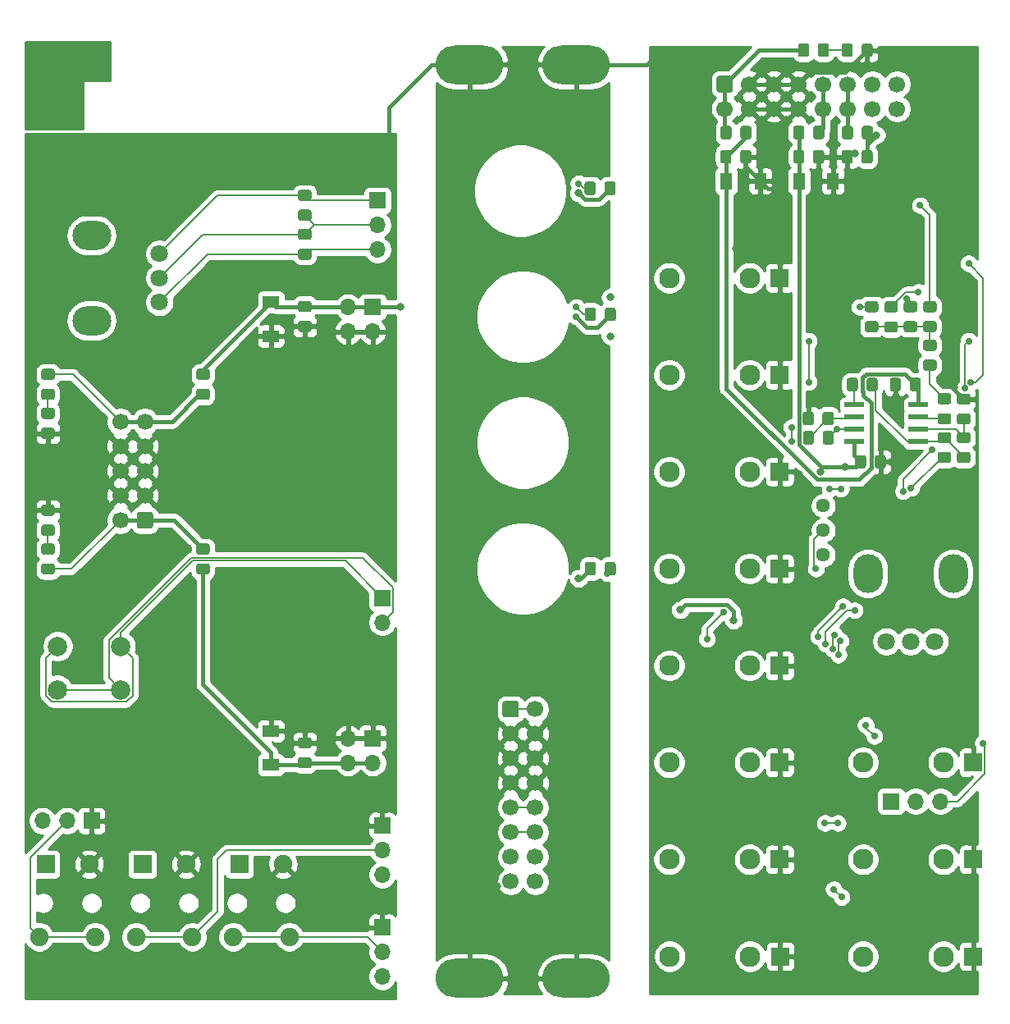
<source format=gtl>
G04 #@! TF.GenerationSoftware,KiCad,Pcbnew,(5.1.9)-1*
G04 #@! TF.CreationDate,2021-04-28T19:37:10+02:00*
G04 #@! TF.ProjectId,KicadJE_Drum_PE78 - Base,4b696361-644a-4455-9f44-72756d5f5045,rev?*
G04 #@! TF.SameCoordinates,Original*
G04 #@! TF.FileFunction,Copper,L1,Top*
G04 #@! TF.FilePolarity,Positive*
%FSLAX46Y46*%
G04 Gerber Fmt 4.6, Leading zero omitted, Abs format (unit mm)*
G04 Created by KiCad (PCBNEW (5.1.9)-1) date 2021-04-28 19:37:10*
%MOMM*%
%LPD*%
G01*
G04 APERTURE LIST*
G04 #@! TA.AperFunction,ComponentPad*
%ADD10O,7.000000X4.000000*%
G04 #@! TD*
G04 #@! TA.AperFunction,SMDPad,CuDef*
%ADD11R,1.300000X1.700000*%
G04 #@! TD*
G04 #@! TA.AperFunction,SMDPad,CuDef*
%ADD12R,1.700000X1.300000*%
G04 #@! TD*
G04 #@! TA.AperFunction,ComponentPad*
%ADD13C,2.130000*%
G04 #@! TD*
G04 #@! TA.AperFunction,ComponentPad*
%ADD14R,1.830000X1.930000*%
G04 #@! TD*
G04 #@! TA.AperFunction,ComponentPad*
%ADD15C,1.900000*%
G04 #@! TD*
G04 #@! TA.AperFunction,ComponentPad*
%ADD16R,1.900000X1.900000*%
G04 #@! TD*
G04 #@! TA.AperFunction,ComponentPad*
%ADD17O,1.700000X1.700000*%
G04 #@! TD*
G04 #@! TA.AperFunction,ComponentPad*
%ADD18R,1.700000X1.700000*%
G04 #@! TD*
G04 #@! TA.AperFunction,ComponentPad*
%ADD19C,1.700000*%
G04 #@! TD*
G04 #@! TA.AperFunction,ComponentPad*
%ADD20C,1.440000*%
G04 #@! TD*
G04 #@! TA.AperFunction,ComponentPad*
%ADD21C,1.800000*%
G04 #@! TD*
G04 #@! TA.AperFunction,WasherPad*
%ADD22O,3.000000X4.000000*%
G04 #@! TD*
G04 #@! TA.AperFunction,WasherPad*
%ADD23O,4.000000X3.000000*%
G04 #@! TD*
G04 #@! TA.AperFunction,ComponentPad*
%ADD24C,2.000000*%
G04 #@! TD*
G04 #@! TA.AperFunction,SMDPad,CuDef*
%ADD25R,2.000000X0.550000*%
G04 #@! TD*
G04 #@! TA.AperFunction,ViaPad*
%ADD26C,0.800000*%
G04 #@! TD*
G04 #@! TA.AperFunction,ViaPad*
%ADD27C,0.700000*%
G04 #@! TD*
G04 #@! TA.AperFunction,Conductor*
%ADD28C,0.150000*%
G04 #@! TD*
G04 #@! TA.AperFunction,Conductor*
%ADD29C,0.400000*%
G04 #@! TD*
G04 #@! TA.AperFunction,Conductor*
%ADD30C,0.254000*%
G04 #@! TD*
G04 #@! TA.AperFunction,NonConductor*
%ADD31C,0.254000*%
G04 #@! TD*
G04 #@! TA.AperFunction,NonConductor*
%ADD32C,0.150000*%
G04 #@! TD*
G04 APERTURE END LIST*
D10*
X107500000Y-53000000D03*
X96500000Y-53000000D03*
X107500000Y-147250000D03*
X96500000Y-147250000D03*
G04 #@! TA.AperFunction,SMDPad,CuDef*
G36*
G01*
X130400000Y-51950001D02*
X130400000Y-51049999D01*
G75*
G02*
X130649999Y-50800000I249999J0D01*
G01*
X131300001Y-50800000D01*
G75*
G02*
X131550000Y-51049999I0J-249999D01*
G01*
X131550000Y-51950001D01*
G75*
G02*
X131300001Y-52200000I-249999J0D01*
G01*
X130649999Y-52200000D01*
G75*
G02*
X130400000Y-51950001I0J249999D01*
G01*
G37*
G04 #@! TD.AperFunction*
G04 #@! TA.AperFunction,SMDPad,CuDef*
G36*
G01*
X132450000Y-51950001D02*
X132450000Y-51049999D01*
G75*
G02*
X132699999Y-50800000I249999J0D01*
G01*
X133350001Y-50800000D01*
G75*
G02*
X133600000Y-51049999I0J-249999D01*
G01*
X133600000Y-51950001D01*
G75*
G02*
X133350001Y-52200000I-249999J0D01*
G01*
X132699999Y-52200000D01*
G75*
G02*
X132450000Y-51950001I0J249999D01*
G01*
G37*
G04 #@! TD.AperFunction*
D11*
X130500000Y-65000000D03*
X134000000Y-65000000D03*
X123000000Y-65000000D03*
X126500000Y-65000000D03*
G04 #@! TA.AperFunction,SMDPad,CuDef*
G36*
G01*
X53450001Y-91600000D02*
X52549999Y-91600000D01*
G75*
G02*
X52300000Y-91350001I0J249999D01*
G01*
X52300000Y-90699999D01*
G75*
G02*
X52549999Y-90450000I249999J0D01*
G01*
X53450001Y-90450000D01*
G75*
G02*
X53700000Y-90699999I0J-249999D01*
G01*
X53700000Y-91350001D01*
G75*
G02*
X53450001Y-91600000I-249999J0D01*
G01*
G37*
G04 #@! TD.AperFunction*
G04 #@! TA.AperFunction,SMDPad,CuDef*
G36*
G01*
X53450001Y-89550000D02*
X52549999Y-89550000D01*
G75*
G02*
X52300000Y-89300001I0J249999D01*
G01*
X52300000Y-88649999D01*
G75*
G02*
X52549999Y-88400000I249999J0D01*
G01*
X53450001Y-88400000D01*
G75*
G02*
X53700000Y-88649999I0J-249999D01*
G01*
X53700000Y-89300001D01*
G75*
G02*
X53450001Y-89550000I-249999J0D01*
G01*
G37*
G04 #@! TD.AperFunction*
G04 #@! TA.AperFunction,SMDPad,CuDef*
G36*
G01*
X53450001Y-99550000D02*
X52549999Y-99550000D01*
G75*
G02*
X52300000Y-99300001I0J249999D01*
G01*
X52300000Y-98649999D01*
G75*
G02*
X52549999Y-98400000I249999J0D01*
G01*
X53450001Y-98400000D01*
G75*
G02*
X53700000Y-98649999I0J-249999D01*
G01*
X53700000Y-99300001D01*
G75*
G02*
X53450001Y-99550000I-249999J0D01*
G01*
G37*
G04 #@! TD.AperFunction*
G04 #@! TA.AperFunction,SMDPad,CuDef*
G36*
G01*
X53450001Y-101600000D02*
X52549999Y-101600000D01*
G75*
G02*
X52300000Y-101350001I0J249999D01*
G01*
X52300000Y-100699999D01*
G75*
G02*
X52549999Y-100450000I249999J0D01*
G01*
X53450001Y-100450000D01*
G75*
G02*
X53700000Y-100699999I0J-249999D01*
G01*
X53700000Y-101350001D01*
G75*
G02*
X53450001Y-101600000I-249999J0D01*
G01*
G37*
G04 #@! TD.AperFunction*
D12*
X76000000Y-77500000D03*
X76000000Y-81000000D03*
X76000000Y-125250000D03*
X76000000Y-121750000D03*
D13*
X117100000Y-105000000D03*
D14*
X128500000Y-105000000D03*
D13*
X125400000Y-105000000D03*
X125400000Y-85000000D03*
D14*
X128500000Y-85000000D03*
D13*
X117100000Y-85000000D03*
X125400000Y-75000000D03*
D14*
X128500000Y-75000000D03*
D13*
X117100000Y-75000000D03*
X117100000Y-95000000D03*
D14*
X128500000Y-95000000D03*
D13*
X125400000Y-95000000D03*
X117154999Y-145000000D03*
D14*
X128554999Y-145000000D03*
D13*
X125454999Y-145000000D03*
X125400000Y-135000000D03*
D14*
X128500000Y-135000000D03*
D13*
X117100000Y-135000000D03*
X125400000Y-125000000D03*
D14*
X128500000Y-125000000D03*
D13*
X117100000Y-125000000D03*
X125400000Y-115000000D03*
D14*
X128500000Y-115000000D03*
D13*
X117100000Y-115000000D03*
D15*
X72100000Y-143000000D03*
X77900000Y-143000000D03*
D16*
X72750000Y-135500000D03*
D15*
X77250000Y-135500000D03*
X62100000Y-143000000D03*
X67900000Y-143000000D03*
D16*
X62750000Y-135500000D03*
D15*
X67250000Y-135500000D03*
X57250000Y-135500000D03*
D16*
X52750000Y-135500000D03*
D15*
X57900000Y-143000000D03*
X52100000Y-143000000D03*
D17*
X83960000Y-80540000D03*
X83960000Y-78000000D03*
X86500000Y-80540000D03*
D18*
X86500000Y-78000000D03*
X86500000Y-122500000D03*
D17*
X86500000Y-125040000D03*
X83960000Y-122500000D03*
X83960000Y-125040000D03*
X87500000Y-147080000D03*
X87500000Y-144540000D03*
D18*
X87500000Y-142000000D03*
D17*
X87500000Y-136580000D03*
X87500000Y-134040000D03*
D18*
X87500000Y-131500000D03*
X57500000Y-131000000D03*
D17*
X54960000Y-131000000D03*
X52420000Y-131000000D03*
D18*
X87000000Y-67000000D03*
D17*
X87000000Y-69540000D03*
X87000000Y-72080000D03*
D18*
X87500000Y-108000000D03*
D17*
X87500000Y-110540000D03*
X145080000Y-129000000D03*
X142540000Y-129000000D03*
D18*
X140000000Y-129000000D03*
D13*
X145400000Y-135000000D03*
D14*
X148500000Y-135000000D03*
D13*
X137100000Y-135000000D03*
X137100000Y-125000000D03*
D14*
X148500000Y-125000000D03*
D13*
X145400000Y-125000000D03*
X137100000Y-145000000D03*
D14*
X148500000Y-145000000D03*
D13*
X145400000Y-145000000D03*
G04 #@! TA.AperFunction,ComponentPad*
G36*
G01*
X63850000Y-99400000D02*
X63850000Y-100600000D01*
G75*
G02*
X63600000Y-100850000I-250000J0D01*
G01*
X62400000Y-100850000D01*
G75*
G02*
X62150000Y-100600000I0J250000D01*
G01*
X62150000Y-99400000D01*
G75*
G02*
X62400000Y-99150000I250000J0D01*
G01*
X63600000Y-99150000D01*
G75*
G02*
X63850000Y-99400000I0J-250000D01*
G01*
G37*
G04 #@! TD.AperFunction*
D19*
X63000000Y-97460000D03*
X63000000Y-94920000D03*
X63000000Y-92380000D03*
X63000000Y-89840000D03*
X60460000Y-100000000D03*
X60460000Y-97460000D03*
X60460000Y-94920000D03*
X60460000Y-92380000D03*
X60460000Y-89840000D03*
G04 #@! TA.AperFunction,SMDPad,CuDef*
G36*
G01*
X138100000Y-51049999D02*
X138100000Y-51950001D01*
G75*
G02*
X137850001Y-52200000I-249999J0D01*
G01*
X137199999Y-52200000D01*
G75*
G02*
X136950000Y-51950001I0J249999D01*
G01*
X136950000Y-51049999D01*
G75*
G02*
X137199999Y-50800000I249999J0D01*
G01*
X137850001Y-50800000D01*
G75*
G02*
X138100000Y-51049999I0J-249999D01*
G01*
G37*
G04 #@! TD.AperFunction*
G04 #@! TA.AperFunction,SMDPad,CuDef*
G36*
G01*
X136050000Y-51049999D02*
X136050000Y-51950001D01*
G75*
G02*
X135800001Y-52200000I-249999J0D01*
G01*
X135149999Y-52200000D01*
G75*
G02*
X134900000Y-51950001I0J249999D01*
G01*
X134900000Y-51049999D01*
G75*
G02*
X135149999Y-50800000I249999J0D01*
G01*
X135800001Y-50800000D01*
G75*
G02*
X136050000Y-51049999I0J-249999D01*
G01*
G37*
G04 #@! TD.AperFunction*
G04 #@! TA.AperFunction,SMDPad,CuDef*
G36*
G01*
X125600000Y-59549999D02*
X125600000Y-60450001D01*
G75*
G02*
X125350001Y-60700000I-249999J0D01*
G01*
X124699999Y-60700000D01*
G75*
G02*
X124450000Y-60450001I0J249999D01*
G01*
X124450000Y-59549999D01*
G75*
G02*
X124699999Y-59300000I249999J0D01*
G01*
X125350001Y-59300000D01*
G75*
G02*
X125600000Y-59549999I0J-249999D01*
G01*
G37*
G04 #@! TD.AperFunction*
G04 #@! TA.AperFunction,SMDPad,CuDef*
G36*
G01*
X123550000Y-59549999D02*
X123550000Y-60450001D01*
G75*
G02*
X123300001Y-60700000I-249999J0D01*
G01*
X122649999Y-60700000D01*
G75*
G02*
X122400000Y-60450001I0J249999D01*
G01*
X122400000Y-59549999D01*
G75*
G02*
X122649999Y-59300000I249999J0D01*
G01*
X123300001Y-59300000D01*
G75*
G02*
X123550000Y-59549999I0J-249999D01*
G01*
G37*
G04 #@! TD.AperFunction*
G04 #@! TA.AperFunction,SMDPad,CuDef*
G36*
G01*
X136075000Y-59549999D02*
X136075000Y-60450001D01*
G75*
G02*
X135825001Y-60700000I-249999J0D01*
G01*
X135174999Y-60700000D01*
G75*
G02*
X134925000Y-60450001I0J249999D01*
G01*
X134925000Y-59549999D01*
G75*
G02*
X135174999Y-59300000I249999J0D01*
G01*
X135825001Y-59300000D01*
G75*
G02*
X136075000Y-59549999I0J-249999D01*
G01*
G37*
G04 #@! TD.AperFunction*
G04 #@! TA.AperFunction,SMDPad,CuDef*
G36*
G01*
X138125000Y-59549999D02*
X138125000Y-60450001D01*
G75*
G02*
X137875001Y-60700000I-249999J0D01*
G01*
X137224999Y-60700000D01*
G75*
G02*
X136975000Y-60450001I0J249999D01*
G01*
X136975000Y-59549999D01*
G75*
G02*
X137224999Y-59300000I249999J0D01*
G01*
X137875001Y-59300000D01*
G75*
G02*
X138125000Y-59549999I0J-249999D01*
G01*
G37*
G04 #@! TD.AperFunction*
G04 #@! TA.AperFunction,SMDPad,CuDef*
G36*
G01*
X131950000Y-60450001D02*
X131950000Y-59549999D01*
G75*
G02*
X132199999Y-59300000I249999J0D01*
G01*
X132850001Y-59300000D01*
G75*
G02*
X133100000Y-59549999I0J-249999D01*
G01*
X133100000Y-60450001D01*
G75*
G02*
X132850001Y-60700000I-249999J0D01*
G01*
X132199999Y-60700000D01*
G75*
G02*
X131950000Y-60450001I0J249999D01*
G01*
G37*
G04 #@! TD.AperFunction*
G04 #@! TA.AperFunction,SMDPad,CuDef*
G36*
G01*
X129900000Y-60450001D02*
X129900000Y-59549999D01*
G75*
G02*
X130149999Y-59300000I249999J0D01*
G01*
X130800001Y-59300000D01*
G75*
G02*
X131050000Y-59549999I0J-249999D01*
G01*
X131050000Y-60450001D01*
G75*
G02*
X130800001Y-60700000I-249999J0D01*
G01*
X130149999Y-60700000D01*
G75*
G02*
X129900000Y-60450001I0J249999D01*
G01*
G37*
G04 #@! TD.AperFunction*
G04 #@! TA.AperFunction,SMDPad,CuDef*
G36*
G01*
X52549999Y-84375000D02*
X53450001Y-84375000D01*
G75*
G02*
X53700000Y-84624999I0J-249999D01*
G01*
X53700000Y-85275001D01*
G75*
G02*
X53450001Y-85525000I-249999J0D01*
G01*
X52549999Y-85525000D01*
G75*
G02*
X52300000Y-85275001I0J249999D01*
G01*
X52300000Y-84624999D01*
G75*
G02*
X52549999Y-84375000I249999J0D01*
G01*
G37*
G04 #@! TD.AperFunction*
G04 #@! TA.AperFunction,SMDPad,CuDef*
G36*
G01*
X52549999Y-86425000D02*
X53450001Y-86425000D01*
G75*
G02*
X53700000Y-86674999I0J-249999D01*
G01*
X53700000Y-87325001D01*
G75*
G02*
X53450001Y-87575000I-249999J0D01*
G01*
X52549999Y-87575000D01*
G75*
G02*
X52300000Y-87325001I0J249999D01*
G01*
X52300000Y-86674999D01*
G75*
G02*
X52549999Y-86425000I249999J0D01*
G01*
G37*
G04 #@! TD.AperFunction*
G04 #@! TA.AperFunction,SMDPad,CuDef*
G36*
G01*
X53450001Y-103550000D02*
X52549999Y-103550000D01*
G75*
G02*
X52300000Y-103300001I0J249999D01*
G01*
X52300000Y-102649999D01*
G75*
G02*
X52549999Y-102400000I249999J0D01*
G01*
X53450001Y-102400000D01*
G75*
G02*
X53700000Y-102649999I0J-249999D01*
G01*
X53700000Y-103300001D01*
G75*
G02*
X53450001Y-103550000I-249999J0D01*
G01*
G37*
G04 #@! TD.AperFunction*
G04 #@! TA.AperFunction,SMDPad,CuDef*
G36*
G01*
X53450001Y-105600000D02*
X52549999Y-105600000D01*
G75*
G02*
X52300000Y-105350001I0J249999D01*
G01*
X52300000Y-104699999D01*
G75*
G02*
X52549999Y-104450000I249999J0D01*
G01*
X53450001Y-104450000D01*
G75*
G02*
X53700000Y-104699999I0J-249999D01*
G01*
X53700000Y-105350001D01*
G75*
G02*
X53450001Y-105600000I-249999J0D01*
G01*
G37*
G04 #@! TD.AperFunction*
G04 #@! TA.AperFunction,SMDPad,CuDef*
G36*
G01*
X68549999Y-86425000D02*
X69450001Y-86425000D01*
G75*
G02*
X69700000Y-86674999I0J-249999D01*
G01*
X69700000Y-87325001D01*
G75*
G02*
X69450001Y-87575000I-249999J0D01*
G01*
X68549999Y-87575000D01*
G75*
G02*
X68300000Y-87325001I0J249999D01*
G01*
X68300000Y-86674999D01*
G75*
G02*
X68549999Y-86425000I249999J0D01*
G01*
G37*
G04 #@! TD.AperFunction*
G04 #@! TA.AperFunction,SMDPad,CuDef*
G36*
G01*
X68549999Y-84375000D02*
X69450001Y-84375000D01*
G75*
G02*
X69700000Y-84624999I0J-249999D01*
G01*
X69700000Y-85275001D01*
G75*
G02*
X69450001Y-85525000I-249999J0D01*
G01*
X68549999Y-85525000D01*
G75*
G02*
X68300000Y-85275001I0J249999D01*
G01*
X68300000Y-84624999D01*
G75*
G02*
X68549999Y-84375000I249999J0D01*
G01*
G37*
G04 #@! TD.AperFunction*
G04 #@! TA.AperFunction,SMDPad,CuDef*
G36*
G01*
X69450001Y-105600000D02*
X68549999Y-105600000D01*
G75*
G02*
X68300000Y-105350001I0J249999D01*
G01*
X68300000Y-104699999D01*
G75*
G02*
X68549999Y-104450000I249999J0D01*
G01*
X69450001Y-104450000D01*
G75*
G02*
X69700000Y-104699999I0J-249999D01*
G01*
X69700000Y-105350001D01*
G75*
G02*
X69450001Y-105600000I-249999J0D01*
G01*
G37*
G04 #@! TD.AperFunction*
G04 #@! TA.AperFunction,SMDPad,CuDef*
G36*
G01*
X69450001Y-103550000D02*
X68549999Y-103550000D01*
G75*
G02*
X68300000Y-103300001I0J249999D01*
G01*
X68300000Y-102649999D01*
G75*
G02*
X68549999Y-102400000I249999J0D01*
G01*
X69450001Y-102400000D01*
G75*
G02*
X69700000Y-102649999I0J-249999D01*
G01*
X69700000Y-103300001D01*
G75*
G02*
X69450001Y-103550000I-249999J0D01*
G01*
G37*
G04 #@! TD.AperFunction*
G04 #@! TA.AperFunction,SMDPad,CuDef*
G36*
G01*
X79950001Y-69100000D02*
X79049999Y-69100000D01*
G75*
G02*
X78800000Y-68850001I0J249999D01*
G01*
X78800000Y-68199999D01*
G75*
G02*
X79049999Y-67950000I249999J0D01*
G01*
X79950001Y-67950000D01*
G75*
G02*
X80200000Y-68199999I0J-249999D01*
G01*
X80200000Y-68850001D01*
G75*
G02*
X79950001Y-69100000I-249999J0D01*
G01*
G37*
G04 #@! TD.AperFunction*
G04 #@! TA.AperFunction,SMDPad,CuDef*
G36*
G01*
X79950001Y-67050000D02*
X79049999Y-67050000D01*
G75*
G02*
X78800000Y-66800001I0J249999D01*
G01*
X78800000Y-66149999D01*
G75*
G02*
X79049999Y-65900000I249999J0D01*
G01*
X79950001Y-65900000D01*
G75*
G02*
X80200000Y-66149999I0J-249999D01*
G01*
X80200000Y-66800001D01*
G75*
G02*
X79950001Y-67050000I-249999J0D01*
G01*
G37*
G04 #@! TD.AperFunction*
G04 #@! TA.AperFunction,SMDPad,CuDef*
G36*
G01*
X79950001Y-73125000D02*
X79049999Y-73125000D01*
G75*
G02*
X78800000Y-72875001I0J249999D01*
G01*
X78800000Y-72224999D01*
G75*
G02*
X79049999Y-71975000I249999J0D01*
G01*
X79950001Y-71975000D01*
G75*
G02*
X80200000Y-72224999I0J-249999D01*
G01*
X80200000Y-72875001D01*
G75*
G02*
X79950001Y-73125000I-249999J0D01*
G01*
G37*
G04 #@! TD.AperFunction*
G04 #@! TA.AperFunction,SMDPad,CuDef*
G36*
G01*
X79950001Y-71075000D02*
X79049999Y-71075000D01*
G75*
G02*
X78800000Y-70825001I0J249999D01*
G01*
X78800000Y-70174999D01*
G75*
G02*
X79049999Y-69925000I249999J0D01*
G01*
X79950001Y-69925000D01*
G75*
G02*
X80200000Y-70174999I0J-249999D01*
G01*
X80200000Y-70825001D01*
G75*
G02*
X79950001Y-71075000I-249999J0D01*
G01*
G37*
G04 #@! TD.AperFunction*
G04 #@! TA.AperFunction,SMDPad,CuDef*
G36*
G01*
X138450001Y-80600000D02*
X137549999Y-80600000D01*
G75*
G02*
X137300000Y-80350001I0J249999D01*
G01*
X137300000Y-79699999D01*
G75*
G02*
X137549999Y-79450000I249999J0D01*
G01*
X138450001Y-79450000D01*
G75*
G02*
X138700000Y-79699999I0J-249999D01*
G01*
X138700000Y-80350001D01*
G75*
G02*
X138450001Y-80600000I-249999J0D01*
G01*
G37*
G04 #@! TD.AperFunction*
G04 #@! TA.AperFunction,SMDPad,CuDef*
G36*
G01*
X138450001Y-78550000D02*
X137549999Y-78550000D01*
G75*
G02*
X137300000Y-78300001I0J249999D01*
G01*
X137300000Y-77649999D01*
G75*
G02*
X137549999Y-77400000I249999J0D01*
G01*
X138450001Y-77400000D01*
G75*
G02*
X138700000Y-77649999I0J-249999D01*
G01*
X138700000Y-78300001D01*
G75*
G02*
X138450001Y-78550000I-249999J0D01*
G01*
G37*
G04 #@! TD.AperFunction*
G04 #@! TA.AperFunction,SMDPad,CuDef*
G36*
G01*
X140450001Y-78575000D02*
X139549999Y-78575000D01*
G75*
G02*
X139300000Y-78325001I0J249999D01*
G01*
X139300000Y-77674999D01*
G75*
G02*
X139549999Y-77425000I249999J0D01*
G01*
X140450001Y-77425000D01*
G75*
G02*
X140700000Y-77674999I0J-249999D01*
G01*
X140700000Y-78325001D01*
G75*
G02*
X140450001Y-78575000I-249999J0D01*
G01*
G37*
G04 #@! TD.AperFunction*
G04 #@! TA.AperFunction,SMDPad,CuDef*
G36*
G01*
X140450001Y-80625000D02*
X139549999Y-80625000D01*
G75*
G02*
X139300000Y-80375001I0J249999D01*
G01*
X139300000Y-79724999D01*
G75*
G02*
X139549999Y-79475000I249999J0D01*
G01*
X140450001Y-79475000D01*
G75*
G02*
X140700000Y-79724999I0J-249999D01*
G01*
X140700000Y-80375001D01*
G75*
G02*
X140450001Y-80625000I-249999J0D01*
G01*
G37*
G04 #@! TD.AperFunction*
G04 #@! TA.AperFunction,SMDPad,CuDef*
G36*
G01*
X142450001Y-80600000D02*
X141549999Y-80600000D01*
G75*
G02*
X141300000Y-80350001I0J249999D01*
G01*
X141300000Y-79699999D01*
G75*
G02*
X141549999Y-79450000I249999J0D01*
G01*
X142450001Y-79450000D01*
G75*
G02*
X142700000Y-79699999I0J-249999D01*
G01*
X142700000Y-80350001D01*
G75*
G02*
X142450001Y-80600000I-249999J0D01*
G01*
G37*
G04 #@! TD.AperFunction*
G04 #@! TA.AperFunction,SMDPad,CuDef*
G36*
G01*
X142450001Y-78550000D02*
X141549999Y-78550000D01*
G75*
G02*
X141300000Y-78300001I0J249999D01*
G01*
X141300000Y-77649999D01*
G75*
G02*
X141549999Y-77400000I249999J0D01*
G01*
X142450001Y-77400000D01*
G75*
G02*
X142700000Y-77649999I0J-249999D01*
G01*
X142700000Y-78300001D01*
G75*
G02*
X142450001Y-78550000I-249999J0D01*
G01*
G37*
G04 #@! TD.AperFunction*
G04 #@! TA.AperFunction,SMDPad,CuDef*
G36*
G01*
X144450001Y-78550000D02*
X143549999Y-78550000D01*
G75*
G02*
X143300000Y-78300001I0J249999D01*
G01*
X143300000Y-77649999D01*
G75*
G02*
X143549999Y-77400000I249999J0D01*
G01*
X144450001Y-77400000D01*
G75*
G02*
X144700000Y-77649999I0J-249999D01*
G01*
X144700000Y-78300001D01*
G75*
G02*
X144450001Y-78550000I-249999J0D01*
G01*
G37*
G04 #@! TD.AperFunction*
G04 #@! TA.AperFunction,SMDPad,CuDef*
G36*
G01*
X144450001Y-80600000D02*
X143549999Y-80600000D01*
G75*
G02*
X143300000Y-80350001I0J249999D01*
G01*
X143300000Y-79699999D01*
G75*
G02*
X143549999Y-79450000I249999J0D01*
G01*
X144450001Y-79450000D01*
G75*
G02*
X144700000Y-79699999I0J-249999D01*
G01*
X144700000Y-80350001D01*
G75*
G02*
X144450001Y-80600000I-249999J0D01*
G01*
G37*
G04 #@! TD.AperFunction*
G04 #@! TA.AperFunction,SMDPad,CuDef*
G36*
G01*
X145950001Y-90100000D02*
X145049999Y-90100000D01*
G75*
G02*
X144800000Y-89850001I0J249999D01*
G01*
X144800000Y-89199999D01*
G75*
G02*
X145049999Y-88950000I249999J0D01*
G01*
X145950001Y-88950000D01*
G75*
G02*
X146200000Y-89199999I0J-249999D01*
G01*
X146200000Y-89850001D01*
G75*
G02*
X145950001Y-90100000I-249999J0D01*
G01*
G37*
G04 #@! TD.AperFunction*
G04 #@! TA.AperFunction,SMDPad,CuDef*
G36*
G01*
X145950001Y-88050000D02*
X145049999Y-88050000D01*
G75*
G02*
X144800000Y-87800001I0J249999D01*
G01*
X144800000Y-87149999D01*
G75*
G02*
X145049999Y-86900000I249999J0D01*
G01*
X145950001Y-86900000D01*
G75*
G02*
X146200000Y-87149999I0J-249999D01*
G01*
X146200000Y-87800001D01*
G75*
G02*
X145950001Y-88050000I-249999J0D01*
G01*
G37*
G04 #@! TD.AperFunction*
G04 #@! TA.AperFunction,SMDPad,CuDef*
G36*
G01*
X145049999Y-90900000D02*
X145950001Y-90900000D01*
G75*
G02*
X146200000Y-91149999I0J-249999D01*
G01*
X146200000Y-91800001D01*
G75*
G02*
X145950001Y-92050000I-249999J0D01*
G01*
X145049999Y-92050000D01*
G75*
G02*
X144800000Y-91800001I0J249999D01*
G01*
X144800000Y-91149999D01*
G75*
G02*
X145049999Y-90900000I249999J0D01*
G01*
G37*
G04 #@! TD.AperFunction*
G04 #@! TA.AperFunction,SMDPad,CuDef*
G36*
G01*
X145049999Y-92950000D02*
X145950001Y-92950000D01*
G75*
G02*
X146200000Y-93199999I0J-249999D01*
G01*
X146200000Y-93850001D01*
G75*
G02*
X145950001Y-94100000I-249999J0D01*
G01*
X145049999Y-94100000D01*
G75*
G02*
X144800000Y-93850001I0J249999D01*
G01*
X144800000Y-93199999D01*
G75*
G02*
X145049999Y-92950000I249999J0D01*
G01*
G37*
G04 #@! TD.AperFunction*
G04 #@! TA.AperFunction,SMDPad,CuDef*
G36*
G01*
X147950001Y-88075000D02*
X147049999Y-88075000D01*
G75*
G02*
X146800000Y-87825001I0J249999D01*
G01*
X146800000Y-87174999D01*
G75*
G02*
X147049999Y-86925000I249999J0D01*
G01*
X147950001Y-86925000D01*
G75*
G02*
X148200000Y-87174999I0J-249999D01*
G01*
X148200000Y-87825001D01*
G75*
G02*
X147950001Y-88075000I-249999J0D01*
G01*
G37*
G04 #@! TD.AperFunction*
G04 #@! TA.AperFunction,SMDPad,CuDef*
G36*
G01*
X147950001Y-90125000D02*
X147049999Y-90125000D01*
G75*
G02*
X146800000Y-89875001I0J249999D01*
G01*
X146800000Y-89224999D01*
G75*
G02*
X147049999Y-88975000I249999J0D01*
G01*
X147950001Y-88975000D01*
G75*
G02*
X148200000Y-89224999I0J-249999D01*
G01*
X148200000Y-89875001D01*
G75*
G02*
X147950001Y-90125000I-249999J0D01*
G01*
G37*
G04 #@! TD.AperFunction*
G04 #@! TA.AperFunction,SMDPad,CuDef*
G36*
G01*
X147950001Y-92050000D02*
X147049999Y-92050000D01*
G75*
G02*
X146800000Y-91800001I0J249999D01*
G01*
X146800000Y-91149999D01*
G75*
G02*
X147049999Y-90900000I249999J0D01*
G01*
X147950001Y-90900000D01*
G75*
G02*
X148200000Y-91149999I0J-249999D01*
G01*
X148200000Y-91800001D01*
G75*
G02*
X147950001Y-92050000I-249999J0D01*
G01*
G37*
G04 #@! TD.AperFunction*
G04 #@! TA.AperFunction,SMDPad,CuDef*
G36*
G01*
X147950001Y-94100000D02*
X147049999Y-94100000D01*
G75*
G02*
X146800000Y-93850001I0J249999D01*
G01*
X146800000Y-93199999D01*
G75*
G02*
X147049999Y-92950000I249999J0D01*
G01*
X147950001Y-92950000D01*
G75*
G02*
X148200000Y-93199999I0J-249999D01*
G01*
X148200000Y-93850001D01*
G75*
G02*
X147950001Y-94100000I-249999J0D01*
G01*
G37*
G04 #@! TD.AperFunction*
G04 #@! TA.AperFunction,SMDPad,CuDef*
G36*
G01*
X130875000Y-89950001D02*
X130875000Y-89049999D01*
G75*
G02*
X131124999Y-88800000I249999J0D01*
G01*
X131775001Y-88800000D01*
G75*
G02*
X132025000Y-89049999I0J-249999D01*
G01*
X132025000Y-89950001D01*
G75*
G02*
X131775001Y-90200000I-249999J0D01*
G01*
X131124999Y-90200000D01*
G75*
G02*
X130875000Y-89950001I0J249999D01*
G01*
G37*
G04 #@! TD.AperFunction*
G04 #@! TA.AperFunction,SMDPad,CuDef*
G36*
G01*
X132925000Y-89950001D02*
X132925000Y-89049999D01*
G75*
G02*
X133174999Y-88800000I249999J0D01*
G01*
X133825001Y-88800000D01*
G75*
G02*
X134075000Y-89049999I0J-249999D01*
G01*
X134075000Y-89950001D01*
G75*
G02*
X133825001Y-90200000I-249999J0D01*
G01*
X133174999Y-90200000D01*
G75*
G02*
X132925000Y-89950001I0J249999D01*
G01*
G37*
G04 #@! TD.AperFunction*
G04 #@! TA.AperFunction,SMDPad,CuDef*
G36*
G01*
X137475000Y-86450001D02*
X137475000Y-85549999D01*
G75*
G02*
X137724999Y-85300000I249999J0D01*
G01*
X138375001Y-85300000D01*
G75*
G02*
X138625000Y-85549999I0J-249999D01*
G01*
X138625000Y-86450001D01*
G75*
G02*
X138375001Y-86700000I-249999J0D01*
G01*
X137724999Y-86700000D01*
G75*
G02*
X137475000Y-86450001I0J249999D01*
G01*
G37*
G04 #@! TD.AperFunction*
G04 #@! TA.AperFunction,SMDPad,CuDef*
G36*
G01*
X135425000Y-86450001D02*
X135425000Y-85549999D01*
G75*
G02*
X135674999Y-85300000I249999J0D01*
G01*
X136325001Y-85300000D01*
G75*
G02*
X136575000Y-85549999I0J-249999D01*
G01*
X136575000Y-86450001D01*
G75*
G02*
X136325001Y-86700000I-249999J0D01*
G01*
X135674999Y-86700000D01*
G75*
G02*
X135425000Y-86450001I0J249999D01*
G01*
G37*
G04 #@! TD.AperFunction*
G04 #@! TA.AperFunction,SMDPad,CuDef*
G36*
G01*
X132950000Y-91950001D02*
X132950000Y-91049999D01*
G75*
G02*
X133199999Y-90800000I249999J0D01*
G01*
X133850001Y-90800000D01*
G75*
G02*
X134100000Y-91049999I0J-249999D01*
G01*
X134100000Y-91950001D01*
G75*
G02*
X133850001Y-92200000I-249999J0D01*
G01*
X133199999Y-92200000D01*
G75*
G02*
X132950000Y-91950001I0J249999D01*
G01*
G37*
G04 #@! TD.AperFunction*
G04 #@! TA.AperFunction,SMDPad,CuDef*
G36*
G01*
X130900000Y-91950001D02*
X130900000Y-91049999D01*
G75*
G02*
X131149999Y-90800000I249999J0D01*
G01*
X131800001Y-90800000D01*
G75*
G02*
X132050000Y-91049999I0J-249999D01*
G01*
X132050000Y-91950001D01*
G75*
G02*
X131800001Y-92200000I-249999J0D01*
G01*
X131149999Y-92200000D01*
G75*
G02*
X130900000Y-91950001I0J249999D01*
G01*
G37*
G04 #@! TD.AperFunction*
D20*
X133000000Y-98500000D03*
X133000000Y-101040000D03*
X133000000Y-103580000D03*
D21*
X139500000Y-112500000D03*
X142000000Y-112500000D03*
X144500000Y-112500000D03*
D22*
X137600000Y-105500000D03*
X146400000Y-105500000D03*
D23*
X57500000Y-70600000D03*
X57500000Y-79400000D03*
D21*
X64500000Y-72500000D03*
X64500000Y-75000000D03*
X64500000Y-77500000D03*
D24*
X54000000Y-117500000D03*
X54000000Y-113000000D03*
X60500000Y-117500000D03*
X60500000Y-113000000D03*
G04 #@! TA.AperFunction,ComponentPad*
G36*
G01*
X122240000Y-54150000D02*
X123440000Y-54150000D01*
G75*
G02*
X123690000Y-54400000I0J-250000D01*
G01*
X123690000Y-55600000D01*
G75*
G02*
X123440000Y-55850000I-250000J0D01*
G01*
X122240000Y-55850000D01*
G75*
G02*
X121990000Y-55600000I0J250000D01*
G01*
X121990000Y-54400000D01*
G75*
G02*
X122240000Y-54150000I250000J0D01*
G01*
G37*
G04 #@! TD.AperFunction*
D19*
X125380000Y-55000000D03*
X127920000Y-55000000D03*
X130460000Y-55000000D03*
X133000000Y-55000000D03*
X135540000Y-55000000D03*
X138080000Y-55000000D03*
X140620000Y-55000000D03*
X122840000Y-57540000D03*
X125380000Y-57540000D03*
X127920000Y-57540000D03*
X130460000Y-57540000D03*
X133000000Y-57540000D03*
X135540000Y-57540000D03*
X138080000Y-57540000D03*
X140620000Y-57540000D03*
G04 #@! TA.AperFunction,SMDPad,CuDef*
G36*
G01*
X129900000Y-62950001D02*
X129900000Y-62049999D01*
G75*
G02*
X130149999Y-61800000I249999J0D01*
G01*
X130800001Y-61800000D01*
G75*
G02*
X131050000Y-62049999I0J-249999D01*
G01*
X131050000Y-62950001D01*
G75*
G02*
X130800001Y-63200000I-249999J0D01*
G01*
X130149999Y-63200000D01*
G75*
G02*
X129900000Y-62950001I0J249999D01*
G01*
G37*
G04 #@! TD.AperFunction*
G04 #@! TA.AperFunction,SMDPad,CuDef*
G36*
G01*
X131950000Y-62950001D02*
X131950000Y-62049999D01*
G75*
G02*
X132199999Y-61800000I249999J0D01*
G01*
X132850001Y-61800000D01*
G75*
G02*
X133100000Y-62049999I0J-249999D01*
G01*
X133100000Y-62950001D01*
G75*
G02*
X132850001Y-63200000I-249999J0D01*
G01*
X132199999Y-63200000D01*
G75*
G02*
X131950000Y-62950001I0J249999D01*
G01*
G37*
G04 #@! TD.AperFunction*
G04 #@! TA.AperFunction,SMDPad,CuDef*
G36*
G01*
X123525000Y-62049999D02*
X123525000Y-62950001D01*
G75*
G02*
X123275001Y-63200000I-249999J0D01*
G01*
X122624999Y-63200000D01*
G75*
G02*
X122375000Y-62950001I0J249999D01*
G01*
X122375000Y-62049999D01*
G75*
G02*
X122624999Y-61800000I249999J0D01*
G01*
X123275001Y-61800000D01*
G75*
G02*
X123525000Y-62049999I0J-249999D01*
G01*
G37*
G04 #@! TD.AperFunction*
G04 #@! TA.AperFunction,SMDPad,CuDef*
G36*
G01*
X125575000Y-62049999D02*
X125575000Y-62950001D01*
G75*
G02*
X125325001Y-63200000I-249999J0D01*
G01*
X124674999Y-63200000D01*
G75*
G02*
X124425000Y-62950001I0J249999D01*
G01*
X124425000Y-62049999D01*
G75*
G02*
X124674999Y-61800000I249999J0D01*
G01*
X125325001Y-61800000D01*
G75*
G02*
X125575000Y-62049999I0J-249999D01*
G01*
G37*
G04 #@! TD.AperFunction*
G04 #@! TA.AperFunction,SMDPad,CuDef*
G36*
G01*
X138100000Y-62049999D02*
X138100000Y-62950001D01*
G75*
G02*
X137850001Y-63200000I-249999J0D01*
G01*
X137199999Y-63200000D01*
G75*
G02*
X136950000Y-62950001I0J249999D01*
G01*
X136950000Y-62049999D01*
G75*
G02*
X137199999Y-61800000I249999J0D01*
G01*
X137850001Y-61800000D01*
G75*
G02*
X138100000Y-62049999I0J-249999D01*
G01*
G37*
G04 #@! TD.AperFunction*
G04 #@! TA.AperFunction,SMDPad,CuDef*
G36*
G01*
X136050000Y-62049999D02*
X136050000Y-62950001D01*
G75*
G02*
X135800001Y-63200000I-249999J0D01*
G01*
X135149999Y-63200000D01*
G75*
G02*
X134900000Y-62950001I0J249999D01*
G01*
X134900000Y-62049999D01*
G75*
G02*
X135149999Y-61800000I249999J0D01*
G01*
X135800001Y-61800000D01*
G75*
G02*
X136050000Y-62049999I0J-249999D01*
G01*
G37*
G04 #@! TD.AperFunction*
G04 #@! TA.AperFunction,SMDPad,CuDef*
G36*
G01*
X79049999Y-79425000D02*
X79950001Y-79425000D01*
G75*
G02*
X80200000Y-79674999I0J-249999D01*
G01*
X80200000Y-80325001D01*
G75*
G02*
X79950001Y-80575000I-249999J0D01*
G01*
X79049999Y-80575000D01*
G75*
G02*
X78800000Y-80325001I0J249999D01*
G01*
X78800000Y-79674999D01*
G75*
G02*
X79049999Y-79425000I249999J0D01*
G01*
G37*
G04 #@! TD.AperFunction*
G04 #@! TA.AperFunction,SMDPad,CuDef*
G36*
G01*
X79049999Y-77375000D02*
X79950001Y-77375000D01*
G75*
G02*
X80200000Y-77624999I0J-249999D01*
G01*
X80200000Y-78275001D01*
G75*
G02*
X79950001Y-78525000I-249999J0D01*
G01*
X79049999Y-78525000D01*
G75*
G02*
X78800000Y-78275001I0J249999D01*
G01*
X78800000Y-77624999D01*
G75*
G02*
X79049999Y-77375000I249999J0D01*
G01*
G37*
G04 #@! TD.AperFunction*
G04 #@! TA.AperFunction,SMDPad,CuDef*
G36*
G01*
X79049999Y-122400000D02*
X79950001Y-122400000D01*
G75*
G02*
X80200000Y-122649999I0J-249999D01*
G01*
X80200000Y-123300001D01*
G75*
G02*
X79950001Y-123550000I-249999J0D01*
G01*
X79049999Y-123550000D01*
G75*
G02*
X78800000Y-123300001I0J249999D01*
G01*
X78800000Y-122649999D01*
G75*
G02*
X79049999Y-122400000I249999J0D01*
G01*
G37*
G04 #@! TD.AperFunction*
G04 #@! TA.AperFunction,SMDPad,CuDef*
G36*
G01*
X79049999Y-124450000D02*
X79950001Y-124450000D01*
G75*
G02*
X80200000Y-124699999I0J-249999D01*
G01*
X80200000Y-125350001D01*
G75*
G02*
X79950001Y-125600000I-249999J0D01*
G01*
X79049999Y-125600000D01*
G75*
G02*
X78800000Y-125350001I0J249999D01*
G01*
X78800000Y-124699999D01*
G75*
G02*
X79049999Y-124450000I249999J0D01*
G01*
G37*
G04 #@! TD.AperFunction*
G04 #@! TA.AperFunction,SMDPad,CuDef*
G36*
G01*
X144450001Y-84575000D02*
X143549999Y-84575000D01*
G75*
G02*
X143300000Y-84325001I0J249999D01*
G01*
X143300000Y-83674999D01*
G75*
G02*
X143549999Y-83425000I249999J0D01*
G01*
X144450001Y-83425000D01*
G75*
G02*
X144700000Y-83674999I0J-249999D01*
G01*
X144700000Y-84325001D01*
G75*
G02*
X144450001Y-84575000I-249999J0D01*
G01*
G37*
G04 #@! TD.AperFunction*
G04 #@! TA.AperFunction,SMDPad,CuDef*
G36*
G01*
X144450001Y-82525000D02*
X143549999Y-82525000D01*
G75*
G02*
X143300000Y-82275001I0J249999D01*
G01*
X143300000Y-81624999D01*
G75*
G02*
X143549999Y-81375000I249999J0D01*
G01*
X144450001Y-81375000D01*
G75*
G02*
X144700000Y-81624999I0J-249999D01*
G01*
X144700000Y-82275001D01*
G75*
G02*
X144450001Y-82525000I-249999J0D01*
G01*
G37*
G04 #@! TD.AperFunction*
D25*
X136200000Y-91905000D03*
X136200000Y-90635000D03*
X136200000Y-89365000D03*
X136200000Y-88095000D03*
X142800000Y-88095000D03*
X142800000Y-89365000D03*
X142800000Y-90635000D03*
X142800000Y-91905000D03*
G04 #@! TA.AperFunction,SMDPad,CuDef*
G36*
G01*
X136275001Y-94425002D02*
X136275001Y-93525000D01*
G75*
G02*
X136525000Y-93275001I249999J0D01*
G01*
X137175002Y-93275001D01*
G75*
G02*
X137425001Y-93525000I0J-249999D01*
G01*
X137425001Y-94425002D01*
G75*
G02*
X137175002Y-94675001I-249999J0D01*
G01*
X136525000Y-94675001D01*
G75*
G02*
X136275001Y-94425002I0J249999D01*
G01*
G37*
G04 #@! TD.AperFunction*
G04 #@! TA.AperFunction,SMDPad,CuDef*
G36*
G01*
X138325001Y-94425002D02*
X138325001Y-93525000D01*
G75*
G02*
X138575000Y-93275001I249999J0D01*
G01*
X139225002Y-93275001D01*
G75*
G02*
X139475001Y-93525000I0J-249999D01*
G01*
X139475001Y-94425002D01*
G75*
G02*
X139225002Y-94675001I-249999J0D01*
G01*
X138575000Y-94675001D01*
G75*
G02*
X138325001Y-94425002I0J249999D01*
G01*
G37*
G04 #@! TD.AperFunction*
G04 #@! TA.AperFunction,SMDPad,CuDef*
G36*
G01*
X141925000Y-86450001D02*
X141925000Y-85549999D01*
G75*
G02*
X142174999Y-85300000I249999J0D01*
G01*
X142825001Y-85300000D01*
G75*
G02*
X143075000Y-85549999I0J-249999D01*
G01*
X143075000Y-86450001D01*
G75*
G02*
X142825001Y-86700000I-249999J0D01*
G01*
X142174999Y-86700000D01*
G75*
G02*
X141925000Y-86450001I0J249999D01*
G01*
G37*
G04 #@! TD.AperFunction*
G04 #@! TA.AperFunction,SMDPad,CuDef*
G36*
G01*
X139875000Y-86450001D02*
X139875000Y-85549999D01*
G75*
G02*
X140124999Y-85300000I249999J0D01*
G01*
X140775001Y-85300000D01*
G75*
G02*
X141025000Y-85549999I0J-249999D01*
G01*
X141025000Y-86450001D01*
G75*
G02*
X140775001Y-86700000I-249999J0D01*
G01*
X140124999Y-86700000D01*
G75*
G02*
X139875000Y-86450001I0J249999D01*
G01*
G37*
G04 #@! TD.AperFunction*
G04 #@! TA.AperFunction,SMDPad,CuDef*
G36*
G01*
X108375000Y-66200001D02*
X108375000Y-65299999D01*
G75*
G02*
X108624999Y-65050000I249999J0D01*
G01*
X109275001Y-65050000D01*
G75*
G02*
X109525000Y-65299999I0J-249999D01*
G01*
X109525000Y-66200001D01*
G75*
G02*
X109275001Y-66450000I-249999J0D01*
G01*
X108624999Y-66450000D01*
G75*
G02*
X108375000Y-66200001I0J249999D01*
G01*
G37*
G04 #@! TD.AperFunction*
G04 #@! TA.AperFunction,SMDPad,CuDef*
G36*
G01*
X110425000Y-66200001D02*
X110425000Y-65299999D01*
G75*
G02*
X110674999Y-65050000I249999J0D01*
G01*
X111325001Y-65050000D01*
G75*
G02*
X111575000Y-65299999I0J-249999D01*
G01*
X111575000Y-66200001D01*
G75*
G02*
X111325001Y-66450000I-249999J0D01*
G01*
X110674999Y-66450000D01*
G75*
G02*
X110425000Y-66200001I0J249999D01*
G01*
G37*
G04 #@! TD.AperFunction*
G04 #@! TA.AperFunction,SMDPad,CuDef*
G36*
G01*
X110450000Y-79200001D02*
X110450000Y-78299999D01*
G75*
G02*
X110699999Y-78050000I249999J0D01*
G01*
X111350001Y-78050000D01*
G75*
G02*
X111600000Y-78299999I0J-249999D01*
G01*
X111600000Y-79200001D01*
G75*
G02*
X111350001Y-79450000I-249999J0D01*
G01*
X110699999Y-79450000D01*
G75*
G02*
X110450000Y-79200001I0J249999D01*
G01*
G37*
G04 #@! TD.AperFunction*
G04 #@! TA.AperFunction,SMDPad,CuDef*
G36*
G01*
X108400000Y-79200001D02*
X108400000Y-78299999D01*
G75*
G02*
X108649999Y-78050000I249999J0D01*
G01*
X109300001Y-78050000D01*
G75*
G02*
X109550000Y-78299999I0J-249999D01*
G01*
X109550000Y-79200001D01*
G75*
G02*
X109300001Y-79450000I-249999J0D01*
G01*
X108649999Y-79450000D01*
G75*
G02*
X108400000Y-79200001I0J249999D01*
G01*
G37*
G04 #@! TD.AperFunction*
G04 #@! TA.AperFunction,SMDPad,CuDef*
G36*
G01*
X108400000Y-105450001D02*
X108400000Y-104549999D01*
G75*
G02*
X108649999Y-104300000I249999J0D01*
G01*
X109300001Y-104300000D01*
G75*
G02*
X109550000Y-104549999I0J-249999D01*
G01*
X109550000Y-105450001D01*
G75*
G02*
X109300001Y-105700000I-249999J0D01*
G01*
X108649999Y-105700000D01*
G75*
G02*
X108400000Y-105450001I0J249999D01*
G01*
G37*
G04 #@! TD.AperFunction*
G04 #@! TA.AperFunction,SMDPad,CuDef*
G36*
G01*
X110450000Y-105450001D02*
X110450000Y-104549999D01*
G75*
G02*
X110699999Y-104300000I249999J0D01*
G01*
X111350001Y-104300000D01*
G75*
G02*
X111600000Y-104549999I0J-249999D01*
G01*
X111600000Y-105450001D01*
G75*
G02*
X111350001Y-105700000I-249999J0D01*
G01*
X110699999Y-105700000D01*
G75*
G02*
X110450000Y-105450001I0J249999D01*
G01*
G37*
G04 #@! TD.AperFunction*
G04 #@! TA.AperFunction,ComponentPad*
G36*
G01*
X99900000Y-120100000D02*
X99900000Y-118900000D01*
G75*
G02*
X100150000Y-118650000I250000J0D01*
G01*
X101350000Y-118650000D01*
G75*
G02*
X101600000Y-118900000I0J-250000D01*
G01*
X101600000Y-120100000D01*
G75*
G02*
X101350000Y-120350000I-250000J0D01*
G01*
X100150000Y-120350000D01*
G75*
G02*
X99900000Y-120100000I0J250000D01*
G01*
G37*
G04 #@! TD.AperFunction*
D19*
X100750000Y-122040000D03*
X100750000Y-124580000D03*
X100750000Y-127120000D03*
X100750000Y-129660000D03*
X100750000Y-132200000D03*
X100750000Y-134740000D03*
X100750000Y-137280000D03*
X103290000Y-119500000D03*
X103290000Y-122040000D03*
X103290000Y-124580000D03*
X103290000Y-127120000D03*
X103290000Y-129660000D03*
X103290000Y-132200000D03*
X103290000Y-134740000D03*
X103290000Y-137280000D03*
D26*
X111000000Y-77000000D03*
X111000000Y-81000000D03*
X140750000Y-69750000D03*
X137000000Y-73500000D03*
X128000000Y-65775000D03*
X136268659Y-62175010D03*
X138750000Y-117500000D03*
X132500000Y-121000000D03*
X122025000Y-116225000D03*
X123250000Y-107000000D03*
X121600010Y-102600010D03*
X140500000Y-87250000D03*
X146500000Y-86250000D03*
X140000000Y-94000000D03*
X130500000Y-95250000D03*
X123000000Y-90000000D03*
X124000000Y-72000000D03*
X144500000Y-118000000D03*
X116000000Y-51750000D03*
X115500000Y-143000000D03*
X96000000Y-85000000D03*
X110000000Y-68000000D03*
X93400000Y-62900000D03*
X88200000Y-60400000D03*
X104000000Y-116000000D03*
X99371594Y-137730001D03*
D27*
X148000000Y-81500000D03*
X147648958Y-86351042D03*
X134500000Y-131250000D03*
X133175000Y-131250000D03*
X122718413Y-109468413D03*
X120995029Y-112254971D03*
X133250000Y-112750000D03*
X141250000Y-97000000D03*
X144250000Y-92750000D03*
X148250000Y-85750000D03*
X148000000Y-73500000D03*
X136250000Y-109300914D03*
X132500000Y-112000000D03*
X135045012Y-108896840D03*
X131500000Y-81500000D03*
X131500000Y-85750000D03*
X134825000Y-96750000D03*
X133675000Y-96750000D03*
D26*
X135250000Y-94500000D03*
X132750000Y-95000000D03*
X107750000Y-66250000D03*
X89400000Y-78000000D03*
X107750000Y-106000000D03*
D27*
X149475000Y-123000000D03*
D26*
X138500000Y-60250000D03*
X123750000Y-110325000D03*
X118250000Y-109250000D03*
D27*
X107500000Y-79000000D03*
X143000000Y-67500000D03*
X141648069Y-77165105D03*
X142806587Y-76443413D03*
X136750000Y-78000000D03*
X142070274Y-96675000D03*
X138281587Y-122281587D03*
X137381274Y-121131274D03*
X134569455Y-113882629D03*
X134781587Y-112468413D03*
X132250000Y-105000000D03*
X129724990Y-91910357D03*
X129724990Y-90425000D03*
X134894087Y-138894087D03*
X134080913Y-138080913D03*
X133968413Y-113281587D03*
X134156587Y-111843413D03*
X134390004Y-90634996D03*
X107750000Y-65250000D03*
X107500000Y-77999980D03*
X110700020Y-105480929D03*
D28*
X72750000Y-135500000D02*
X72500000Y-135500000D01*
D29*
X125380000Y-55000000D02*
X130460000Y-55000000D01*
X125380000Y-57540000D02*
X130460000Y-57540000D01*
X135275001Y-53749999D02*
X137525000Y-51500000D01*
X131710001Y-53749999D02*
X135275001Y-53749999D01*
X130460000Y-55000000D02*
X131710001Y-53749999D01*
X127275000Y-65775000D02*
X126500000Y-65000000D01*
X128000000Y-65775000D02*
X127275000Y-65775000D01*
X125000000Y-63500000D02*
X126500000Y-65000000D01*
X125000000Y-62500000D02*
X125000000Y-63500000D01*
X135799990Y-62175010D02*
X136268659Y-62175010D01*
X135475000Y-62500000D02*
X135799990Y-62175010D01*
X140450000Y-87200000D02*
X140500000Y-87250000D01*
X140450000Y-86000000D02*
X140450000Y-87200000D01*
X146500000Y-86500000D02*
X146500000Y-86250000D01*
X147500000Y-87500000D02*
X146500000Y-86500000D01*
X139975001Y-93975001D02*
X140000000Y-94000000D01*
X138900001Y-93975001D02*
X139975001Y-93975001D01*
X114750000Y-53000000D02*
X116000000Y-51750000D01*
X107500000Y-53000000D02*
X114750000Y-53000000D01*
X96500000Y-53000000D02*
X92600000Y-53000000D01*
X88200000Y-57400000D02*
X88200000Y-60400000D01*
X92600000Y-53000000D02*
X88200000Y-57400000D01*
D28*
X147648958Y-81851042D02*
X147648958Y-86351042D01*
X148000000Y-81500000D02*
X147648958Y-81851042D01*
X134500000Y-131250000D02*
X133175000Y-131250000D01*
X120995029Y-111191797D02*
X120995029Y-112254971D01*
X122718413Y-109468413D02*
X120995029Y-111191797D01*
X141250000Y-95750000D02*
X144250000Y-92750000D01*
X141250000Y-97000000D02*
X141250000Y-95750000D01*
X148250000Y-85750000D02*
X148750000Y-85750000D01*
X148750000Y-85750000D02*
X149500000Y-85000000D01*
X149500000Y-75000000D02*
X148000000Y-73500000D01*
X149500000Y-85000000D02*
X149500000Y-75000000D01*
X135454112Y-109300914D02*
X136250000Y-109300914D01*
X133250000Y-111505026D02*
X135454112Y-109300914D01*
X133250000Y-112750000D02*
X133250000Y-111505026D01*
X132500000Y-111441852D02*
X135045012Y-108896840D01*
X132500000Y-112000000D02*
X132500000Y-111441852D01*
X131500000Y-81500000D02*
X131500000Y-85750000D01*
X134825000Y-96750000D02*
X133675000Y-96750000D01*
X133025000Y-51500000D02*
X135475000Y-51500000D01*
D29*
X76500000Y-78000000D02*
X76000000Y-77500000D01*
X86500000Y-78000000D02*
X76500000Y-78000000D01*
X69000000Y-84500000D02*
X76000000Y-77500000D01*
X69000000Y-84950000D02*
X69000000Y-84500000D01*
X130475000Y-64975000D02*
X130500000Y-65000000D01*
X130475000Y-60000000D02*
X130475000Y-64975000D01*
X136575002Y-94250000D02*
X136850001Y-93975001D01*
X136200000Y-93325000D02*
X136850001Y-93975001D01*
X136200000Y-91905000D02*
X136200000Y-93325000D01*
X130474990Y-65025010D02*
X130500000Y-65000000D01*
X132780744Y-94500000D02*
X130474990Y-92194246D01*
X130474990Y-92194246D02*
X130474990Y-65025010D01*
X136850001Y-93975001D02*
X136325002Y-94500000D01*
X136325002Y-94500000D02*
X133000000Y-94500000D01*
X133000000Y-94500000D02*
X132780744Y-94500000D01*
X132750000Y-94750000D02*
X132750000Y-95000000D01*
X133000000Y-94500000D02*
X132750000Y-94750000D01*
X111000000Y-65750000D02*
X109850001Y-66899999D01*
X108399999Y-66899999D02*
X107750000Y-66250000D01*
X109850001Y-66899999D02*
X108399999Y-66899999D01*
X89400000Y-78000000D02*
X86500000Y-78000000D01*
X76000000Y-123970002D02*
X76000000Y-125250000D01*
X69000000Y-116970002D02*
X76000000Y-123970002D01*
X69000000Y-105025000D02*
X69000000Y-116970002D01*
X79275000Y-125250000D02*
X79500000Y-125025000D01*
X76000000Y-125250000D02*
X79275000Y-125250000D01*
X86485000Y-125025000D02*
X86500000Y-125040000D01*
X79500000Y-125025000D02*
X86485000Y-125025000D01*
X125025000Y-60425000D02*
X122950000Y-62500000D01*
X125025000Y-60000000D02*
X125025000Y-60425000D01*
X122950000Y-64950000D02*
X123000000Y-65000000D01*
X122950000Y-62500000D02*
X122950000Y-64950000D01*
X142800000Y-86300000D02*
X142500000Y-86000000D01*
X142800000Y-88095000D02*
X142800000Y-86300000D01*
X123000000Y-65000000D02*
X123000000Y-86434004D01*
X141399990Y-84899990D02*
X142500000Y-86000000D01*
X132366000Y-95800004D02*
X136719254Y-95800004D01*
X137100010Y-86744266D02*
X137074990Y-86719246D01*
X123000000Y-86434004D02*
X132366000Y-95800004D01*
X137455754Y-84899990D02*
X141399990Y-84899990D01*
X137074990Y-85280754D02*
X137455754Y-84899990D01*
X137074990Y-86719246D02*
X137074990Y-85280754D01*
X137924991Y-94594267D02*
X137924991Y-87924991D01*
X137100010Y-87100010D02*
X137100010Y-86744266D01*
X137924991Y-87924991D02*
X137100010Y-87100010D01*
X136719254Y-95800004D02*
X137924991Y-94594267D01*
X107975000Y-106000000D02*
X107750000Y-106000000D01*
X108975000Y-105000000D02*
X107975000Y-106000000D01*
D28*
X53000000Y-87000000D02*
X53000000Y-88975000D01*
X53000000Y-101025000D02*
X53000000Y-102975000D01*
X72100000Y-143000000D02*
X77900000Y-143000000D01*
X85960000Y-143000000D02*
X87500000Y-144540000D01*
X77900000Y-143000000D02*
X85960000Y-143000000D01*
X67900000Y-143000000D02*
X62100000Y-143000000D01*
X71460000Y-134040000D02*
X87500000Y-134040000D01*
X70500000Y-135000000D02*
X71460000Y-134040000D01*
X70500000Y-140400000D02*
X70500000Y-135000000D01*
X67900000Y-143000000D02*
X70500000Y-140400000D01*
X52100000Y-143000000D02*
X57900000Y-143000000D01*
X51150001Y-134809999D02*
X54960000Y-131000000D01*
X51150001Y-142050001D02*
X51150001Y-134809999D01*
X52100000Y-143000000D02*
X51150001Y-142050001D01*
X80025000Y-67000000D02*
X79500000Y-66475000D01*
X87000000Y-67000000D02*
X80025000Y-67000000D01*
X70525000Y-66475000D02*
X79500000Y-66475000D01*
X64500000Y-72500000D02*
X70525000Y-66475000D01*
X87000000Y-69540000D02*
X80515000Y-69540000D01*
X79500000Y-70500000D02*
X80487500Y-69512500D01*
X80487500Y-69512500D02*
X79500000Y-68525000D01*
X80515000Y-69540000D02*
X80487500Y-69512500D01*
X69000000Y-70500000D02*
X79500000Y-70500000D01*
X64500000Y-75000000D02*
X69000000Y-70500000D01*
X79970000Y-72080000D02*
X79500000Y-72550000D01*
X87000000Y-72080000D02*
X79970000Y-72080000D01*
X69450000Y-72550000D02*
X79500000Y-72550000D01*
X64500000Y-77500000D02*
X69450000Y-72550000D01*
X67910797Y-104174990D02*
X83674990Y-104174990D01*
X60500000Y-111585787D02*
X67910797Y-104174990D01*
X83674990Y-104174990D02*
X87500000Y-108000000D01*
X60500000Y-113000000D02*
X60500000Y-111585787D01*
X61088001Y-118725001D02*
X61725001Y-118088001D01*
X61725001Y-118088001D02*
X61725001Y-114225001D01*
X53411999Y-118725001D02*
X61088001Y-118725001D01*
X52774999Y-118088001D02*
X53411999Y-118725001D01*
X52774999Y-114225001D02*
X52774999Y-118088001D01*
X61725001Y-114225001D02*
X60500000Y-113000000D01*
X54000000Y-113000000D02*
X52774999Y-114225001D01*
X88575001Y-109464999D02*
X87500000Y-110540000D01*
X88575001Y-106969999D02*
X88575001Y-109464999D01*
X85479982Y-103874980D02*
X88575001Y-106969999D01*
X67786529Y-103874980D02*
X85479982Y-103874980D01*
X59274999Y-112386510D02*
X67786529Y-103874980D01*
X59274999Y-116274999D02*
X59274999Y-112386510D01*
X60500000Y-117500000D02*
X59274999Y-116274999D01*
X54000000Y-117500000D02*
X60500000Y-117500000D01*
X145080000Y-129000000D02*
X146750000Y-129000000D01*
X149690001Y-126185001D02*
X149690001Y-123190001D01*
X146875002Y-129000000D02*
X149690001Y-126185001D01*
X146750000Y-129000000D02*
X146875002Y-129000000D01*
X149500000Y-123000000D02*
X149475000Y-123000000D01*
X149690001Y-123190001D02*
X149500000Y-123000000D01*
D29*
X137525000Y-60025000D02*
X137550000Y-60000000D01*
X137525000Y-62500000D02*
X137525000Y-60025000D01*
X137525000Y-62500000D02*
X137525000Y-61225000D01*
X137525000Y-61225000D02*
X138500000Y-60250000D01*
X118781588Y-108718412D02*
X118250000Y-109250000D01*
X123078414Y-108718412D02*
X118781588Y-108718412D01*
X123750000Y-109389998D02*
X123078414Y-108718412D01*
X123750000Y-110325000D02*
X123750000Y-109389998D01*
X111025000Y-78750000D02*
X109675001Y-80099999D01*
X108599999Y-80099999D02*
X107500000Y-79000000D01*
X109675001Y-80099999D02*
X108599999Y-80099999D01*
D28*
X144000000Y-68500000D02*
X143000000Y-67500000D01*
X144000000Y-77975000D02*
X144000000Y-68500000D01*
X142000000Y-77517036D02*
X141648069Y-77165105D01*
X142000000Y-77975000D02*
X142000000Y-77517036D01*
X141556587Y-76443413D02*
X142806587Y-76443413D01*
X140000000Y-78000000D02*
X141556587Y-76443413D01*
X137975000Y-78000000D02*
X138000000Y-77975000D01*
X136750000Y-78000000D02*
X137975000Y-78000000D01*
X144000000Y-81950000D02*
X144000000Y-80025000D01*
X144000000Y-80025000D02*
X138000000Y-80025000D01*
X142960000Y-89525000D02*
X142800000Y-89365000D01*
X145500000Y-89525000D02*
X142960000Y-89525000D01*
X144000000Y-85975000D02*
X145500000Y-87475000D01*
X144000000Y-84000000D02*
X144000000Y-85975000D01*
X147500000Y-93475000D02*
X145500000Y-91475000D01*
X147500000Y-93525000D02*
X147500000Y-93475000D01*
X145070000Y-91905000D02*
X145500000Y-91475000D01*
X142800000Y-91905000D02*
X145070000Y-91905000D01*
X141650000Y-91905000D02*
X142800000Y-91905000D01*
X138400001Y-88655001D02*
X141650000Y-91905000D01*
X138400001Y-86350001D02*
X138400001Y-88655001D01*
X138050000Y-86000000D02*
X138400001Y-86350001D01*
X145220274Y-93525000D02*
X145500000Y-93525000D01*
X142070274Y-96675000D02*
X145220274Y-93525000D01*
X146660000Y-90635000D02*
X147500000Y-91475000D01*
X142800000Y-90635000D02*
X146660000Y-90635000D01*
X147500000Y-89550000D02*
X147500000Y-91475000D01*
X137381274Y-121381274D02*
X137381274Y-121131274D01*
X138281587Y-122281587D02*
X137381274Y-121381274D01*
X134569455Y-112680545D02*
X134781587Y-112468413D01*
X134569455Y-113882629D02*
X134569455Y-112680545D01*
X132054999Y-104804999D02*
X132250000Y-105000000D01*
X132054999Y-101985001D02*
X132054999Y-104804999D01*
X133000000Y-101040000D02*
X132054999Y-101985001D01*
X129724990Y-91910357D02*
X129724990Y-90425000D01*
X136065000Y-89500000D02*
X136200000Y-89365000D01*
X133500000Y-89500000D02*
X136065000Y-89500000D01*
X131500000Y-91500000D02*
X133500000Y-89500000D01*
X131475000Y-91500000D02*
X131500000Y-91500000D01*
X136200000Y-86200000D02*
X136000000Y-86000000D01*
X136200000Y-88095000D02*
X136200000Y-86200000D01*
D29*
X122840000Y-59865000D02*
X122975000Y-60000000D01*
X122840000Y-55000000D02*
X122840000Y-59865000D01*
X126340000Y-51500000D02*
X130975000Y-51500000D01*
X122840000Y-55000000D02*
X126340000Y-51500000D01*
X133000000Y-59525000D02*
X132525000Y-60000000D01*
X133000000Y-55000000D02*
X133000000Y-59525000D01*
X135500000Y-55040000D02*
X135540000Y-55000000D01*
X135500000Y-60000000D02*
X135500000Y-55040000D01*
D28*
X134390000Y-90635000D02*
X136200000Y-90635000D01*
X133525000Y-91500000D02*
X134390000Y-90635000D01*
X134894087Y-138894087D02*
X134080913Y-138080913D01*
X133968413Y-112031587D02*
X134156587Y-111843413D01*
X133968413Y-113281587D02*
X133968413Y-112031587D01*
X133525000Y-91500000D02*
X134390004Y-90634996D01*
X55435000Y-105025000D02*
X60460000Y-100000000D01*
X53000000Y-105025000D02*
X55435000Y-105025000D01*
D29*
X66025000Y-100000000D02*
X69000000Y-102975000D01*
X63000000Y-100000000D02*
X66025000Y-100000000D01*
X60460000Y-100000000D02*
X63000000Y-100000000D01*
D28*
X55570000Y-84950000D02*
X60460000Y-89840000D01*
X53000000Y-84950000D02*
X55570000Y-84950000D01*
D29*
X68644256Y-87000000D02*
X69000000Y-87000000D01*
X65804256Y-89840000D02*
X68644256Y-87000000D01*
X63000000Y-89840000D02*
X65804256Y-89840000D01*
X60460000Y-89840000D02*
X63000000Y-89840000D01*
D28*
X108250000Y-65750000D02*
X107750000Y-65250000D01*
X108950000Y-65750000D02*
X108250000Y-65750000D01*
X108250020Y-78750000D02*
X107500000Y-77999980D01*
X108975000Y-78750000D02*
X108250020Y-78750000D01*
X110700020Y-105324980D02*
X110700020Y-105480929D01*
X111025000Y-105000000D02*
X110700020Y-105324980D01*
X100750000Y-119500000D02*
X103290000Y-119500000D01*
X100750000Y-129660000D02*
X103290000Y-129660000D01*
X100750000Y-132200000D02*
X103290000Y-132200000D01*
D30*
X88873000Y-77107346D02*
X88786715Y-77165000D01*
X87988072Y-77165000D01*
X87988072Y-77150000D01*
X87975812Y-77025518D01*
X87939502Y-76905820D01*
X87880537Y-76795506D01*
X87801185Y-76698815D01*
X87704494Y-76619463D01*
X87594180Y-76560498D01*
X87474482Y-76524188D01*
X87350000Y-76511928D01*
X85650000Y-76511928D01*
X85525518Y-76524188D01*
X85405820Y-76560498D01*
X85295506Y-76619463D01*
X85198815Y-76698815D01*
X85119463Y-76795506D01*
X85060498Y-76905820D01*
X85038487Y-76978380D01*
X84906632Y-76846525D01*
X84663411Y-76684010D01*
X84393158Y-76572068D01*
X84106260Y-76515000D01*
X83813740Y-76515000D01*
X83526842Y-76572068D01*
X83256589Y-76684010D01*
X83013368Y-76846525D01*
X82806525Y-77053368D01*
X82731935Y-77165000D01*
X80706251Y-77165000D01*
X80688405Y-77131613D01*
X80577962Y-76997038D01*
X80443387Y-76886595D01*
X80289851Y-76804528D01*
X80123255Y-76753992D01*
X79950001Y-76736928D01*
X79049999Y-76736928D01*
X78876745Y-76753992D01*
X78710149Y-76804528D01*
X78556613Y-76886595D01*
X78422038Y-76997038D01*
X78311595Y-77131613D01*
X78293749Y-77165000D01*
X77488072Y-77165000D01*
X77488072Y-76850000D01*
X77475812Y-76725518D01*
X77439502Y-76605820D01*
X77380537Y-76495506D01*
X77301185Y-76398815D01*
X77204494Y-76319463D01*
X77094180Y-76260498D01*
X76974482Y-76224188D01*
X76850000Y-76211928D01*
X75150000Y-76211928D01*
X75025518Y-76224188D01*
X74905820Y-76260498D01*
X74795506Y-76319463D01*
X74698815Y-76398815D01*
X74619463Y-76495506D01*
X74560498Y-76605820D01*
X74524188Y-76725518D01*
X74511928Y-76850000D01*
X74511928Y-77807203D01*
X68582205Y-83736928D01*
X68549999Y-83736928D01*
X68376745Y-83753992D01*
X68210149Y-83804528D01*
X68056613Y-83886595D01*
X67922038Y-83997038D01*
X67811595Y-84131613D01*
X67729528Y-84285149D01*
X67678992Y-84451745D01*
X67661928Y-84624999D01*
X67661928Y-85275001D01*
X67678992Y-85448255D01*
X67729528Y-85614851D01*
X67811595Y-85768387D01*
X67922038Y-85902962D01*
X68009816Y-85975000D01*
X67922038Y-86047038D01*
X67811595Y-86181613D01*
X67729528Y-86335149D01*
X67678992Y-86501745D01*
X67661928Y-86674999D01*
X67661928Y-86801459D01*
X65458389Y-89005000D01*
X64228065Y-89005000D01*
X64153475Y-88893368D01*
X63946632Y-88686525D01*
X63703411Y-88524010D01*
X63433158Y-88412068D01*
X63146260Y-88355000D01*
X62853740Y-88355000D01*
X62566842Y-88412068D01*
X62296589Y-88524010D01*
X62053368Y-88686525D01*
X61846525Y-88893368D01*
X61771935Y-89005000D01*
X61688065Y-89005000D01*
X61613475Y-88893368D01*
X61406632Y-88686525D01*
X61163411Y-88524010D01*
X60893158Y-88412068D01*
X60606260Y-88355000D01*
X60313740Y-88355000D01*
X60034614Y-88410522D01*
X56096712Y-84472621D01*
X56074475Y-84445525D01*
X55966363Y-84356800D01*
X55843020Y-84290872D01*
X55709184Y-84250273D01*
X55604877Y-84240000D01*
X55604875Y-84240000D01*
X55570000Y-84236565D01*
X55535125Y-84240000D01*
X54246339Y-84240000D01*
X54188405Y-84131613D01*
X54077962Y-83997038D01*
X53943387Y-83886595D01*
X53789851Y-83804528D01*
X53623255Y-83753992D01*
X53450001Y-83736928D01*
X52549999Y-83736928D01*
X52376745Y-83753992D01*
X52210149Y-83804528D01*
X52056613Y-83886595D01*
X51922038Y-83997038D01*
X51811595Y-84131613D01*
X51729528Y-84285149D01*
X51678992Y-84451745D01*
X51661928Y-84624999D01*
X51661928Y-85275001D01*
X51678992Y-85448255D01*
X51729528Y-85614851D01*
X51811595Y-85768387D01*
X51922038Y-85902962D01*
X52009816Y-85975000D01*
X51922038Y-86047038D01*
X51811595Y-86181613D01*
X51729528Y-86335149D01*
X51678992Y-86501745D01*
X51661928Y-86674999D01*
X51661928Y-87325001D01*
X51678992Y-87498255D01*
X51729528Y-87664851D01*
X51811595Y-87818387D01*
X51922038Y-87952962D01*
X51964123Y-87987500D01*
X51922038Y-88022038D01*
X51811595Y-88156613D01*
X51729528Y-88310149D01*
X51678992Y-88476745D01*
X51661928Y-88649999D01*
X51661928Y-89300001D01*
X51678992Y-89473255D01*
X51729528Y-89639851D01*
X51811595Y-89793387D01*
X51922038Y-89927962D01*
X51928594Y-89933342D01*
X51848815Y-89998815D01*
X51769463Y-90095506D01*
X51710498Y-90205820D01*
X51674188Y-90325518D01*
X51661928Y-90450000D01*
X51665000Y-90739250D01*
X51823750Y-90898000D01*
X52873000Y-90898000D01*
X52873000Y-90878000D01*
X53127000Y-90878000D01*
X53127000Y-90898000D01*
X54176250Y-90898000D01*
X54335000Y-90739250D01*
X54338072Y-90450000D01*
X54325812Y-90325518D01*
X54289502Y-90205820D01*
X54230537Y-90095506D01*
X54151185Y-89998815D01*
X54071406Y-89933342D01*
X54077962Y-89927962D01*
X54188405Y-89793387D01*
X54270472Y-89639851D01*
X54321008Y-89473255D01*
X54338072Y-89300001D01*
X54338072Y-88649999D01*
X54321008Y-88476745D01*
X54270472Y-88310149D01*
X54188405Y-88156613D01*
X54077962Y-88022038D01*
X54035877Y-87987500D01*
X54077962Y-87952962D01*
X54188405Y-87818387D01*
X54270472Y-87664851D01*
X54321008Y-87498255D01*
X54338072Y-87325001D01*
X54338072Y-86674999D01*
X54321008Y-86501745D01*
X54270472Y-86335149D01*
X54188405Y-86181613D01*
X54077962Y-86047038D01*
X53990184Y-85975000D01*
X54077962Y-85902962D01*
X54188405Y-85768387D01*
X54246339Y-85660000D01*
X55275909Y-85660000D01*
X59030522Y-89414614D01*
X58975000Y-89693740D01*
X58975000Y-89986260D01*
X59032068Y-90273158D01*
X59144010Y-90543411D01*
X59306525Y-90786632D01*
X59513368Y-90993475D01*
X59686729Y-91109311D01*
X59611208Y-91351603D01*
X60460000Y-92200395D01*
X61308792Y-91351603D01*
X61233271Y-91109311D01*
X61406632Y-90993475D01*
X61613475Y-90786632D01*
X61688065Y-90675000D01*
X61771935Y-90675000D01*
X61846525Y-90786632D01*
X62053368Y-90993475D01*
X62226729Y-91109311D01*
X62151208Y-91351603D01*
X63000000Y-92200395D01*
X63848792Y-91351603D01*
X63773271Y-91109311D01*
X63946632Y-90993475D01*
X64153475Y-90786632D01*
X64228065Y-90675000D01*
X65763238Y-90675000D01*
X65804256Y-90679040D01*
X65845274Y-90675000D01*
X65845275Y-90675000D01*
X65967945Y-90662918D01*
X66125343Y-90615172D01*
X66270402Y-90537636D01*
X66397547Y-90433291D01*
X66423702Y-90401421D01*
X68612053Y-88213072D01*
X69450001Y-88213072D01*
X69623255Y-88196008D01*
X69789851Y-88145472D01*
X69943387Y-88063405D01*
X70077962Y-87952962D01*
X70188405Y-87818387D01*
X70270472Y-87664851D01*
X70321008Y-87498255D01*
X70338072Y-87325001D01*
X70338072Y-86674999D01*
X70321008Y-86501745D01*
X70270472Y-86335149D01*
X70188405Y-86181613D01*
X70077962Y-86047038D01*
X69990184Y-85975000D01*
X70077962Y-85902962D01*
X70188405Y-85768387D01*
X70270472Y-85614851D01*
X70321008Y-85448255D01*
X70338072Y-85275001D01*
X70338072Y-84624999D01*
X70321008Y-84451745D01*
X70299622Y-84381245D01*
X73030867Y-81650000D01*
X74511928Y-81650000D01*
X74524188Y-81774482D01*
X74560498Y-81894180D01*
X74619463Y-82004494D01*
X74698815Y-82101185D01*
X74795506Y-82180537D01*
X74905820Y-82239502D01*
X75025518Y-82275812D01*
X75150000Y-82288072D01*
X75714250Y-82285000D01*
X75873000Y-82126250D01*
X75873000Y-81127000D01*
X76127000Y-81127000D01*
X76127000Y-82126250D01*
X76285750Y-82285000D01*
X76850000Y-82288072D01*
X76974482Y-82275812D01*
X77094180Y-82239502D01*
X77204494Y-82180537D01*
X77301185Y-82101185D01*
X77380537Y-82004494D01*
X77439502Y-81894180D01*
X77475812Y-81774482D01*
X77488072Y-81650000D01*
X77485000Y-81285750D01*
X77326250Y-81127000D01*
X76127000Y-81127000D01*
X75873000Y-81127000D01*
X74673750Y-81127000D01*
X74515000Y-81285750D01*
X74511928Y-81650000D01*
X73030867Y-81650000D01*
X74554162Y-80126706D01*
X74524188Y-80225518D01*
X74511928Y-80350000D01*
X74515000Y-80714250D01*
X74673750Y-80873000D01*
X75873000Y-80873000D01*
X75873000Y-79873750D01*
X76127000Y-79873750D01*
X76127000Y-80873000D01*
X77326250Y-80873000D01*
X77485000Y-80714250D01*
X77486174Y-80575000D01*
X78161928Y-80575000D01*
X78174188Y-80699482D01*
X78210498Y-80819180D01*
X78269463Y-80929494D01*
X78348815Y-81026185D01*
X78445506Y-81105537D01*
X78555820Y-81164502D01*
X78675518Y-81200812D01*
X78800000Y-81213072D01*
X79214250Y-81210000D01*
X79373000Y-81051250D01*
X79373000Y-80127000D01*
X79627000Y-80127000D01*
X79627000Y-81051250D01*
X79785750Y-81210000D01*
X80200000Y-81213072D01*
X80324482Y-81200812D01*
X80444180Y-81164502D01*
X80554494Y-81105537D01*
X80651185Y-81026185D01*
X80730537Y-80929494D01*
X80747963Y-80896891D01*
X82518519Y-80896891D01*
X82615843Y-81171252D01*
X82764822Y-81421355D01*
X82959731Y-81637588D01*
X83193080Y-81811641D01*
X83455901Y-81936825D01*
X83603110Y-81981476D01*
X83833000Y-81860155D01*
X83833000Y-80667000D01*
X84087000Y-80667000D01*
X84087000Y-81860155D01*
X84316890Y-81981476D01*
X84464099Y-81936825D01*
X84726920Y-81811641D01*
X84960269Y-81637588D01*
X85155178Y-81421355D01*
X85230000Y-81295745D01*
X85304822Y-81421355D01*
X85499731Y-81637588D01*
X85733080Y-81811641D01*
X85995901Y-81936825D01*
X86143110Y-81981476D01*
X86373000Y-81860155D01*
X86373000Y-80667000D01*
X86627000Y-80667000D01*
X86627000Y-81860155D01*
X86856890Y-81981476D01*
X87004099Y-81936825D01*
X87266920Y-81811641D01*
X87500269Y-81637588D01*
X87695178Y-81421355D01*
X87844157Y-81171252D01*
X87941481Y-80896891D01*
X87820814Y-80667000D01*
X86627000Y-80667000D01*
X86373000Y-80667000D01*
X84087000Y-80667000D01*
X83833000Y-80667000D01*
X82639186Y-80667000D01*
X82518519Y-80896891D01*
X80747963Y-80896891D01*
X80789502Y-80819180D01*
X80825812Y-80699482D01*
X80838072Y-80575000D01*
X80835000Y-80285750D01*
X80676250Y-80127000D01*
X79627000Y-80127000D01*
X79373000Y-80127000D01*
X78323750Y-80127000D01*
X78165000Y-80285750D01*
X78161928Y-80575000D01*
X77486174Y-80575000D01*
X77488072Y-80350000D01*
X77475812Y-80225518D01*
X77439502Y-80105820D01*
X77380537Y-79995506D01*
X77301185Y-79898815D01*
X77204494Y-79819463D01*
X77094180Y-79760498D01*
X76974482Y-79724188D01*
X76850000Y-79711928D01*
X76285750Y-79715000D01*
X76127000Y-79873750D01*
X75873000Y-79873750D01*
X75714250Y-79715000D01*
X75150000Y-79711928D01*
X75025518Y-79724188D01*
X74926706Y-79754162D01*
X75892797Y-78788072D01*
X76221439Y-78788072D01*
X76336311Y-78822918D01*
X76458981Y-78835000D01*
X76458982Y-78835000D01*
X76500000Y-78839040D01*
X76541018Y-78835000D01*
X78366263Y-78835000D01*
X78422038Y-78902962D01*
X78428594Y-78908342D01*
X78348815Y-78973815D01*
X78269463Y-79070506D01*
X78210498Y-79180820D01*
X78174188Y-79300518D01*
X78161928Y-79425000D01*
X78165000Y-79714250D01*
X78323750Y-79873000D01*
X79373000Y-79873000D01*
X79373000Y-79853000D01*
X79627000Y-79853000D01*
X79627000Y-79873000D01*
X80676250Y-79873000D01*
X80835000Y-79714250D01*
X80838072Y-79425000D01*
X80825812Y-79300518D01*
X80789502Y-79180820D01*
X80730537Y-79070506D01*
X80651185Y-78973815D01*
X80571406Y-78908342D01*
X80577962Y-78902962D01*
X80633737Y-78835000D01*
X82731935Y-78835000D01*
X82806525Y-78946632D01*
X83013368Y-79153475D01*
X83189406Y-79271100D01*
X82959731Y-79442412D01*
X82764822Y-79658645D01*
X82615843Y-79908748D01*
X82518519Y-80183109D01*
X82639186Y-80413000D01*
X83833000Y-80413000D01*
X83833000Y-80393000D01*
X84087000Y-80393000D01*
X84087000Y-80413000D01*
X86373000Y-80413000D01*
X86373000Y-80393000D01*
X86627000Y-80393000D01*
X86627000Y-80413000D01*
X87820814Y-80413000D01*
X87941481Y-80183109D01*
X87844157Y-79908748D01*
X87695178Y-79658645D01*
X87518374Y-79462498D01*
X87594180Y-79439502D01*
X87704494Y-79380537D01*
X87801185Y-79301185D01*
X87880537Y-79204494D01*
X87939502Y-79094180D01*
X87975812Y-78974482D01*
X87988072Y-78850000D01*
X87988072Y-78835000D01*
X88786715Y-78835000D01*
X88873000Y-78892654D01*
X88873000Y-106263907D01*
X86006694Y-103397601D01*
X85984457Y-103370505D01*
X85876345Y-103281780D01*
X85753002Y-103215852D01*
X85619166Y-103175253D01*
X85514859Y-103164980D01*
X85514857Y-103164980D01*
X85479982Y-103161545D01*
X85445107Y-103164980D01*
X70338072Y-103164980D01*
X70338072Y-102649999D01*
X70321008Y-102476745D01*
X70270472Y-102310149D01*
X70188405Y-102156613D01*
X70077962Y-102022038D01*
X69943387Y-101911595D01*
X69789851Y-101829528D01*
X69623255Y-101778992D01*
X69450001Y-101761928D01*
X68967796Y-101761928D01*
X66644446Y-99438579D01*
X66618291Y-99406709D01*
X66491146Y-99302364D01*
X66346087Y-99224828D01*
X66188689Y-99177082D01*
X66066019Y-99165000D01*
X66066018Y-99165000D01*
X66025000Y-99160960D01*
X65983982Y-99165000D01*
X64452278Y-99165000D01*
X64420472Y-99060150D01*
X64338405Y-98906614D01*
X64227962Y-98772038D01*
X64093386Y-98661595D01*
X63939850Y-98579528D01*
X63830707Y-98546420D01*
X63848792Y-98488397D01*
X63000000Y-97639605D01*
X62151208Y-98488397D01*
X62169293Y-98546420D01*
X62060150Y-98579528D01*
X61906614Y-98661595D01*
X61772038Y-98772038D01*
X61661595Y-98906614D01*
X61593715Y-99033608D01*
X61406632Y-98846525D01*
X61233271Y-98730689D01*
X61308792Y-98488397D01*
X60460000Y-97639605D01*
X59611208Y-98488397D01*
X59686729Y-98730689D01*
X59513368Y-98846525D01*
X59306525Y-99053368D01*
X59144010Y-99296589D01*
X59032068Y-99566842D01*
X58975000Y-99853740D01*
X58975000Y-100146260D01*
X59030522Y-100425386D01*
X55140909Y-104315000D01*
X54246339Y-104315000D01*
X54188405Y-104206613D01*
X54077962Y-104072038D01*
X53990184Y-104000000D01*
X54077962Y-103927962D01*
X54188405Y-103793387D01*
X54270472Y-103639851D01*
X54321008Y-103473255D01*
X54338072Y-103300001D01*
X54338072Y-102649999D01*
X54321008Y-102476745D01*
X54270472Y-102310149D01*
X54188405Y-102156613D01*
X54077962Y-102022038D01*
X54051109Y-102000000D01*
X54077962Y-101977962D01*
X54188405Y-101843387D01*
X54270472Y-101689851D01*
X54321008Y-101523255D01*
X54338072Y-101350001D01*
X54338072Y-100699999D01*
X54321008Y-100526745D01*
X54270472Y-100360149D01*
X54188405Y-100206613D01*
X54077962Y-100072038D01*
X54071406Y-100066658D01*
X54151185Y-100001185D01*
X54230537Y-99904494D01*
X54289502Y-99794180D01*
X54325812Y-99674482D01*
X54338072Y-99550000D01*
X54335000Y-99260750D01*
X54176250Y-99102000D01*
X53127000Y-99102000D01*
X53127000Y-99122000D01*
X52873000Y-99122000D01*
X52873000Y-99102000D01*
X51823750Y-99102000D01*
X51665000Y-99260750D01*
X51661928Y-99550000D01*
X51674188Y-99674482D01*
X51710498Y-99794180D01*
X51769463Y-99904494D01*
X51848815Y-100001185D01*
X51928594Y-100066658D01*
X51922038Y-100072038D01*
X51811595Y-100206613D01*
X51729528Y-100360149D01*
X51678992Y-100526745D01*
X51661928Y-100699999D01*
X51661928Y-101350001D01*
X51678992Y-101523255D01*
X51729528Y-101689851D01*
X51811595Y-101843387D01*
X51922038Y-101977962D01*
X51948891Y-102000000D01*
X51922038Y-102022038D01*
X51811595Y-102156613D01*
X51729528Y-102310149D01*
X51678992Y-102476745D01*
X51661928Y-102649999D01*
X51661928Y-103300001D01*
X51678992Y-103473255D01*
X51729528Y-103639851D01*
X51811595Y-103793387D01*
X51922038Y-103927962D01*
X52009816Y-104000000D01*
X51922038Y-104072038D01*
X51811595Y-104206613D01*
X51729528Y-104360149D01*
X51678992Y-104526745D01*
X51661928Y-104699999D01*
X51661928Y-105350001D01*
X51678992Y-105523255D01*
X51729528Y-105689851D01*
X51811595Y-105843387D01*
X51922038Y-105977962D01*
X52056613Y-106088405D01*
X52210149Y-106170472D01*
X52376745Y-106221008D01*
X52549999Y-106238072D01*
X53450001Y-106238072D01*
X53623255Y-106221008D01*
X53789851Y-106170472D01*
X53943387Y-106088405D01*
X54077962Y-105977962D01*
X54188405Y-105843387D01*
X54246339Y-105735000D01*
X55400125Y-105735000D01*
X55435000Y-105738435D01*
X55469875Y-105735000D01*
X55469877Y-105735000D01*
X55574184Y-105724727D01*
X55708020Y-105684128D01*
X55831363Y-105618200D01*
X55939475Y-105529475D01*
X55961712Y-105502379D01*
X60034614Y-101429478D01*
X60313740Y-101485000D01*
X60606260Y-101485000D01*
X60893158Y-101427932D01*
X61163411Y-101315990D01*
X61406632Y-101153475D01*
X61593715Y-100966392D01*
X61661595Y-101093386D01*
X61772038Y-101227962D01*
X61906614Y-101338405D01*
X62060150Y-101420472D01*
X62226746Y-101471008D01*
X62400000Y-101488072D01*
X63600000Y-101488072D01*
X63773254Y-101471008D01*
X63939850Y-101420472D01*
X64093386Y-101338405D01*
X64227962Y-101227962D01*
X64338405Y-101093386D01*
X64420472Y-100939850D01*
X64452278Y-100835000D01*
X65679133Y-100835000D01*
X67661928Y-102817796D01*
X67661928Y-103173817D01*
X67647345Y-103175253D01*
X67513509Y-103215852D01*
X67390166Y-103281780D01*
X67282054Y-103370505D01*
X67259821Y-103397596D01*
X58797616Y-111859802D01*
X58770525Y-111882035D01*
X58748292Y-111909126D01*
X58681800Y-111990147D01*
X58615871Y-112113491D01*
X58575273Y-112247326D01*
X58561564Y-112386510D01*
X58565000Y-112421395D01*
X58564999Y-116240124D01*
X58561564Y-116274999D01*
X58564999Y-116309874D01*
X58564999Y-116309875D01*
X58575272Y-116414182D01*
X58615871Y-116548018D01*
X58681799Y-116671361D01*
X58770524Y-116779473D01*
X58783351Y-116790000D01*
X55475620Y-116790000D01*
X55448918Y-116725537D01*
X55269987Y-116457748D01*
X55042252Y-116230013D01*
X54774463Y-116051082D01*
X54476912Y-115927832D01*
X54161033Y-115865000D01*
X53838967Y-115865000D01*
X53523088Y-115927832D01*
X53484999Y-115943609D01*
X53484999Y-114556391D01*
X53523088Y-114572168D01*
X53838967Y-114635000D01*
X54161033Y-114635000D01*
X54476912Y-114572168D01*
X54774463Y-114448918D01*
X55042252Y-114269987D01*
X55269987Y-114042252D01*
X55448918Y-113774463D01*
X55572168Y-113476912D01*
X55635000Y-113161033D01*
X55635000Y-112838967D01*
X55572168Y-112523088D01*
X55448918Y-112225537D01*
X55269987Y-111957748D01*
X55042252Y-111730013D01*
X54774463Y-111551082D01*
X54476912Y-111427832D01*
X54161033Y-111365000D01*
X53838967Y-111365000D01*
X53523088Y-111427832D01*
X53225537Y-111551082D01*
X52957748Y-111730013D01*
X52730013Y-111957748D01*
X52551082Y-112225537D01*
X52427832Y-112523088D01*
X52365000Y-112838967D01*
X52365000Y-113161033D01*
X52427832Y-113476912D01*
X52454534Y-113541375D01*
X52297616Y-113698293D01*
X52270524Y-113720527D01*
X52181799Y-113828639D01*
X52115871Y-113951982D01*
X52075272Y-114085818D01*
X52064999Y-114190124D01*
X52061564Y-114225001D01*
X52064999Y-114259876D01*
X52065000Y-118053116D01*
X52061564Y-118088001D01*
X52075273Y-118227185D01*
X52115871Y-118361020D01*
X52181799Y-118484363D01*
X52181800Y-118484364D01*
X52270525Y-118592476D01*
X52297615Y-118614708D01*
X52885291Y-119202385D01*
X52907524Y-119229476D01*
X53015636Y-119318201D01*
X53138979Y-119384129D01*
X53272815Y-119424728D01*
X53377122Y-119435001D01*
X53377123Y-119435001D01*
X53411998Y-119438436D01*
X53446873Y-119435001D01*
X61053126Y-119435001D01*
X61088001Y-119438436D01*
X61122876Y-119435001D01*
X61122878Y-119435001D01*
X61227185Y-119424728D01*
X61361021Y-119384129D01*
X61484364Y-119318201D01*
X61592476Y-119229476D01*
X61614713Y-119202380D01*
X62202389Y-118614704D01*
X62229475Y-118592476D01*
X62251705Y-118565389D01*
X62251708Y-118565386D01*
X62318200Y-118484365D01*
X62318202Y-118484363D01*
X62384129Y-118361021D01*
X62424728Y-118227185D01*
X62435001Y-118122878D01*
X62435001Y-118122877D01*
X62438436Y-118088002D01*
X62435001Y-118053127D01*
X62435001Y-114259875D01*
X62438436Y-114225000D01*
X62435001Y-114190124D01*
X62424728Y-114085817D01*
X62384129Y-113951981D01*
X62318201Y-113828638D01*
X62229476Y-113720526D01*
X62202385Y-113698293D01*
X62045467Y-113541375D01*
X62072168Y-113476912D01*
X62135000Y-113161033D01*
X62135000Y-112838967D01*
X62072168Y-112523088D01*
X61948918Y-112225537D01*
X61769987Y-111957748D01*
X61542252Y-111730013D01*
X61432919Y-111656959D01*
X67668917Y-105420961D01*
X67678992Y-105523255D01*
X67729528Y-105689851D01*
X67811595Y-105843387D01*
X67922038Y-105977962D01*
X68056613Y-106088405D01*
X68165000Y-106146339D01*
X68165001Y-116928973D01*
X68160960Y-116970002D01*
X68177082Y-117133690D01*
X68224828Y-117291088D01*
X68276776Y-117388275D01*
X68302365Y-117436148D01*
X68406710Y-117563293D01*
X68438574Y-117589443D01*
X74875718Y-124026588D01*
X74795506Y-124069463D01*
X74698815Y-124148815D01*
X74619463Y-124245506D01*
X74560498Y-124355820D01*
X74524188Y-124475518D01*
X74511928Y-124600000D01*
X74511928Y-125900000D01*
X74524188Y-126024482D01*
X74560498Y-126144180D01*
X74619463Y-126254494D01*
X74698815Y-126351185D01*
X74795506Y-126430537D01*
X74905820Y-126489502D01*
X75025518Y-126525812D01*
X75150000Y-126538072D01*
X76850000Y-126538072D01*
X76974482Y-126525812D01*
X77094180Y-126489502D01*
X77204494Y-126430537D01*
X77301185Y-126351185D01*
X77380537Y-126254494D01*
X77439502Y-126144180D01*
X77457454Y-126085000D01*
X78552464Y-126085000D01*
X78556613Y-126088405D01*
X78710149Y-126170472D01*
X78876745Y-126221008D01*
X79049999Y-126238072D01*
X79950001Y-126238072D01*
X80123255Y-126221008D01*
X80289851Y-126170472D01*
X80443387Y-126088405D01*
X80577962Y-125977962D01*
X80674771Y-125860000D01*
X82721912Y-125860000D01*
X82806525Y-125986632D01*
X83013368Y-126193475D01*
X83256589Y-126355990D01*
X83526842Y-126467932D01*
X83813740Y-126525000D01*
X84106260Y-126525000D01*
X84393158Y-126467932D01*
X84663411Y-126355990D01*
X84906632Y-126193475D01*
X85113475Y-125986632D01*
X85198088Y-125860000D01*
X85261912Y-125860000D01*
X85346525Y-125986632D01*
X85553368Y-126193475D01*
X85796589Y-126355990D01*
X86066842Y-126467932D01*
X86353740Y-126525000D01*
X86646260Y-126525000D01*
X86933158Y-126467932D01*
X87203411Y-126355990D01*
X87446632Y-126193475D01*
X87653475Y-125986632D01*
X87815990Y-125743411D01*
X87927932Y-125473158D01*
X87985000Y-125186260D01*
X87985000Y-124893740D01*
X87927932Y-124606842D01*
X87815990Y-124336589D01*
X87653475Y-124093368D01*
X87521620Y-123961513D01*
X87594180Y-123939502D01*
X87704494Y-123880537D01*
X87801185Y-123801185D01*
X87880537Y-123704494D01*
X87939502Y-123594180D01*
X87975812Y-123474482D01*
X87988072Y-123350000D01*
X87985000Y-122785750D01*
X87826250Y-122627000D01*
X86627000Y-122627000D01*
X86627000Y-122647000D01*
X86373000Y-122647000D01*
X86373000Y-122627000D01*
X84087000Y-122627000D01*
X84087000Y-122647000D01*
X83833000Y-122647000D01*
X83833000Y-122627000D01*
X82639186Y-122627000D01*
X82518519Y-122856891D01*
X82615843Y-123131252D01*
X82764822Y-123381355D01*
X82959731Y-123597588D01*
X83189406Y-123768900D01*
X83013368Y-123886525D01*
X82806525Y-124093368D01*
X82741958Y-124190000D01*
X80674771Y-124190000D01*
X80577962Y-124072038D01*
X80571406Y-124066658D01*
X80651185Y-124001185D01*
X80730537Y-123904494D01*
X80789502Y-123794180D01*
X80825812Y-123674482D01*
X80838072Y-123550000D01*
X80835000Y-123260750D01*
X80676250Y-123102000D01*
X79627000Y-123102000D01*
X79627000Y-123122000D01*
X79373000Y-123122000D01*
X79373000Y-123102000D01*
X78323750Y-123102000D01*
X78165000Y-123260750D01*
X78161928Y-123550000D01*
X78174188Y-123674482D01*
X78210498Y-123794180D01*
X78269463Y-123904494D01*
X78348815Y-124001185D01*
X78428594Y-124066658D01*
X78422038Y-124072038D01*
X78311595Y-124206613D01*
X78229528Y-124360149D01*
X78212889Y-124415000D01*
X77457454Y-124415000D01*
X77439502Y-124355820D01*
X77380537Y-124245506D01*
X77301185Y-124148815D01*
X77204494Y-124069463D01*
X77094180Y-124010498D01*
X76974482Y-123974188D01*
X76850000Y-123961928D01*
X76838245Y-123961928D01*
X76822918Y-123806313D01*
X76775172Y-123648915D01*
X76697636Y-123503856D01*
X76619439Y-123408572D01*
X76619437Y-123408570D01*
X76593291Y-123376711D01*
X76561433Y-123350566D01*
X76127002Y-122916135D01*
X76127002Y-122876252D01*
X76285750Y-123035000D01*
X76850000Y-123038072D01*
X76974482Y-123025812D01*
X77094180Y-122989502D01*
X77204494Y-122930537D01*
X77301185Y-122851185D01*
X77380537Y-122754494D01*
X77439502Y-122644180D01*
X77475812Y-122524482D01*
X77488072Y-122400000D01*
X78161928Y-122400000D01*
X78165000Y-122689250D01*
X78323750Y-122848000D01*
X79373000Y-122848000D01*
X79373000Y-121923750D01*
X79627000Y-121923750D01*
X79627000Y-122848000D01*
X80676250Y-122848000D01*
X80835000Y-122689250D01*
X80838072Y-122400000D01*
X80825812Y-122275518D01*
X80789502Y-122155820D01*
X80782708Y-122143109D01*
X82518519Y-122143109D01*
X82639186Y-122373000D01*
X83833000Y-122373000D01*
X83833000Y-121179845D01*
X84087000Y-121179845D01*
X84087000Y-122373000D01*
X86373000Y-122373000D01*
X86373000Y-121173750D01*
X86627000Y-121173750D01*
X86627000Y-122373000D01*
X87826250Y-122373000D01*
X87985000Y-122214250D01*
X87988072Y-121650000D01*
X87975812Y-121525518D01*
X87939502Y-121405820D01*
X87880537Y-121295506D01*
X87801185Y-121198815D01*
X87704494Y-121119463D01*
X87594180Y-121060498D01*
X87474482Y-121024188D01*
X87350000Y-121011928D01*
X86785750Y-121015000D01*
X86627000Y-121173750D01*
X86373000Y-121173750D01*
X86214250Y-121015000D01*
X85650000Y-121011928D01*
X85525518Y-121024188D01*
X85405820Y-121060498D01*
X85295506Y-121119463D01*
X85198815Y-121198815D01*
X85119463Y-121295506D01*
X85060498Y-121405820D01*
X85036034Y-121486466D01*
X84960269Y-121402412D01*
X84726920Y-121228359D01*
X84464099Y-121103175D01*
X84316890Y-121058524D01*
X84087000Y-121179845D01*
X83833000Y-121179845D01*
X83603110Y-121058524D01*
X83455901Y-121103175D01*
X83193080Y-121228359D01*
X82959731Y-121402412D01*
X82764822Y-121618645D01*
X82615843Y-121868748D01*
X82518519Y-122143109D01*
X80782708Y-122143109D01*
X80730537Y-122045506D01*
X80651185Y-121948815D01*
X80554494Y-121869463D01*
X80444180Y-121810498D01*
X80324482Y-121774188D01*
X80200000Y-121761928D01*
X79785750Y-121765000D01*
X79627000Y-121923750D01*
X79373000Y-121923750D01*
X79214250Y-121765000D01*
X78800000Y-121761928D01*
X78675518Y-121774188D01*
X78555820Y-121810498D01*
X78445506Y-121869463D01*
X78348815Y-121948815D01*
X78269463Y-122045506D01*
X78210498Y-122155820D01*
X78174188Y-122275518D01*
X78161928Y-122400000D01*
X77488072Y-122400000D01*
X77485000Y-122035750D01*
X77326250Y-121877000D01*
X76127000Y-121877000D01*
X76127000Y-121897000D01*
X75873000Y-121897000D01*
X75873000Y-121877000D01*
X75853000Y-121877000D01*
X75853000Y-121623000D01*
X75873000Y-121623000D01*
X75873000Y-120623750D01*
X76127000Y-120623750D01*
X76127000Y-121623000D01*
X77326250Y-121623000D01*
X77485000Y-121464250D01*
X77488072Y-121100000D01*
X77475812Y-120975518D01*
X77439502Y-120855820D01*
X77380537Y-120745506D01*
X77301185Y-120648815D01*
X77204494Y-120569463D01*
X77094180Y-120510498D01*
X76974482Y-120474188D01*
X76850000Y-120461928D01*
X76285750Y-120465000D01*
X76127000Y-120623750D01*
X75873000Y-120623750D01*
X75714250Y-120465000D01*
X75150000Y-120461928D01*
X75025518Y-120474188D01*
X74905820Y-120510498D01*
X74795506Y-120569463D01*
X74698815Y-120648815D01*
X74619463Y-120745506D01*
X74560498Y-120855820D01*
X74524188Y-120975518D01*
X74511928Y-121100000D01*
X74513638Y-121302772D01*
X69835000Y-116624135D01*
X69835000Y-106146339D01*
X69943387Y-106088405D01*
X70077962Y-105977962D01*
X70188405Y-105843387D01*
X70270472Y-105689851D01*
X70321008Y-105523255D01*
X70338072Y-105350001D01*
X70338072Y-104884990D01*
X83380899Y-104884990D01*
X86011928Y-107516020D01*
X86011928Y-108850000D01*
X86024188Y-108974482D01*
X86060498Y-109094180D01*
X86119463Y-109204494D01*
X86198815Y-109301185D01*
X86295506Y-109380537D01*
X86405820Y-109439502D01*
X86478380Y-109461513D01*
X86346525Y-109593368D01*
X86184010Y-109836589D01*
X86072068Y-110106842D01*
X86015000Y-110393740D01*
X86015000Y-110686260D01*
X86072068Y-110973158D01*
X86184010Y-111243411D01*
X86346525Y-111486632D01*
X86553368Y-111693475D01*
X86796589Y-111855990D01*
X87066842Y-111967932D01*
X87353740Y-112025000D01*
X87646260Y-112025000D01*
X87933158Y-111967932D01*
X88203411Y-111855990D01*
X88446632Y-111693475D01*
X88653475Y-111486632D01*
X88815990Y-111243411D01*
X88873000Y-111105776D01*
X88873000Y-130286322D01*
X88801185Y-130198815D01*
X88704494Y-130119463D01*
X88594180Y-130060498D01*
X88474482Y-130024188D01*
X88350000Y-130011928D01*
X87785750Y-130015000D01*
X87627000Y-130173750D01*
X87627000Y-131373000D01*
X87647000Y-131373000D01*
X87647000Y-131627000D01*
X87627000Y-131627000D01*
X87627000Y-131647000D01*
X87373000Y-131647000D01*
X87373000Y-131627000D01*
X86173750Y-131627000D01*
X86015000Y-131785750D01*
X86011928Y-132350000D01*
X86024188Y-132474482D01*
X86060498Y-132594180D01*
X86119463Y-132704494D01*
X86198815Y-132801185D01*
X86295506Y-132880537D01*
X86405820Y-132939502D01*
X86478380Y-132961513D01*
X86346525Y-133093368D01*
X86188413Y-133330000D01*
X71494874Y-133330000D01*
X71459999Y-133326565D01*
X71425124Y-133330000D01*
X71425123Y-133330000D01*
X71320816Y-133340273D01*
X71186980Y-133380872D01*
X71063637Y-133446800D01*
X70955525Y-133535525D01*
X70933292Y-133562616D01*
X70022616Y-134473292D01*
X69995526Y-134495525D01*
X69973293Y-134522616D01*
X69906801Y-134603637D01*
X69840872Y-134726981D01*
X69800274Y-134860816D01*
X69786565Y-135000000D01*
X69790001Y-135034885D01*
X69790000Y-140105908D01*
X68403106Y-141492802D01*
X68362327Y-141475911D01*
X68056109Y-141415000D01*
X67743891Y-141415000D01*
X67437673Y-141475911D01*
X67149221Y-141595391D01*
X66889621Y-141768850D01*
X66668850Y-141989621D01*
X66495391Y-142249221D01*
X66478500Y-142290000D01*
X63521500Y-142290000D01*
X63504609Y-142249221D01*
X63331150Y-141989621D01*
X63110379Y-141768850D01*
X62850779Y-141595391D01*
X62562327Y-141475911D01*
X62256109Y-141415000D01*
X61943891Y-141415000D01*
X61637673Y-141475911D01*
X61349221Y-141595391D01*
X61089621Y-141768850D01*
X60868850Y-141989621D01*
X60695391Y-142249221D01*
X60575911Y-142537673D01*
X60515000Y-142843891D01*
X60515000Y-143156109D01*
X60575911Y-143462327D01*
X60695391Y-143750779D01*
X60868850Y-144010379D01*
X61089621Y-144231150D01*
X61349221Y-144404609D01*
X61637673Y-144524089D01*
X61943891Y-144585000D01*
X62256109Y-144585000D01*
X62562327Y-144524089D01*
X62850779Y-144404609D01*
X63110379Y-144231150D01*
X63331150Y-144010379D01*
X63504609Y-143750779D01*
X63521500Y-143710000D01*
X66478500Y-143710000D01*
X66495391Y-143750779D01*
X66668850Y-144010379D01*
X66889621Y-144231150D01*
X67149221Y-144404609D01*
X67437673Y-144524089D01*
X67743891Y-144585000D01*
X68056109Y-144585000D01*
X68362327Y-144524089D01*
X68650779Y-144404609D01*
X68910379Y-144231150D01*
X69131150Y-144010379D01*
X69304609Y-143750779D01*
X69424089Y-143462327D01*
X69485000Y-143156109D01*
X69485000Y-142843891D01*
X69424089Y-142537673D01*
X69407198Y-142496894D01*
X70754092Y-141150000D01*
X86011928Y-141150000D01*
X86015000Y-141714250D01*
X86173750Y-141873000D01*
X87373000Y-141873000D01*
X87373000Y-140673750D01*
X87214250Y-140515000D01*
X86650000Y-140511928D01*
X86525518Y-140524188D01*
X86405820Y-140560498D01*
X86295506Y-140619463D01*
X86198815Y-140698815D01*
X86119463Y-140795506D01*
X86060498Y-140905820D01*
X86024188Y-141025518D01*
X86011928Y-141150000D01*
X70754092Y-141150000D01*
X70977389Y-140926703D01*
X71004474Y-140904475D01*
X71026704Y-140877388D01*
X71026707Y-140877385D01*
X71093199Y-140796364D01*
X71093200Y-140796363D01*
X71159128Y-140673020D01*
X71199727Y-140539184D01*
X71210000Y-140434877D01*
X71210000Y-140434876D01*
X71213435Y-140400001D01*
X71210000Y-140365126D01*
X71210000Y-139388212D01*
X71365000Y-139388212D01*
X71365000Y-139611788D01*
X71408617Y-139831067D01*
X71494176Y-140037624D01*
X71618388Y-140223520D01*
X71776480Y-140381612D01*
X71962376Y-140505824D01*
X72168933Y-140591383D01*
X72388212Y-140635000D01*
X72611788Y-140635000D01*
X72831067Y-140591383D01*
X73037624Y-140505824D01*
X73223520Y-140381612D01*
X73381612Y-140223520D01*
X73505824Y-140037624D01*
X73591383Y-139831067D01*
X73635000Y-139611788D01*
X73635000Y-139388212D01*
X76365000Y-139388212D01*
X76365000Y-139611788D01*
X76408617Y-139831067D01*
X76494176Y-140037624D01*
X76618388Y-140223520D01*
X76776480Y-140381612D01*
X76962376Y-140505824D01*
X77168933Y-140591383D01*
X77388212Y-140635000D01*
X77611788Y-140635000D01*
X77831067Y-140591383D01*
X78037624Y-140505824D01*
X78223520Y-140381612D01*
X78381612Y-140223520D01*
X78505824Y-140037624D01*
X78591383Y-139831067D01*
X78635000Y-139611788D01*
X78635000Y-139388212D01*
X78591383Y-139168933D01*
X78505824Y-138962376D01*
X78381612Y-138776480D01*
X78223520Y-138618388D01*
X78037624Y-138494176D01*
X77831067Y-138408617D01*
X77611788Y-138365000D01*
X77388212Y-138365000D01*
X77168933Y-138408617D01*
X76962376Y-138494176D01*
X76776480Y-138618388D01*
X76618388Y-138776480D01*
X76494176Y-138962376D01*
X76408617Y-139168933D01*
X76365000Y-139388212D01*
X73635000Y-139388212D01*
X73591383Y-139168933D01*
X73505824Y-138962376D01*
X73381612Y-138776480D01*
X73223520Y-138618388D01*
X73037624Y-138494176D01*
X72831067Y-138408617D01*
X72611788Y-138365000D01*
X72388212Y-138365000D01*
X72168933Y-138408617D01*
X71962376Y-138494176D01*
X71776480Y-138618388D01*
X71618388Y-138776480D01*
X71494176Y-138962376D01*
X71408617Y-139168933D01*
X71365000Y-139388212D01*
X71210000Y-139388212D01*
X71210000Y-136692538D01*
X71210498Y-136694180D01*
X71269463Y-136804494D01*
X71348815Y-136901185D01*
X71445506Y-136980537D01*
X71555820Y-137039502D01*
X71675518Y-137075812D01*
X71800000Y-137088072D01*
X73700000Y-137088072D01*
X73824482Y-137075812D01*
X73944180Y-137039502D01*
X74054494Y-136980537D01*
X74151185Y-136901185D01*
X74230537Y-136804494D01*
X74289502Y-136694180D01*
X74318146Y-136599752D01*
X76329853Y-136599752D01*
X76419579Y-136859042D01*
X76700671Y-136994935D01*
X77002873Y-137073379D01*
X77314573Y-137091359D01*
X77623791Y-137048184D01*
X77918644Y-136945513D01*
X78080421Y-136859042D01*
X78170147Y-136599752D01*
X77250000Y-135679605D01*
X76329853Y-136599752D01*
X74318146Y-136599752D01*
X74325812Y-136574482D01*
X74338072Y-136450000D01*
X74338072Y-134750000D01*
X75852079Y-134750000D01*
X75755065Y-134950671D01*
X75676621Y-135252873D01*
X75658641Y-135564573D01*
X75701816Y-135873791D01*
X75804487Y-136168644D01*
X75890958Y-136330421D01*
X76150248Y-136420147D01*
X77070395Y-135500000D01*
X77056253Y-135485858D01*
X77235858Y-135306253D01*
X77250000Y-135320395D01*
X77264143Y-135306253D01*
X77443748Y-135485858D01*
X77429605Y-135500000D01*
X78349752Y-136420147D01*
X78609042Y-136330421D01*
X78744935Y-136049329D01*
X78823379Y-135747127D01*
X78841359Y-135435427D01*
X78798184Y-135126209D01*
X78695513Y-134831356D01*
X78652028Y-134750000D01*
X86188413Y-134750000D01*
X86346525Y-134986632D01*
X86553368Y-135193475D01*
X86727760Y-135310000D01*
X86553368Y-135426525D01*
X86346525Y-135633368D01*
X86184010Y-135876589D01*
X86072068Y-136146842D01*
X86015000Y-136433740D01*
X86015000Y-136726260D01*
X86072068Y-137013158D01*
X86184010Y-137283411D01*
X86346525Y-137526632D01*
X86553368Y-137733475D01*
X86796589Y-137895990D01*
X87066842Y-138007932D01*
X87353740Y-138065000D01*
X87646260Y-138065000D01*
X87933158Y-138007932D01*
X88203411Y-137895990D01*
X88446632Y-137733475D01*
X88653475Y-137526632D01*
X88815990Y-137283411D01*
X88873000Y-137145776D01*
X88873000Y-140786322D01*
X88801185Y-140698815D01*
X88704494Y-140619463D01*
X88594180Y-140560498D01*
X88474482Y-140524188D01*
X88350000Y-140511928D01*
X87785750Y-140515000D01*
X87627000Y-140673750D01*
X87627000Y-141873000D01*
X87647000Y-141873000D01*
X87647000Y-142127000D01*
X87627000Y-142127000D01*
X87627000Y-142147000D01*
X87373000Y-142147000D01*
X87373000Y-142127000D01*
X86173750Y-142127000D01*
X86015000Y-142285750D01*
X86014966Y-142291979D01*
X85994877Y-142290000D01*
X85994875Y-142290000D01*
X85960000Y-142286565D01*
X85925125Y-142290000D01*
X79321500Y-142290000D01*
X79304609Y-142249221D01*
X79131150Y-141989621D01*
X78910379Y-141768850D01*
X78650779Y-141595391D01*
X78362327Y-141475911D01*
X78056109Y-141415000D01*
X77743891Y-141415000D01*
X77437673Y-141475911D01*
X77149221Y-141595391D01*
X76889621Y-141768850D01*
X76668850Y-141989621D01*
X76495391Y-142249221D01*
X76478500Y-142290000D01*
X73521500Y-142290000D01*
X73504609Y-142249221D01*
X73331150Y-141989621D01*
X73110379Y-141768850D01*
X72850779Y-141595391D01*
X72562327Y-141475911D01*
X72256109Y-141415000D01*
X71943891Y-141415000D01*
X71637673Y-141475911D01*
X71349221Y-141595391D01*
X71089621Y-141768850D01*
X70868850Y-141989621D01*
X70695391Y-142249221D01*
X70575911Y-142537673D01*
X70515000Y-142843891D01*
X70515000Y-143156109D01*
X70575911Y-143462327D01*
X70695391Y-143750779D01*
X70868850Y-144010379D01*
X71089621Y-144231150D01*
X71349221Y-144404609D01*
X71637673Y-144524089D01*
X71943891Y-144585000D01*
X72256109Y-144585000D01*
X72562327Y-144524089D01*
X72850779Y-144404609D01*
X73110379Y-144231150D01*
X73331150Y-144010379D01*
X73504609Y-143750779D01*
X73521500Y-143710000D01*
X76478500Y-143710000D01*
X76495391Y-143750779D01*
X76668850Y-144010379D01*
X76889621Y-144231150D01*
X77149221Y-144404609D01*
X77437673Y-144524089D01*
X77743891Y-144585000D01*
X78056109Y-144585000D01*
X78362327Y-144524089D01*
X78650779Y-144404609D01*
X78910379Y-144231150D01*
X79131150Y-144010379D01*
X79304609Y-143750779D01*
X79321500Y-143710000D01*
X85665909Y-143710000D01*
X86070522Y-144114613D01*
X86015000Y-144393740D01*
X86015000Y-144686260D01*
X86072068Y-144973158D01*
X86184010Y-145243411D01*
X86346525Y-145486632D01*
X86553368Y-145693475D01*
X86727760Y-145810000D01*
X86553368Y-145926525D01*
X86346525Y-146133368D01*
X86184010Y-146376589D01*
X86072068Y-146646842D01*
X86015000Y-146933740D01*
X86015000Y-147226260D01*
X86072068Y-147513158D01*
X86184010Y-147783411D01*
X86346525Y-148026632D01*
X86553368Y-148233475D01*
X86796589Y-148395990D01*
X87066842Y-148507932D01*
X87353740Y-148565000D01*
X87646260Y-148565000D01*
X87933158Y-148507932D01*
X88203411Y-148395990D01*
X88446632Y-148233475D01*
X88653475Y-148026632D01*
X88815990Y-147783411D01*
X88873000Y-147645776D01*
X88873000Y-149340000D01*
X50660000Y-149340000D01*
X50660000Y-143665337D01*
X50695391Y-143750779D01*
X50868850Y-144010379D01*
X51089621Y-144231150D01*
X51349221Y-144404609D01*
X51637673Y-144524089D01*
X51943891Y-144585000D01*
X52256109Y-144585000D01*
X52562327Y-144524089D01*
X52850779Y-144404609D01*
X53110379Y-144231150D01*
X53331150Y-144010379D01*
X53504609Y-143750779D01*
X53521500Y-143710000D01*
X56478500Y-143710000D01*
X56495391Y-143750779D01*
X56668850Y-144010379D01*
X56889621Y-144231150D01*
X57149221Y-144404609D01*
X57437673Y-144524089D01*
X57743891Y-144585000D01*
X58056109Y-144585000D01*
X58362327Y-144524089D01*
X58650779Y-144404609D01*
X58910379Y-144231150D01*
X59131150Y-144010379D01*
X59304609Y-143750779D01*
X59424089Y-143462327D01*
X59485000Y-143156109D01*
X59485000Y-142843891D01*
X59424089Y-142537673D01*
X59304609Y-142249221D01*
X59131150Y-141989621D01*
X58910379Y-141768850D01*
X58650779Y-141595391D01*
X58362327Y-141475911D01*
X58056109Y-141415000D01*
X57743891Y-141415000D01*
X57437673Y-141475911D01*
X57149221Y-141595391D01*
X56889621Y-141768850D01*
X56668850Y-141989621D01*
X56495391Y-142249221D01*
X56478500Y-142290000D01*
X53521500Y-142290000D01*
X53504609Y-142249221D01*
X53331150Y-141989621D01*
X53110379Y-141768850D01*
X52850779Y-141595391D01*
X52562327Y-141475911D01*
X52256109Y-141415000D01*
X51943891Y-141415000D01*
X51860001Y-141431687D01*
X51860001Y-140437419D01*
X51962376Y-140505824D01*
X52168933Y-140591383D01*
X52388212Y-140635000D01*
X52611788Y-140635000D01*
X52831067Y-140591383D01*
X53037624Y-140505824D01*
X53223520Y-140381612D01*
X53381612Y-140223520D01*
X53505824Y-140037624D01*
X53591383Y-139831067D01*
X53635000Y-139611788D01*
X53635000Y-139388212D01*
X56365000Y-139388212D01*
X56365000Y-139611788D01*
X56408617Y-139831067D01*
X56494176Y-140037624D01*
X56618388Y-140223520D01*
X56776480Y-140381612D01*
X56962376Y-140505824D01*
X57168933Y-140591383D01*
X57388212Y-140635000D01*
X57611788Y-140635000D01*
X57831067Y-140591383D01*
X58037624Y-140505824D01*
X58223520Y-140381612D01*
X58381612Y-140223520D01*
X58505824Y-140037624D01*
X58591383Y-139831067D01*
X58635000Y-139611788D01*
X58635000Y-139388212D01*
X61365000Y-139388212D01*
X61365000Y-139611788D01*
X61408617Y-139831067D01*
X61494176Y-140037624D01*
X61618388Y-140223520D01*
X61776480Y-140381612D01*
X61962376Y-140505824D01*
X62168933Y-140591383D01*
X62388212Y-140635000D01*
X62611788Y-140635000D01*
X62831067Y-140591383D01*
X63037624Y-140505824D01*
X63223520Y-140381612D01*
X63381612Y-140223520D01*
X63505824Y-140037624D01*
X63591383Y-139831067D01*
X63635000Y-139611788D01*
X63635000Y-139388212D01*
X66365000Y-139388212D01*
X66365000Y-139611788D01*
X66408617Y-139831067D01*
X66494176Y-140037624D01*
X66618388Y-140223520D01*
X66776480Y-140381612D01*
X66962376Y-140505824D01*
X67168933Y-140591383D01*
X67388212Y-140635000D01*
X67611788Y-140635000D01*
X67831067Y-140591383D01*
X68037624Y-140505824D01*
X68223520Y-140381612D01*
X68381612Y-140223520D01*
X68505824Y-140037624D01*
X68591383Y-139831067D01*
X68635000Y-139611788D01*
X68635000Y-139388212D01*
X68591383Y-139168933D01*
X68505824Y-138962376D01*
X68381612Y-138776480D01*
X68223520Y-138618388D01*
X68037624Y-138494176D01*
X67831067Y-138408617D01*
X67611788Y-138365000D01*
X67388212Y-138365000D01*
X67168933Y-138408617D01*
X66962376Y-138494176D01*
X66776480Y-138618388D01*
X66618388Y-138776480D01*
X66494176Y-138962376D01*
X66408617Y-139168933D01*
X66365000Y-139388212D01*
X63635000Y-139388212D01*
X63591383Y-139168933D01*
X63505824Y-138962376D01*
X63381612Y-138776480D01*
X63223520Y-138618388D01*
X63037624Y-138494176D01*
X62831067Y-138408617D01*
X62611788Y-138365000D01*
X62388212Y-138365000D01*
X62168933Y-138408617D01*
X61962376Y-138494176D01*
X61776480Y-138618388D01*
X61618388Y-138776480D01*
X61494176Y-138962376D01*
X61408617Y-139168933D01*
X61365000Y-139388212D01*
X58635000Y-139388212D01*
X58591383Y-139168933D01*
X58505824Y-138962376D01*
X58381612Y-138776480D01*
X58223520Y-138618388D01*
X58037624Y-138494176D01*
X57831067Y-138408617D01*
X57611788Y-138365000D01*
X57388212Y-138365000D01*
X57168933Y-138408617D01*
X56962376Y-138494176D01*
X56776480Y-138618388D01*
X56618388Y-138776480D01*
X56494176Y-138962376D01*
X56408617Y-139168933D01*
X56365000Y-139388212D01*
X53635000Y-139388212D01*
X53591383Y-139168933D01*
X53505824Y-138962376D01*
X53381612Y-138776480D01*
X53223520Y-138618388D01*
X53037624Y-138494176D01*
X52831067Y-138408617D01*
X52611788Y-138365000D01*
X52388212Y-138365000D01*
X52168933Y-138408617D01*
X51962376Y-138494176D01*
X51860001Y-138562581D01*
X51860001Y-137088072D01*
X53700000Y-137088072D01*
X53824482Y-137075812D01*
X53944180Y-137039502D01*
X54054494Y-136980537D01*
X54151185Y-136901185D01*
X54230537Y-136804494D01*
X54289502Y-136694180D01*
X54318146Y-136599752D01*
X56329853Y-136599752D01*
X56419579Y-136859042D01*
X56700671Y-136994935D01*
X57002873Y-137073379D01*
X57314573Y-137091359D01*
X57623791Y-137048184D01*
X57918644Y-136945513D01*
X58080421Y-136859042D01*
X58170147Y-136599752D01*
X57250000Y-135679605D01*
X56329853Y-136599752D01*
X54318146Y-136599752D01*
X54325812Y-136574482D01*
X54338072Y-136450000D01*
X54338072Y-135564573D01*
X55658641Y-135564573D01*
X55701816Y-135873791D01*
X55804487Y-136168644D01*
X55890958Y-136330421D01*
X56150248Y-136420147D01*
X57070395Y-135500000D01*
X57429605Y-135500000D01*
X58349752Y-136420147D01*
X58609042Y-136330421D01*
X58744935Y-136049329D01*
X58823379Y-135747127D01*
X58841359Y-135435427D01*
X58798184Y-135126209D01*
X58695513Y-134831356D01*
X58609042Y-134669579D01*
X58349752Y-134579853D01*
X57429605Y-135500000D01*
X57070395Y-135500000D01*
X56150248Y-134579853D01*
X55890958Y-134669579D01*
X55755065Y-134950671D01*
X55676621Y-135252873D01*
X55658641Y-135564573D01*
X54338072Y-135564573D01*
X54338072Y-134550000D01*
X54325812Y-134425518D01*
X54318147Y-134400248D01*
X56329853Y-134400248D01*
X57250000Y-135320395D01*
X58020395Y-134550000D01*
X61161928Y-134550000D01*
X61161928Y-136450000D01*
X61174188Y-136574482D01*
X61210498Y-136694180D01*
X61269463Y-136804494D01*
X61348815Y-136901185D01*
X61445506Y-136980537D01*
X61555820Y-137039502D01*
X61675518Y-137075812D01*
X61800000Y-137088072D01*
X63700000Y-137088072D01*
X63824482Y-137075812D01*
X63944180Y-137039502D01*
X64054494Y-136980537D01*
X64151185Y-136901185D01*
X64230537Y-136804494D01*
X64289502Y-136694180D01*
X64318146Y-136599752D01*
X66329853Y-136599752D01*
X66419579Y-136859042D01*
X66700671Y-136994935D01*
X67002873Y-137073379D01*
X67314573Y-137091359D01*
X67623791Y-137048184D01*
X67918644Y-136945513D01*
X68080421Y-136859042D01*
X68170147Y-136599752D01*
X67250000Y-135679605D01*
X66329853Y-136599752D01*
X64318146Y-136599752D01*
X64325812Y-136574482D01*
X64338072Y-136450000D01*
X64338072Y-135564573D01*
X65658641Y-135564573D01*
X65701816Y-135873791D01*
X65804487Y-136168644D01*
X65890958Y-136330421D01*
X66150248Y-136420147D01*
X67070395Y-135500000D01*
X67429605Y-135500000D01*
X68349752Y-136420147D01*
X68609042Y-136330421D01*
X68744935Y-136049329D01*
X68823379Y-135747127D01*
X68841359Y-135435427D01*
X68798184Y-135126209D01*
X68695513Y-134831356D01*
X68609042Y-134669579D01*
X68349752Y-134579853D01*
X67429605Y-135500000D01*
X67070395Y-135500000D01*
X66150248Y-134579853D01*
X65890958Y-134669579D01*
X65755065Y-134950671D01*
X65676621Y-135252873D01*
X65658641Y-135564573D01*
X64338072Y-135564573D01*
X64338072Y-134550000D01*
X64325812Y-134425518D01*
X64318147Y-134400248D01*
X66329853Y-134400248D01*
X67250000Y-135320395D01*
X68170147Y-134400248D01*
X68080421Y-134140958D01*
X67799329Y-134005065D01*
X67497127Y-133926621D01*
X67185427Y-133908641D01*
X66876209Y-133951816D01*
X66581356Y-134054487D01*
X66419579Y-134140958D01*
X66329853Y-134400248D01*
X64318147Y-134400248D01*
X64289502Y-134305820D01*
X64230537Y-134195506D01*
X64151185Y-134098815D01*
X64054494Y-134019463D01*
X63944180Y-133960498D01*
X63824482Y-133924188D01*
X63700000Y-133911928D01*
X61800000Y-133911928D01*
X61675518Y-133924188D01*
X61555820Y-133960498D01*
X61445506Y-134019463D01*
X61348815Y-134098815D01*
X61269463Y-134195506D01*
X61210498Y-134305820D01*
X61174188Y-134425518D01*
X61161928Y-134550000D01*
X58020395Y-134550000D01*
X58170147Y-134400248D01*
X58080421Y-134140958D01*
X57799329Y-134005065D01*
X57497127Y-133926621D01*
X57185427Y-133908641D01*
X56876209Y-133951816D01*
X56581356Y-134054487D01*
X56419579Y-134140958D01*
X56329853Y-134400248D01*
X54318147Y-134400248D01*
X54289502Y-134305820D01*
X54230537Y-134195506D01*
X54151185Y-134098815D01*
X54054494Y-134019463D01*
X53944180Y-133960498D01*
X53824482Y-133924188D01*
X53700000Y-133911928D01*
X53052163Y-133911928D01*
X54534614Y-132429478D01*
X54813740Y-132485000D01*
X55106260Y-132485000D01*
X55393158Y-132427932D01*
X55663411Y-132315990D01*
X55906632Y-132153475D01*
X56038487Y-132021620D01*
X56060498Y-132094180D01*
X56119463Y-132204494D01*
X56198815Y-132301185D01*
X56295506Y-132380537D01*
X56405820Y-132439502D01*
X56525518Y-132475812D01*
X56650000Y-132488072D01*
X57214250Y-132485000D01*
X57373000Y-132326250D01*
X57373000Y-131127000D01*
X57627000Y-131127000D01*
X57627000Y-132326250D01*
X57785750Y-132485000D01*
X58350000Y-132488072D01*
X58474482Y-132475812D01*
X58594180Y-132439502D01*
X58704494Y-132380537D01*
X58801185Y-132301185D01*
X58880537Y-132204494D01*
X58939502Y-132094180D01*
X58975812Y-131974482D01*
X58988072Y-131850000D01*
X58985000Y-131285750D01*
X58826250Y-131127000D01*
X57627000Y-131127000D01*
X57373000Y-131127000D01*
X57353000Y-131127000D01*
X57353000Y-130873000D01*
X57373000Y-130873000D01*
X57373000Y-129673750D01*
X57627000Y-129673750D01*
X57627000Y-130873000D01*
X58826250Y-130873000D01*
X58985000Y-130714250D01*
X58985349Y-130650000D01*
X86011928Y-130650000D01*
X86015000Y-131214250D01*
X86173750Y-131373000D01*
X87373000Y-131373000D01*
X87373000Y-130173750D01*
X87214250Y-130015000D01*
X86650000Y-130011928D01*
X86525518Y-130024188D01*
X86405820Y-130060498D01*
X86295506Y-130119463D01*
X86198815Y-130198815D01*
X86119463Y-130295506D01*
X86060498Y-130405820D01*
X86024188Y-130525518D01*
X86011928Y-130650000D01*
X58985349Y-130650000D01*
X58988072Y-130150000D01*
X58975812Y-130025518D01*
X58939502Y-129905820D01*
X58880537Y-129795506D01*
X58801185Y-129698815D01*
X58704494Y-129619463D01*
X58594180Y-129560498D01*
X58474482Y-129524188D01*
X58350000Y-129511928D01*
X57785750Y-129515000D01*
X57627000Y-129673750D01*
X57373000Y-129673750D01*
X57214250Y-129515000D01*
X56650000Y-129511928D01*
X56525518Y-129524188D01*
X56405820Y-129560498D01*
X56295506Y-129619463D01*
X56198815Y-129698815D01*
X56119463Y-129795506D01*
X56060498Y-129905820D01*
X56038487Y-129978380D01*
X55906632Y-129846525D01*
X55663411Y-129684010D01*
X55393158Y-129572068D01*
X55106260Y-129515000D01*
X54813740Y-129515000D01*
X54526842Y-129572068D01*
X54256589Y-129684010D01*
X54013368Y-129846525D01*
X53806525Y-130053368D01*
X53690000Y-130227760D01*
X53573475Y-130053368D01*
X53366632Y-129846525D01*
X53123411Y-129684010D01*
X52853158Y-129572068D01*
X52566260Y-129515000D01*
X52273740Y-129515000D01*
X51986842Y-129572068D01*
X51716589Y-129684010D01*
X51473368Y-129846525D01*
X51266525Y-130053368D01*
X51104010Y-130296589D01*
X50992068Y-130566842D01*
X50935000Y-130853740D01*
X50935000Y-131146260D01*
X50992068Y-131433158D01*
X51104010Y-131703411D01*
X51266525Y-131946632D01*
X51473368Y-132153475D01*
X51716589Y-132315990D01*
X51986842Y-132427932D01*
X52273740Y-132485000D01*
X52470909Y-132485000D01*
X50672618Y-134283291D01*
X50660000Y-134293646D01*
X50660000Y-98400000D01*
X51661928Y-98400000D01*
X51665000Y-98689250D01*
X51823750Y-98848000D01*
X52873000Y-98848000D01*
X52873000Y-97923750D01*
X53127000Y-97923750D01*
X53127000Y-98848000D01*
X54176250Y-98848000D01*
X54335000Y-98689250D01*
X54338072Y-98400000D01*
X54325812Y-98275518D01*
X54289502Y-98155820D01*
X54230537Y-98045506D01*
X54151185Y-97948815D01*
X54054494Y-97869463D01*
X53944180Y-97810498D01*
X53824482Y-97774188D01*
X53700000Y-97761928D01*
X53285750Y-97765000D01*
X53127000Y-97923750D01*
X52873000Y-97923750D01*
X52714250Y-97765000D01*
X52300000Y-97761928D01*
X52175518Y-97774188D01*
X52055820Y-97810498D01*
X51945506Y-97869463D01*
X51848815Y-97948815D01*
X51769463Y-98045506D01*
X51710498Y-98155820D01*
X51674188Y-98275518D01*
X51661928Y-98400000D01*
X50660000Y-98400000D01*
X50660000Y-97528531D01*
X58969389Y-97528531D01*
X59011401Y-97818019D01*
X59109081Y-98093747D01*
X59182528Y-98231157D01*
X59431603Y-98308792D01*
X60280395Y-97460000D01*
X60639605Y-97460000D01*
X61488397Y-98308792D01*
X61730000Y-98233486D01*
X61971603Y-98308792D01*
X62820395Y-97460000D01*
X63179605Y-97460000D01*
X64028397Y-98308792D01*
X64277472Y-98231157D01*
X64403371Y-97967117D01*
X64475339Y-97683589D01*
X64490611Y-97391469D01*
X64448599Y-97101981D01*
X64350919Y-96826253D01*
X64277472Y-96688843D01*
X64028397Y-96611208D01*
X63179605Y-97460000D01*
X62820395Y-97460000D01*
X61971603Y-96611208D01*
X61730000Y-96686514D01*
X61488397Y-96611208D01*
X60639605Y-97460000D01*
X60280395Y-97460000D01*
X59431603Y-96611208D01*
X59182528Y-96688843D01*
X59056629Y-96952883D01*
X58984661Y-97236411D01*
X58969389Y-97528531D01*
X50660000Y-97528531D01*
X50660000Y-95948397D01*
X59611208Y-95948397D01*
X59686514Y-96190000D01*
X59611208Y-96431603D01*
X60460000Y-97280395D01*
X61308792Y-96431603D01*
X61233486Y-96190000D01*
X61308792Y-95948397D01*
X62151208Y-95948397D01*
X62226514Y-96190000D01*
X62151208Y-96431603D01*
X63000000Y-97280395D01*
X63848792Y-96431603D01*
X63773486Y-96190000D01*
X63848792Y-95948397D01*
X63000000Y-95099605D01*
X62151208Y-95948397D01*
X61308792Y-95948397D01*
X60460000Y-95099605D01*
X59611208Y-95948397D01*
X50660000Y-95948397D01*
X50660000Y-94988531D01*
X58969389Y-94988531D01*
X59011401Y-95278019D01*
X59109081Y-95553747D01*
X59182528Y-95691157D01*
X59431603Y-95768792D01*
X60280395Y-94920000D01*
X60639605Y-94920000D01*
X61488397Y-95768792D01*
X61730000Y-95693486D01*
X61971603Y-95768792D01*
X62820395Y-94920000D01*
X63179605Y-94920000D01*
X64028397Y-95768792D01*
X64277472Y-95691157D01*
X64403371Y-95427117D01*
X64475339Y-95143589D01*
X64490611Y-94851469D01*
X64448599Y-94561981D01*
X64350919Y-94286253D01*
X64277472Y-94148843D01*
X64028397Y-94071208D01*
X63179605Y-94920000D01*
X62820395Y-94920000D01*
X61971603Y-94071208D01*
X61730000Y-94146514D01*
X61488397Y-94071208D01*
X60639605Y-94920000D01*
X60280395Y-94920000D01*
X59431603Y-94071208D01*
X59182528Y-94148843D01*
X59056629Y-94412883D01*
X58984661Y-94696411D01*
X58969389Y-94988531D01*
X50660000Y-94988531D01*
X50660000Y-93408397D01*
X59611208Y-93408397D01*
X59686514Y-93650000D01*
X59611208Y-93891603D01*
X60460000Y-94740395D01*
X61308792Y-93891603D01*
X61233486Y-93650000D01*
X61308792Y-93408397D01*
X62151208Y-93408397D01*
X62226514Y-93650000D01*
X62151208Y-93891603D01*
X63000000Y-94740395D01*
X63848792Y-93891603D01*
X63773486Y-93650000D01*
X63848792Y-93408397D01*
X63000000Y-92559605D01*
X62151208Y-93408397D01*
X61308792Y-93408397D01*
X60460000Y-92559605D01*
X59611208Y-93408397D01*
X50660000Y-93408397D01*
X50660000Y-92448531D01*
X58969389Y-92448531D01*
X59011401Y-92738019D01*
X59109081Y-93013747D01*
X59182528Y-93151157D01*
X59431603Y-93228792D01*
X60280395Y-92380000D01*
X60639605Y-92380000D01*
X61488397Y-93228792D01*
X61730000Y-93153486D01*
X61971603Y-93228792D01*
X62820395Y-92380000D01*
X63179605Y-92380000D01*
X64028397Y-93228792D01*
X64277472Y-93151157D01*
X64403371Y-92887117D01*
X64475339Y-92603589D01*
X64490611Y-92311469D01*
X64448599Y-92021981D01*
X64350919Y-91746253D01*
X64277472Y-91608843D01*
X64028397Y-91531208D01*
X63179605Y-92380000D01*
X62820395Y-92380000D01*
X61971603Y-91531208D01*
X61730000Y-91606514D01*
X61488397Y-91531208D01*
X60639605Y-92380000D01*
X60280395Y-92380000D01*
X59431603Y-91531208D01*
X59182528Y-91608843D01*
X59056629Y-91872883D01*
X58984661Y-92156411D01*
X58969389Y-92448531D01*
X50660000Y-92448531D01*
X50660000Y-91600000D01*
X51661928Y-91600000D01*
X51674188Y-91724482D01*
X51710498Y-91844180D01*
X51769463Y-91954494D01*
X51848815Y-92051185D01*
X51945506Y-92130537D01*
X52055820Y-92189502D01*
X52175518Y-92225812D01*
X52300000Y-92238072D01*
X52714250Y-92235000D01*
X52873000Y-92076250D01*
X52873000Y-91152000D01*
X53127000Y-91152000D01*
X53127000Y-92076250D01*
X53285750Y-92235000D01*
X53700000Y-92238072D01*
X53824482Y-92225812D01*
X53944180Y-92189502D01*
X54054494Y-92130537D01*
X54151185Y-92051185D01*
X54230537Y-91954494D01*
X54289502Y-91844180D01*
X54325812Y-91724482D01*
X54338072Y-91600000D01*
X54335000Y-91310750D01*
X54176250Y-91152000D01*
X53127000Y-91152000D01*
X52873000Y-91152000D01*
X51823750Y-91152000D01*
X51665000Y-91310750D01*
X51661928Y-91600000D01*
X50660000Y-91600000D01*
X50660000Y-79400000D01*
X54854670Y-79400000D01*
X54895892Y-79818533D01*
X55017974Y-80220982D01*
X55216223Y-80591881D01*
X55483023Y-80916977D01*
X55808119Y-81183777D01*
X56179018Y-81382026D01*
X56581467Y-81504108D01*
X56895118Y-81535000D01*
X58104882Y-81535000D01*
X58418533Y-81504108D01*
X58820982Y-81382026D01*
X59191881Y-81183777D01*
X59516977Y-80916977D01*
X59783777Y-80591881D01*
X59982026Y-80220982D01*
X60104108Y-79818533D01*
X60145330Y-79400000D01*
X60104108Y-78981467D01*
X59982026Y-78579018D01*
X59783777Y-78208119D01*
X59516977Y-77883023D01*
X59191881Y-77616223D01*
X58820982Y-77417974D01*
X58418533Y-77295892D01*
X58104882Y-77265000D01*
X56895118Y-77265000D01*
X56581467Y-77295892D01*
X56179018Y-77417974D01*
X55808119Y-77616223D01*
X55483023Y-77883023D01*
X55216223Y-78208119D01*
X55017974Y-78579018D01*
X54895892Y-78981467D01*
X54854670Y-79400000D01*
X50660000Y-79400000D01*
X50660000Y-70600000D01*
X54854670Y-70600000D01*
X54895892Y-71018533D01*
X55017974Y-71420982D01*
X55216223Y-71791881D01*
X55483023Y-72116977D01*
X55808119Y-72383777D01*
X56179018Y-72582026D01*
X56581467Y-72704108D01*
X56895118Y-72735000D01*
X58104882Y-72735000D01*
X58418533Y-72704108D01*
X58820982Y-72582026D01*
X59191881Y-72383777D01*
X59234481Y-72348816D01*
X62965000Y-72348816D01*
X62965000Y-72651184D01*
X63023989Y-72947743D01*
X63139701Y-73227095D01*
X63307688Y-73478505D01*
X63521495Y-73692312D01*
X63607831Y-73750000D01*
X63521495Y-73807688D01*
X63307688Y-74021495D01*
X63139701Y-74272905D01*
X63023989Y-74552257D01*
X62965000Y-74848816D01*
X62965000Y-75151184D01*
X63023989Y-75447743D01*
X63139701Y-75727095D01*
X63307688Y-75978505D01*
X63521495Y-76192312D01*
X63607831Y-76250000D01*
X63521495Y-76307688D01*
X63307688Y-76521495D01*
X63139701Y-76772905D01*
X63023989Y-77052257D01*
X62965000Y-77348816D01*
X62965000Y-77651184D01*
X63023989Y-77947743D01*
X63139701Y-78227095D01*
X63307688Y-78478505D01*
X63521495Y-78692312D01*
X63772905Y-78860299D01*
X64052257Y-78976011D01*
X64348816Y-79035000D01*
X64651184Y-79035000D01*
X64947743Y-78976011D01*
X65227095Y-78860299D01*
X65478505Y-78692312D01*
X65692312Y-78478505D01*
X65860299Y-78227095D01*
X65976011Y-77947743D01*
X66035000Y-77651184D01*
X66035000Y-77348816D01*
X65976011Y-77052257D01*
X65968930Y-77035161D01*
X69744092Y-73260000D01*
X78253661Y-73260000D01*
X78311595Y-73368387D01*
X78422038Y-73502962D01*
X78556613Y-73613405D01*
X78710149Y-73695472D01*
X78876745Y-73746008D01*
X79049999Y-73763072D01*
X79950001Y-73763072D01*
X80123255Y-73746008D01*
X80289851Y-73695472D01*
X80443387Y-73613405D01*
X80577962Y-73502962D01*
X80688405Y-73368387D01*
X80770472Y-73214851D01*
X80821008Y-73048255D01*
X80838072Y-72875001D01*
X80838072Y-72790000D01*
X85688413Y-72790000D01*
X85846525Y-73026632D01*
X86053368Y-73233475D01*
X86296589Y-73395990D01*
X86566842Y-73507932D01*
X86853740Y-73565000D01*
X87146260Y-73565000D01*
X87433158Y-73507932D01*
X87703411Y-73395990D01*
X87946632Y-73233475D01*
X88153475Y-73026632D01*
X88315990Y-72783411D01*
X88427932Y-72513158D01*
X88485000Y-72226260D01*
X88485000Y-71933740D01*
X88427932Y-71646842D01*
X88315990Y-71376589D01*
X88153475Y-71133368D01*
X87946632Y-70926525D01*
X87772240Y-70810000D01*
X87946632Y-70693475D01*
X88153475Y-70486632D01*
X88315990Y-70243411D01*
X88427932Y-69973158D01*
X88485000Y-69686260D01*
X88485000Y-69393740D01*
X88427932Y-69106842D01*
X88315990Y-68836589D01*
X88153475Y-68593368D01*
X88021620Y-68461513D01*
X88094180Y-68439502D01*
X88204494Y-68380537D01*
X88301185Y-68301185D01*
X88380537Y-68204494D01*
X88439502Y-68094180D01*
X88475812Y-67974482D01*
X88488072Y-67850000D01*
X88488072Y-66150000D01*
X88475812Y-66025518D01*
X88439502Y-65905820D01*
X88380537Y-65795506D01*
X88301185Y-65698815D01*
X88204494Y-65619463D01*
X88094180Y-65560498D01*
X87974482Y-65524188D01*
X87850000Y-65511928D01*
X86150000Y-65511928D01*
X86025518Y-65524188D01*
X85905820Y-65560498D01*
X85795506Y-65619463D01*
X85698815Y-65698815D01*
X85619463Y-65795506D01*
X85560498Y-65905820D01*
X85524188Y-66025518D01*
X85511928Y-66150000D01*
X85511928Y-66290000D01*
X80838072Y-66290000D01*
X80838072Y-66149999D01*
X80821008Y-65976745D01*
X80770472Y-65810149D01*
X80688405Y-65656613D01*
X80577962Y-65522038D01*
X80443387Y-65411595D01*
X80289851Y-65329528D01*
X80123255Y-65278992D01*
X79950001Y-65261928D01*
X79049999Y-65261928D01*
X78876745Y-65278992D01*
X78710149Y-65329528D01*
X78556613Y-65411595D01*
X78422038Y-65522038D01*
X78311595Y-65656613D01*
X78253661Y-65765000D01*
X70559875Y-65765000D01*
X70525000Y-65761565D01*
X70490125Y-65765000D01*
X70490123Y-65765000D01*
X70385816Y-65775273D01*
X70251980Y-65815872D01*
X70128637Y-65881800D01*
X70020525Y-65970525D01*
X69998288Y-65997621D01*
X64964839Y-71031070D01*
X64947743Y-71023989D01*
X64651184Y-70965000D01*
X64348816Y-70965000D01*
X64052257Y-71023989D01*
X63772905Y-71139701D01*
X63521495Y-71307688D01*
X63307688Y-71521495D01*
X63139701Y-71772905D01*
X63023989Y-72052257D01*
X62965000Y-72348816D01*
X59234481Y-72348816D01*
X59516977Y-72116977D01*
X59783777Y-71791881D01*
X59982026Y-71420982D01*
X60104108Y-71018533D01*
X60145330Y-70600000D01*
X60104108Y-70181467D01*
X59982026Y-69779018D01*
X59783777Y-69408119D01*
X59516977Y-69083023D01*
X59191881Y-68816223D01*
X58820982Y-68617974D01*
X58418533Y-68495892D01*
X58104882Y-68465000D01*
X56895118Y-68465000D01*
X56581467Y-68495892D01*
X56179018Y-68617974D01*
X55808119Y-68816223D01*
X55483023Y-69083023D01*
X55216223Y-69408119D01*
X55017974Y-69779018D01*
X54895892Y-70181467D01*
X54854670Y-70600000D01*
X50660000Y-70600000D01*
X50660000Y-60127000D01*
X88873000Y-60127000D01*
X88873000Y-77107346D01*
G04 #@! TA.AperFunction,Conductor*
D28*
G36*
X88873000Y-77107346D02*
G01*
X88786715Y-77165000D01*
X87988072Y-77165000D01*
X87988072Y-77150000D01*
X87975812Y-77025518D01*
X87939502Y-76905820D01*
X87880537Y-76795506D01*
X87801185Y-76698815D01*
X87704494Y-76619463D01*
X87594180Y-76560498D01*
X87474482Y-76524188D01*
X87350000Y-76511928D01*
X85650000Y-76511928D01*
X85525518Y-76524188D01*
X85405820Y-76560498D01*
X85295506Y-76619463D01*
X85198815Y-76698815D01*
X85119463Y-76795506D01*
X85060498Y-76905820D01*
X85038487Y-76978380D01*
X84906632Y-76846525D01*
X84663411Y-76684010D01*
X84393158Y-76572068D01*
X84106260Y-76515000D01*
X83813740Y-76515000D01*
X83526842Y-76572068D01*
X83256589Y-76684010D01*
X83013368Y-76846525D01*
X82806525Y-77053368D01*
X82731935Y-77165000D01*
X80706251Y-77165000D01*
X80688405Y-77131613D01*
X80577962Y-76997038D01*
X80443387Y-76886595D01*
X80289851Y-76804528D01*
X80123255Y-76753992D01*
X79950001Y-76736928D01*
X79049999Y-76736928D01*
X78876745Y-76753992D01*
X78710149Y-76804528D01*
X78556613Y-76886595D01*
X78422038Y-76997038D01*
X78311595Y-77131613D01*
X78293749Y-77165000D01*
X77488072Y-77165000D01*
X77488072Y-76850000D01*
X77475812Y-76725518D01*
X77439502Y-76605820D01*
X77380537Y-76495506D01*
X77301185Y-76398815D01*
X77204494Y-76319463D01*
X77094180Y-76260498D01*
X76974482Y-76224188D01*
X76850000Y-76211928D01*
X75150000Y-76211928D01*
X75025518Y-76224188D01*
X74905820Y-76260498D01*
X74795506Y-76319463D01*
X74698815Y-76398815D01*
X74619463Y-76495506D01*
X74560498Y-76605820D01*
X74524188Y-76725518D01*
X74511928Y-76850000D01*
X74511928Y-77807203D01*
X68582205Y-83736928D01*
X68549999Y-83736928D01*
X68376745Y-83753992D01*
X68210149Y-83804528D01*
X68056613Y-83886595D01*
X67922038Y-83997038D01*
X67811595Y-84131613D01*
X67729528Y-84285149D01*
X67678992Y-84451745D01*
X67661928Y-84624999D01*
X67661928Y-85275001D01*
X67678992Y-85448255D01*
X67729528Y-85614851D01*
X67811595Y-85768387D01*
X67922038Y-85902962D01*
X68009816Y-85975000D01*
X67922038Y-86047038D01*
X67811595Y-86181613D01*
X67729528Y-86335149D01*
X67678992Y-86501745D01*
X67661928Y-86674999D01*
X67661928Y-86801459D01*
X65458389Y-89005000D01*
X64228065Y-89005000D01*
X64153475Y-88893368D01*
X63946632Y-88686525D01*
X63703411Y-88524010D01*
X63433158Y-88412068D01*
X63146260Y-88355000D01*
X62853740Y-88355000D01*
X62566842Y-88412068D01*
X62296589Y-88524010D01*
X62053368Y-88686525D01*
X61846525Y-88893368D01*
X61771935Y-89005000D01*
X61688065Y-89005000D01*
X61613475Y-88893368D01*
X61406632Y-88686525D01*
X61163411Y-88524010D01*
X60893158Y-88412068D01*
X60606260Y-88355000D01*
X60313740Y-88355000D01*
X60034614Y-88410522D01*
X56096712Y-84472621D01*
X56074475Y-84445525D01*
X55966363Y-84356800D01*
X55843020Y-84290872D01*
X55709184Y-84250273D01*
X55604877Y-84240000D01*
X55604875Y-84240000D01*
X55570000Y-84236565D01*
X55535125Y-84240000D01*
X54246339Y-84240000D01*
X54188405Y-84131613D01*
X54077962Y-83997038D01*
X53943387Y-83886595D01*
X53789851Y-83804528D01*
X53623255Y-83753992D01*
X53450001Y-83736928D01*
X52549999Y-83736928D01*
X52376745Y-83753992D01*
X52210149Y-83804528D01*
X52056613Y-83886595D01*
X51922038Y-83997038D01*
X51811595Y-84131613D01*
X51729528Y-84285149D01*
X51678992Y-84451745D01*
X51661928Y-84624999D01*
X51661928Y-85275001D01*
X51678992Y-85448255D01*
X51729528Y-85614851D01*
X51811595Y-85768387D01*
X51922038Y-85902962D01*
X52009816Y-85975000D01*
X51922038Y-86047038D01*
X51811595Y-86181613D01*
X51729528Y-86335149D01*
X51678992Y-86501745D01*
X51661928Y-86674999D01*
X51661928Y-87325001D01*
X51678992Y-87498255D01*
X51729528Y-87664851D01*
X51811595Y-87818387D01*
X51922038Y-87952962D01*
X51964123Y-87987500D01*
X51922038Y-88022038D01*
X51811595Y-88156613D01*
X51729528Y-88310149D01*
X51678992Y-88476745D01*
X51661928Y-88649999D01*
X51661928Y-89300001D01*
X51678992Y-89473255D01*
X51729528Y-89639851D01*
X51811595Y-89793387D01*
X51922038Y-89927962D01*
X51928594Y-89933342D01*
X51848815Y-89998815D01*
X51769463Y-90095506D01*
X51710498Y-90205820D01*
X51674188Y-90325518D01*
X51661928Y-90450000D01*
X51665000Y-90739250D01*
X51823750Y-90898000D01*
X52873000Y-90898000D01*
X52873000Y-90878000D01*
X53127000Y-90878000D01*
X53127000Y-90898000D01*
X54176250Y-90898000D01*
X54335000Y-90739250D01*
X54338072Y-90450000D01*
X54325812Y-90325518D01*
X54289502Y-90205820D01*
X54230537Y-90095506D01*
X54151185Y-89998815D01*
X54071406Y-89933342D01*
X54077962Y-89927962D01*
X54188405Y-89793387D01*
X54270472Y-89639851D01*
X54321008Y-89473255D01*
X54338072Y-89300001D01*
X54338072Y-88649999D01*
X54321008Y-88476745D01*
X54270472Y-88310149D01*
X54188405Y-88156613D01*
X54077962Y-88022038D01*
X54035877Y-87987500D01*
X54077962Y-87952962D01*
X54188405Y-87818387D01*
X54270472Y-87664851D01*
X54321008Y-87498255D01*
X54338072Y-87325001D01*
X54338072Y-86674999D01*
X54321008Y-86501745D01*
X54270472Y-86335149D01*
X54188405Y-86181613D01*
X54077962Y-86047038D01*
X53990184Y-85975000D01*
X54077962Y-85902962D01*
X54188405Y-85768387D01*
X54246339Y-85660000D01*
X55275909Y-85660000D01*
X59030522Y-89414614D01*
X58975000Y-89693740D01*
X58975000Y-89986260D01*
X59032068Y-90273158D01*
X59144010Y-90543411D01*
X59306525Y-90786632D01*
X59513368Y-90993475D01*
X59686729Y-91109311D01*
X59611208Y-91351603D01*
X60460000Y-92200395D01*
X61308792Y-91351603D01*
X61233271Y-91109311D01*
X61406632Y-90993475D01*
X61613475Y-90786632D01*
X61688065Y-90675000D01*
X61771935Y-90675000D01*
X61846525Y-90786632D01*
X62053368Y-90993475D01*
X62226729Y-91109311D01*
X62151208Y-91351603D01*
X63000000Y-92200395D01*
X63848792Y-91351603D01*
X63773271Y-91109311D01*
X63946632Y-90993475D01*
X64153475Y-90786632D01*
X64228065Y-90675000D01*
X65763238Y-90675000D01*
X65804256Y-90679040D01*
X65845274Y-90675000D01*
X65845275Y-90675000D01*
X65967945Y-90662918D01*
X66125343Y-90615172D01*
X66270402Y-90537636D01*
X66397547Y-90433291D01*
X66423702Y-90401421D01*
X68612053Y-88213072D01*
X69450001Y-88213072D01*
X69623255Y-88196008D01*
X69789851Y-88145472D01*
X69943387Y-88063405D01*
X70077962Y-87952962D01*
X70188405Y-87818387D01*
X70270472Y-87664851D01*
X70321008Y-87498255D01*
X70338072Y-87325001D01*
X70338072Y-86674999D01*
X70321008Y-86501745D01*
X70270472Y-86335149D01*
X70188405Y-86181613D01*
X70077962Y-86047038D01*
X69990184Y-85975000D01*
X70077962Y-85902962D01*
X70188405Y-85768387D01*
X70270472Y-85614851D01*
X70321008Y-85448255D01*
X70338072Y-85275001D01*
X70338072Y-84624999D01*
X70321008Y-84451745D01*
X70299622Y-84381245D01*
X73030867Y-81650000D01*
X74511928Y-81650000D01*
X74524188Y-81774482D01*
X74560498Y-81894180D01*
X74619463Y-82004494D01*
X74698815Y-82101185D01*
X74795506Y-82180537D01*
X74905820Y-82239502D01*
X75025518Y-82275812D01*
X75150000Y-82288072D01*
X75714250Y-82285000D01*
X75873000Y-82126250D01*
X75873000Y-81127000D01*
X76127000Y-81127000D01*
X76127000Y-82126250D01*
X76285750Y-82285000D01*
X76850000Y-82288072D01*
X76974482Y-82275812D01*
X77094180Y-82239502D01*
X77204494Y-82180537D01*
X77301185Y-82101185D01*
X77380537Y-82004494D01*
X77439502Y-81894180D01*
X77475812Y-81774482D01*
X77488072Y-81650000D01*
X77485000Y-81285750D01*
X77326250Y-81127000D01*
X76127000Y-81127000D01*
X75873000Y-81127000D01*
X74673750Y-81127000D01*
X74515000Y-81285750D01*
X74511928Y-81650000D01*
X73030867Y-81650000D01*
X74554162Y-80126706D01*
X74524188Y-80225518D01*
X74511928Y-80350000D01*
X74515000Y-80714250D01*
X74673750Y-80873000D01*
X75873000Y-80873000D01*
X75873000Y-79873750D01*
X76127000Y-79873750D01*
X76127000Y-80873000D01*
X77326250Y-80873000D01*
X77485000Y-80714250D01*
X77486174Y-80575000D01*
X78161928Y-80575000D01*
X78174188Y-80699482D01*
X78210498Y-80819180D01*
X78269463Y-80929494D01*
X78348815Y-81026185D01*
X78445506Y-81105537D01*
X78555820Y-81164502D01*
X78675518Y-81200812D01*
X78800000Y-81213072D01*
X79214250Y-81210000D01*
X79373000Y-81051250D01*
X79373000Y-80127000D01*
X79627000Y-80127000D01*
X79627000Y-81051250D01*
X79785750Y-81210000D01*
X80200000Y-81213072D01*
X80324482Y-81200812D01*
X80444180Y-81164502D01*
X80554494Y-81105537D01*
X80651185Y-81026185D01*
X80730537Y-80929494D01*
X80747963Y-80896891D01*
X82518519Y-80896891D01*
X82615843Y-81171252D01*
X82764822Y-81421355D01*
X82959731Y-81637588D01*
X83193080Y-81811641D01*
X83455901Y-81936825D01*
X83603110Y-81981476D01*
X83833000Y-81860155D01*
X83833000Y-80667000D01*
X84087000Y-80667000D01*
X84087000Y-81860155D01*
X84316890Y-81981476D01*
X84464099Y-81936825D01*
X84726920Y-81811641D01*
X84960269Y-81637588D01*
X85155178Y-81421355D01*
X85230000Y-81295745D01*
X85304822Y-81421355D01*
X85499731Y-81637588D01*
X85733080Y-81811641D01*
X85995901Y-81936825D01*
X86143110Y-81981476D01*
X86373000Y-81860155D01*
X86373000Y-80667000D01*
X86627000Y-80667000D01*
X86627000Y-81860155D01*
X86856890Y-81981476D01*
X87004099Y-81936825D01*
X87266920Y-81811641D01*
X87500269Y-81637588D01*
X87695178Y-81421355D01*
X87844157Y-81171252D01*
X87941481Y-80896891D01*
X87820814Y-80667000D01*
X86627000Y-80667000D01*
X86373000Y-80667000D01*
X84087000Y-80667000D01*
X83833000Y-80667000D01*
X82639186Y-80667000D01*
X82518519Y-80896891D01*
X80747963Y-80896891D01*
X80789502Y-80819180D01*
X80825812Y-80699482D01*
X80838072Y-80575000D01*
X80835000Y-80285750D01*
X80676250Y-80127000D01*
X79627000Y-80127000D01*
X79373000Y-80127000D01*
X78323750Y-80127000D01*
X78165000Y-80285750D01*
X78161928Y-80575000D01*
X77486174Y-80575000D01*
X77488072Y-80350000D01*
X77475812Y-80225518D01*
X77439502Y-80105820D01*
X77380537Y-79995506D01*
X77301185Y-79898815D01*
X77204494Y-79819463D01*
X77094180Y-79760498D01*
X76974482Y-79724188D01*
X76850000Y-79711928D01*
X76285750Y-79715000D01*
X76127000Y-79873750D01*
X75873000Y-79873750D01*
X75714250Y-79715000D01*
X75150000Y-79711928D01*
X75025518Y-79724188D01*
X74926706Y-79754162D01*
X75892797Y-78788072D01*
X76221439Y-78788072D01*
X76336311Y-78822918D01*
X76458981Y-78835000D01*
X76458982Y-78835000D01*
X76500000Y-78839040D01*
X76541018Y-78835000D01*
X78366263Y-78835000D01*
X78422038Y-78902962D01*
X78428594Y-78908342D01*
X78348815Y-78973815D01*
X78269463Y-79070506D01*
X78210498Y-79180820D01*
X78174188Y-79300518D01*
X78161928Y-79425000D01*
X78165000Y-79714250D01*
X78323750Y-79873000D01*
X79373000Y-79873000D01*
X79373000Y-79853000D01*
X79627000Y-79853000D01*
X79627000Y-79873000D01*
X80676250Y-79873000D01*
X80835000Y-79714250D01*
X80838072Y-79425000D01*
X80825812Y-79300518D01*
X80789502Y-79180820D01*
X80730537Y-79070506D01*
X80651185Y-78973815D01*
X80571406Y-78908342D01*
X80577962Y-78902962D01*
X80633737Y-78835000D01*
X82731935Y-78835000D01*
X82806525Y-78946632D01*
X83013368Y-79153475D01*
X83189406Y-79271100D01*
X82959731Y-79442412D01*
X82764822Y-79658645D01*
X82615843Y-79908748D01*
X82518519Y-80183109D01*
X82639186Y-80413000D01*
X83833000Y-80413000D01*
X83833000Y-80393000D01*
X84087000Y-80393000D01*
X84087000Y-80413000D01*
X86373000Y-80413000D01*
X86373000Y-80393000D01*
X86627000Y-80393000D01*
X86627000Y-80413000D01*
X87820814Y-80413000D01*
X87941481Y-80183109D01*
X87844157Y-79908748D01*
X87695178Y-79658645D01*
X87518374Y-79462498D01*
X87594180Y-79439502D01*
X87704494Y-79380537D01*
X87801185Y-79301185D01*
X87880537Y-79204494D01*
X87939502Y-79094180D01*
X87975812Y-78974482D01*
X87988072Y-78850000D01*
X87988072Y-78835000D01*
X88786715Y-78835000D01*
X88873000Y-78892654D01*
X88873000Y-106263907D01*
X86006694Y-103397601D01*
X85984457Y-103370505D01*
X85876345Y-103281780D01*
X85753002Y-103215852D01*
X85619166Y-103175253D01*
X85514859Y-103164980D01*
X85514857Y-103164980D01*
X85479982Y-103161545D01*
X85445107Y-103164980D01*
X70338072Y-103164980D01*
X70338072Y-102649999D01*
X70321008Y-102476745D01*
X70270472Y-102310149D01*
X70188405Y-102156613D01*
X70077962Y-102022038D01*
X69943387Y-101911595D01*
X69789851Y-101829528D01*
X69623255Y-101778992D01*
X69450001Y-101761928D01*
X68967796Y-101761928D01*
X66644446Y-99438579D01*
X66618291Y-99406709D01*
X66491146Y-99302364D01*
X66346087Y-99224828D01*
X66188689Y-99177082D01*
X66066019Y-99165000D01*
X66066018Y-99165000D01*
X66025000Y-99160960D01*
X65983982Y-99165000D01*
X64452278Y-99165000D01*
X64420472Y-99060150D01*
X64338405Y-98906614D01*
X64227962Y-98772038D01*
X64093386Y-98661595D01*
X63939850Y-98579528D01*
X63830707Y-98546420D01*
X63848792Y-98488397D01*
X63000000Y-97639605D01*
X62151208Y-98488397D01*
X62169293Y-98546420D01*
X62060150Y-98579528D01*
X61906614Y-98661595D01*
X61772038Y-98772038D01*
X61661595Y-98906614D01*
X61593715Y-99033608D01*
X61406632Y-98846525D01*
X61233271Y-98730689D01*
X61308792Y-98488397D01*
X60460000Y-97639605D01*
X59611208Y-98488397D01*
X59686729Y-98730689D01*
X59513368Y-98846525D01*
X59306525Y-99053368D01*
X59144010Y-99296589D01*
X59032068Y-99566842D01*
X58975000Y-99853740D01*
X58975000Y-100146260D01*
X59030522Y-100425386D01*
X55140909Y-104315000D01*
X54246339Y-104315000D01*
X54188405Y-104206613D01*
X54077962Y-104072038D01*
X53990184Y-104000000D01*
X54077962Y-103927962D01*
X54188405Y-103793387D01*
X54270472Y-103639851D01*
X54321008Y-103473255D01*
X54338072Y-103300001D01*
X54338072Y-102649999D01*
X54321008Y-102476745D01*
X54270472Y-102310149D01*
X54188405Y-102156613D01*
X54077962Y-102022038D01*
X54051109Y-102000000D01*
X54077962Y-101977962D01*
X54188405Y-101843387D01*
X54270472Y-101689851D01*
X54321008Y-101523255D01*
X54338072Y-101350001D01*
X54338072Y-100699999D01*
X54321008Y-100526745D01*
X54270472Y-100360149D01*
X54188405Y-100206613D01*
X54077962Y-100072038D01*
X54071406Y-100066658D01*
X54151185Y-100001185D01*
X54230537Y-99904494D01*
X54289502Y-99794180D01*
X54325812Y-99674482D01*
X54338072Y-99550000D01*
X54335000Y-99260750D01*
X54176250Y-99102000D01*
X53127000Y-99102000D01*
X53127000Y-99122000D01*
X52873000Y-99122000D01*
X52873000Y-99102000D01*
X51823750Y-99102000D01*
X51665000Y-99260750D01*
X51661928Y-99550000D01*
X51674188Y-99674482D01*
X51710498Y-99794180D01*
X51769463Y-99904494D01*
X51848815Y-100001185D01*
X51928594Y-100066658D01*
X51922038Y-100072038D01*
X51811595Y-100206613D01*
X51729528Y-100360149D01*
X51678992Y-100526745D01*
X51661928Y-100699999D01*
X51661928Y-101350001D01*
X51678992Y-101523255D01*
X51729528Y-101689851D01*
X51811595Y-101843387D01*
X51922038Y-101977962D01*
X51948891Y-102000000D01*
X51922038Y-102022038D01*
X51811595Y-102156613D01*
X51729528Y-102310149D01*
X51678992Y-102476745D01*
X51661928Y-102649999D01*
X51661928Y-103300001D01*
X51678992Y-103473255D01*
X51729528Y-103639851D01*
X51811595Y-103793387D01*
X51922038Y-103927962D01*
X52009816Y-104000000D01*
X51922038Y-104072038D01*
X51811595Y-104206613D01*
X51729528Y-104360149D01*
X51678992Y-104526745D01*
X51661928Y-104699999D01*
X51661928Y-105350001D01*
X51678992Y-105523255D01*
X51729528Y-105689851D01*
X51811595Y-105843387D01*
X51922038Y-105977962D01*
X52056613Y-106088405D01*
X52210149Y-106170472D01*
X52376745Y-106221008D01*
X52549999Y-106238072D01*
X53450001Y-106238072D01*
X53623255Y-106221008D01*
X53789851Y-106170472D01*
X53943387Y-106088405D01*
X54077962Y-105977962D01*
X54188405Y-105843387D01*
X54246339Y-105735000D01*
X55400125Y-105735000D01*
X55435000Y-105738435D01*
X55469875Y-105735000D01*
X55469877Y-105735000D01*
X55574184Y-105724727D01*
X55708020Y-105684128D01*
X55831363Y-105618200D01*
X55939475Y-105529475D01*
X55961712Y-105502379D01*
X60034614Y-101429478D01*
X60313740Y-101485000D01*
X60606260Y-101485000D01*
X60893158Y-101427932D01*
X61163411Y-101315990D01*
X61406632Y-101153475D01*
X61593715Y-100966392D01*
X61661595Y-101093386D01*
X61772038Y-101227962D01*
X61906614Y-101338405D01*
X62060150Y-101420472D01*
X62226746Y-101471008D01*
X62400000Y-101488072D01*
X63600000Y-101488072D01*
X63773254Y-101471008D01*
X63939850Y-101420472D01*
X64093386Y-101338405D01*
X64227962Y-101227962D01*
X64338405Y-101093386D01*
X64420472Y-100939850D01*
X64452278Y-100835000D01*
X65679133Y-100835000D01*
X67661928Y-102817796D01*
X67661928Y-103173817D01*
X67647345Y-103175253D01*
X67513509Y-103215852D01*
X67390166Y-103281780D01*
X67282054Y-103370505D01*
X67259821Y-103397596D01*
X58797616Y-111859802D01*
X58770525Y-111882035D01*
X58748292Y-111909126D01*
X58681800Y-111990147D01*
X58615871Y-112113491D01*
X58575273Y-112247326D01*
X58561564Y-112386510D01*
X58565000Y-112421395D01*
X58564999Y-116240124D01*
X58561564Y-116274999D01*
X58564999Y-116309874D01*
X58564999Y-116309875D01*
X58575272Y-116414182D01*
X58615871Y-116548018D01*
X58681799Y-116671361D01*
X58770524Y-116779473D01*
X58783351Y-116790000D01*
X55475620Y-116790000D01*
X55448918Y-116725537D01*
X55269987Y-116457748D01*
X55042252Y-116230013D01*
X54774463Y-116051082D01*
X54476912Y-115927832D01*
X54161033Y-115865000D01*
X53838967Y-115865000D01*
X53523088Y-115927832D01*
X53484999Y-115943609D01*
X53484999Y-114556391D01*
X53523088Y-114572168D01*
X53838967Y-114635000D01*
X54161033Y-114635000D01*
X54476912Y-114572168D01*
X54774463Y-114448918D01*
X55042252Y-114269987D01*
X55269987Y-114042252D01*
X55448918Y-113774463D01*
X55572168Y-113476912D01*
X55635000Y-113161033D01*
X55635000Y-112838967D01*
X55572168Y-112523088D01*
X55448918Y-112225537D01*
X55269987Y-111957748D01*
X55042252Y-111730013D01*
X54774463Y-111551082D01*
X54476912Y-111427832D01*
X54161033Y-111365000D01*
X53838967Y-111365000D01*
X53523088Y-111427832D01*
X53225537Y-111551082D01*
X52957748Y-111730013D01*
X52730013Y-111957748D01*
X52551082Y-112225537D01*
X52427832Y-112523088D01*
X52365000Y-112838967D01*
X52365000Y-113161033D01*
X52427832Y-113476912D01*
X52454534Y-113541375D01*
X52297616Y-113698293D01*
X52270524Y-113720527D01*
X52181799Y-113828639D01*
X52115871Y-113951982D01*
X52075272Y-114085818D01*
X52064999Y-114190124D01*
X52061564Y-114225001D01*
X52064999Y-114259876D01*
X52065000Y-118053116D01*
X52061564Y-118088001D01*
X52075273Y-118227185D01*
X52115871Y-118361020D01*
X52181799Y-118484363D01*
X52181800Y-118484364D01*
X52270525Y-118592476D01*
X52297615Y-118614708D01*
X52885291Y-119202385D01*
X52907524Y-119229476D01*
X53015636Y-119318201D01*
X53138979Y-119384129D01*
X53272815Y-119424728D01*
X53377122Y-119435001D01*
X53377123Y-119435001D01*
X53411998Y-119438436D01*
X53446873Y-119435001D01*
X61053126Y-119435001D01*
X61088001Y-119438436D01*
X61122876Y-119435001D01*
X61122878Y-119435001D01*
X61227185Y-119424728D01*
X61361021Y-119384129D01*
X61484364Y-119318201D01*
X61592476Y-119229476D01*
X61614713Y-119202380D01*
X62202389Y-118614704D01*
X62229475Y-118592476D01*
X62251705Y-118565389D01*
X62251708Y-118565386D01*
X62318200Y-118484365D01*
X62318202Y-118484363D01*
X62384129Y-118361021D01*
X62424728Y-118227185D01*
X62435001Y-118122878D01*
X62435001Y-118122877D01*
X62438436Y-118088002D01*
X62435001Y-118053127D01*
X62435001Y-114259875D01*
X62438436Y-114225000D01*
X62435001Y-114190124D01*
X62424728Y-114085817D01*
X62384129Y-113951981D01*
X62318201Y-113828638D01*
X62229476Y-113720526D01*
X62202385Y-113698293D01*
X62045467Y-113541375D01*
X62072168Y-113476912D01*
X62135000Y-113161033D01*
X62135000Y-112838967D01*
X62072168Y-112523088D01*
X61948918Y-112225537D01*
X61769987Y-111957748D01*
X61542252Y-111730013D01*
X61432919Y-111656959D01*
X67668917Y-105420961D01*
X67678992Y-105523255D01*
X67729528Y-105689851D01*
X67811595Y-105843387D01*
X67922038Y-105977962D01*
X68056613Y-106088405D01*
X68165000Y-106146339D01*
X68165001Y-116928973D01*
X68160960Y-116970002D01*
X68177082Y-117133690D01*
X68224828Y-117291088D01*
X68276776Y-117388275D01*
X68302365Y-117436148D01*
X68406710Y-117563293D01*
X68438574Y-117589443D01*
X74875718Y-124026588D01*
X74795506Y-124069463D01*
X74698815Y-124148815D01*
X74619463Y-124245506D01*
X74560498Y-124355820D01*
X74524188Y-124475518D01*
X74511928Y-124600000D01*
X74511928Y-125900000D01*
X74524188Y-126024482D01*
X74560498Y-126144180D01*
X74619463Y-126254494D01*
X74698815Y-126351185D01*
X74795506Y-126430537D01*
X74905820Y-126489502D01*
X75025518Y-126525812D01*
X75150000Y-126538072D01*
X76850000Y-126538072D01*
X76974482Y-126525812D01*
X77094180Y-126489502D01*
X77204494Y-126430537D01*
X77301185Y-126351185D01*
X77380537Y-126254494D01*
X77439502Y-126144180D01*
X77457454Y-126085000D01*
X78552464Y-126085000D01*
X78556613Y-126088405D01*
X78710149Y-126170472D01*
X78876745Y-126221008D01*
X79049999Y-126238072D01*
X79950001Y-126238072D01*
X80123255Y-126221008D01*
X80289851Y-126170472D01*
X80443387Y-126088405D01*
X80577962Y-125977962D01*
X80674771Y-125860000D01*
X82721912Y-125860000D01*
X82806525Y-125986632D01*
X83013368Y-126193475D01*
X83256589Y-126355990D01*
X83526842Y-126467932D01*
X83813740Y-126525000D01*
X84106260Y-126525000D01*
X84393158Y-126467932D01*
X84663411Y-126355990D01*
X84906632Y-126193475D01*
X85113475Y-125986632D01*
X85198088Y-125860000D01*
X85261912Y-125860000D01*
X85346525Y-125986632D01*
X85553368Y-126193475D01*
X85796589Y-126355990D01*
X86066842Y-126467932D01*
X86353740Y-126525000D01*
X86646260Y-126525000D01*
X86933158Y-126467932D01*
X87203411Y-126355990D01*
X87446632Y-126193475D01*
X87653475Y-125986632D01*
X87815990Y-125743411D01*
X87927932Y-125473158D01*
X87985000Y-125186260D01*
X87985000Y-124893740D01*
X87927932Y-124606842D01*
X87815990Y-124336589D01*
X87653475Y-124093368D01*
X87521620Y-123961513D01*
X87594180Y-123939502D01*
X87704494Y-123880537D01*
X87801185Y-123801185D01*
X87880537Y-123704494D01*
X87939502Y-123594180D01*
X87975812Y-123474482D01*
X87988072Y-123350000D01*
X87985000Y-122785750D01*
X87826250Y-122627000D01*
X86627000Y-122627000D01*
X86627000Y-122647000D01*
X86373000Y-122647000D01*
X86373000Y-122627000D01*
X84087000Y-122627000D01*
X84087000Y-122647000D01*
X83833000Y-122647000D01*
X83833000Y-122627000D01*
X82639186Y-122627000D01*
X82518519Y-122856891D01*
X82615843Y-123131252D01*
X82764822Y-123381355D01*
X82959731Y-123597588D01*
X83189406Y-123768900D01*
X83013368Y-123886525D01*
X82806525Y-124093368D01*
X82741958Y-124190000D01*
X80674771Y-124190000D01*
X80577962Y-124072038D01*
X80571406Y-124066658D01*
X80651185Y-124001185D01*
X80730537Y-123904494D01*
X80789502Y-123794180D01*
X80825812Y-123674482D01*
X80838072Y-123550000D01*
X80835000Y-123260750D01*
X80676250Y-123102000D01*
X79627000Y-123102000D01*
X79627000Y-123122000D01*
X79373000Y-123122000D01*
X79373000Y-123102000D01*
X78323750Y-123102000D01*
X78165000Y-123260750D01*
X78161928Y-123550000D01*
X78174188Y-123674482D01*
X78210498Y-123794180D01*
X78269463Y-123904494D01*
X78348815Y-124001185D01*
X78428594Y-124066658D01*
X78422038Y-124072038D01*
X78311595Y-124206613D01*
X78229528Y-124360149D01*
X78212889Y-124415000D01*
X77457454Y-124415000D01*
X77439502Y-124355820D01*
X77380537Y-124245506D01*
X77301185Y-124148815D01*
X77204494Y-124069463D01*
X77094180Y-124010498D01*
X76974482Y-123974188D01*
X76850000Y-123961928D01*
X76838245Y-123961928D01*
X76822918Y-123806313D01*
X76775172Y-123648915D01*
X76697636Y-123503856D01*
X76619439Y-123408572D01*
X76619437Y-123408570D01*
X76593291Y-123376711D01*
X76561433Y-123350566D01*
X76127002Y-122916135D01*
X76127002Y-122876252D01*
X76285750Y-123035000D01*
X76850000Y-123038072D01*
X76974482Y-123025812D01*
X77094180Y-122989502D01*
X77204494Y-122930537D01*
X77301185Y-122851185D01*
X77380537Y-122754494D01*
X77439502Y-122644180D01*
X77475812Y-122524482D01*
X77488072Y-122400000D01*
X78161928Y-122400000D01*
X78165000Y-122689250D01*
X78323750Y-122848000D01*
X79373000Y-122848000D01*
X79373000Y-121923750D01*
X79627000Y-121923750D01*
X79627000Y-122848000D01*
X80676250Y-122848000D01*
X80835000Y-122689250D01*
X80838072Y-122400000D01*
X80825812Y-122275518D01*
X80789502Y-122155820D01*
X80782708Y-122143109D01*
X82518519Y-122143109D01*
X82639186Y-122373000D01*
X83833000Y-122373000D01*
X83833000Y-121179845D01*
X84087000Y-121179845D01*
X84087000Y-122373000D01*
X86373000Y-122373000D01*
X86373000Y-121173750D01*
X86627000Y-121173750D01*
X86627000Y-122373000D01*
X87826250Y-122373000D01*
X87985000Y-122214250D01*
X87988072Y-121650000D01*
X87975812Y-121525518D01*
X87939502Y-121405820D01*
X87880537Y-121295506D01*
X87801185Y-121198815D01*
X87704494Y-121119463D01*
X87594180Y-121060498D01*
X87474482Y-121024188D01*
X87350000Y-121011928D01*
X86785750Y-121015000D01*
X86627000Y-121173750D01*
X86373000Y-121173750D01*
X86214250Y-121015000D01*
X85650000Y-121011928D01*
X85525518Y-121024188D01*
X85405820Y-121060498D01*
X85295506Y-121119463D01*
X85198815Y-121198815D01*
X85119463Y-121295506D01*
X85060498Y-121405820D01*
X85036034Y-121486466D01*
X84960269Y-121402412D01*
X84726920Y-121228359D01*
X84464099Y-121103175D01*
X84316890Y-121058524D01*
X84087000Y-121179845D01*
X83833000Y-121179845D01*
X83603110Y-121058524D01*
X83455901Y-121103175D01*
X83193080Y-121228359D01*
X82959731Y-121402412D01*
X82764822Y-121618645D01*
X82615843Y-121868748D01*
X82518519Y-122143109D01*
X80782708Y-122143109D01*
X80730537Y-122045506D01*
X80651185Y-121948815D01*
X80554494Y-121869463D01*
X80444180Y-121810498D01*
X80324482Y-121774188D01*
X80200000Y-121761928D01*
X79785750Y-121765000D01*
X79627000Y-121923750D01*
X79373000Y-121923750D01*
X79214250Y-121765000D01*
X78800000Y-121761928D01*
X78675518Y-121774188D01*
X78555820Y-121810498D01*
X78445506Y-121869463D01*
X78348815Y-121948815D01*
X78269463Y-122045506D01*
X78210498Y-122155820D01*
X78174188Y-122275518D01*
X78161928Y-122400000D01*
X77488072Y-122400000D01*
X77485000Y-122035750D01*
X77326250Y-121877000D01*
X76127000Y-121877000D01*
X76127000Y-121897000D01*
X75873000Y-121897000D01*
X75873000Y-121877000D01*
X75853000Y-121877000D01*
X75853000Y-121623000D01*
X75873000Y-121623000D01*
X75873000Y-120623750D01*
X76127000Y-120623750D01*
X76127000Y-121623000D01*
X77326250Y-121623000D01*
X77485000Y-121464250D01*
X77488072Y-121100000D01*
X77475812Y-120975518D01*
X77439502Y-120855820D01*
X77380537Y-120745506D01*
X77301185Y-120648815D01*
X77204494Y-120569463D01*
X77094180Y-120510498D01*
X76974482Y-120474188D01*
X76850000Y-120461928D01*
X76285750Y-120465000D01*
X76127000Y-120623750D01*
X75873000Y-120623750D01*
X75714250Y-120465000D01*
X75150000Y-120461928D01*
X75025518Y-120474188D01*
X74905820Y-120510498D01*
X74795506Y-120569463D01*
X74698815Y-120648815D01*
X74619463Y-120745506D01*
X74560498Y-120855820D01*
X74524188Y-120975518D01*
X74511928Y-121100000D01*
X74513638Y-121302772D01*
X69835000Y-116624135D01*
X69835000Y-106146339D01*
X69943387Y-106088405D01*
X70077962Y-105977962D01*
X70188405Y-105843387D01*
X70270472Y-105689851D01*
X70321008Y-105523255D01*
X70338072Y-105350001D01*
X70338072Y-104884990D01*
X83380899Y-104884990D01*
X86011928Y-107516020D01*
X86011928Y-108850000D01*
X86024188Y-108974482D01*
X86060498Y-109094180D01*
X86119463Y-109204494D01*
X86198815Y-109301185D01*
X86295506Y-109380537D01*
X86405820Y-109439502D01*
X86478380Y-109461513D01*
X86346525Y-109593368D01*
X86184010Y-109836589D01*
X86072068Y-110106842D01*
X86015000Y-110393740D01*
X86015000Y-110686260D01*
X86072068Y-110973158D01*
X86184010Y-111243411D01*
X86346525Y-111486632D01*
X86553368Y-111693475D01*
X86796589Y-111855990D01*
X87066842Y-111967932D01*
X87353740Y-112025000D01*
X87646260Y-112025000D01*
X87933158Y-111967932D01*
X88203411Y-111855990D01*
X88446632Y-111693475D01*
X88653475Y-111486632D01*
X88815990Y-111243411D01*
X88873000Y-111105776D01*
X88873000Y-130286322D01*
X88801185Y-130198815D01*
X88704494Y-130119463D01*
X88594180Y-130060498D01*
X88474482Y-130024188D01*
X88350000Y-130011928D01*
X87785750Y-130015000D01*
X87627000Y-130173750D01*
X87627000Y-131373000D01*
X87647000Y-131373000D01*
X87647000Y-131627000D01*
X87627000Y-131627000D01*
X87627000Y-131647000D01*
X87373000Y-131647000D01*
X87373000Y-131627000D01*
X86173750Y-131627000D01*
X86015000Y-131785750D01*
X86011928Y-132350000D01*
X86024188Y-132474482D01*
X86060498Y-132594180D01*
X86119463Y-132704494D01*
X86198815Y-132801185D01*
X86295506Y-132880537D01*
X86405820Y-132939502D01*
X86478380Y-132961513D01*
X86346525Y-133093368D01*
X86188413Y-133330000D01*
X71494874Y-133330000D01*
X71459999Y-133326565D01*
X71425124Y-133330000D01*
X71425123Y-133330000D01*
X71320816Y-133340273D01*
X71186980Y-133380872D01*
X71063637Y-133446800D01*
X70955525Y-133535525D01*
X70933292Y-133562616D01*
X70022616Y-134473292D01*
X69995526Y-134495525D01*
X69973293Y-134522616D01*
X69906801Y-134603637D01*
X69840872Y-134726981D01*
X69800274Y-134860816D01*
X69786565Y-135000000D01*
X69790001Y-135034885D01*
X69790000Y-140105908D01*
X68403106Y-141492802D01*
X68362327Y-141475911D01*
X68056109Y-141415000D01*
X67743891Y-141415000D01*
X67437673Y-141475911D01*
X67149221Y-141595391D01*
X66889621Y-141768850D01*
X66668850Y-141989621D01*
X66495391Y-142249221D01*
X66478500Y-142290000D01*
X63521500Y-142290000D01*
X63504609Y-142249221D01*
X63331150Y-141989621D01*
X63110379Y-141768850D01*
X62850779Y-141595391D01*
X62562327Y-141475911D01*
X62256109Y-141415000D01*
X61943891Y-141415000D01*
X61637673Y-141475911D01*
X61349221Y-141595391D01*
X61089621Y-141768850D01*
X60868850Y-141989621D01*
X60695391Y-142249221D01*
X60575911Y-142537673D01*
X60515000Y-142843891D01*
X60515000Y-143156109D01*
X60575911Y-143462327D01*
X60695391Y-143750779D01*
X60868850Y-144010379D01*
X61089621Y-144231150D01*
X61349221Y-144404609D01*
X61637673Y-144524089D01*
X61943891Y-144585000D01*
X62256109Y-144585000D01*
X62562327Y-144524089D01*
X62850779Y-144404609D01*
X63110379Y-144231150D01*
X63331150Y-144010379D01*
X63504609Y-143750779D01*
X63521500Y-143710000D01*
X66478500Y-143710000D01*
X66495391Y-143750779D01*
X66668850Y-144010379D01*
X66889621Y-144231150D01*
X67149221Y-144404609D01*
X67437673Y-144524089D01*
X67743891Y-144585000D01*
X68056109Y-144585000D01*
X68362327Y-144524089D01*
X68650779Y-144404609D01*
X68910379Y-144231150D01*
X69131150Y-144010379D01*
X69304609Y-143750779D01*
X69424089Y-143462327D01*
X69485000Y-143156109D01*
X69485000Y-142843891D01*
X69424089Y-142537673D01*
X69407198Y-142496894D01*
X70754092Y-141150000D01*
X86011928Y-141150000D01*
X86015000Y-141714250D01*
X86173750Y-141873000D01*
X87373000Y-141873000D01*
X87373000Y-140673750D01*
X87214250Y-140515000D01*
X86650000Y-140511928D01*
X86525518Y-140524188D01*
X86405820Y-140560498D01*
X86295506Y-140619463D01*
X86198815Y-140698815D01*
X86119463Y-140795506D01*
X86060498Y-140905820D01*
X86024188Y-141025518D01*
X86011928Y-141150000D01*
X70754092Y-141150000D01*
X70977389Y-140926703D01*
X71004474Y-140904475D01*
X71026704Y-140877388D01*
X71026707Y-140877385D01*
X71093199Y-140796364D01*
X71093200Y-140796363D01*
X71159128Y-140673020D01*
X71199727Y-140539184D01*
X71210000Y-140434877D01*
X71210000Y-140434876D01*
X71213435Y-140400001D01*
X71210000Y-140365126D01*
X71210000Y-139388212D01*
X71365000Y-139388212D01*
X71365000Y-139611788D01*
X71408617Y-139831067D01*
X71494176Y-140037624D01*
X71618388Y-140223520D01*
X71776480Y-140381612D01*
X71962376Y-140505824D01*
X72168933Y-140591383D01*
X72388212Y-140635000D01*
X72611788Y-140635000D01*
X72831067Y-140591383D01*
X73037624Y-140505824D01*
X73223520Y-140381612D01*
X73381612Y-140223520D01*
X73505824Y-140037624D01*
X73591383Y-139831067D01*
X73635000Y-139611788D01*
X73635000Y-139388212D01*
X76365000Y-139388212D01*
X76365000Y-139611788D01*
X76408617Y-139831067D01*
X76494176Y-140037624D01*
X76618388Y-140223520D01*
X76776480Y-140381612D01*
X76962376Y-140505824D01*
X77168933Y-140591383D01*
X77388212Y-140635000D01*
X77611788Y-140635000D01*
X77831067Y-140591383D01*
X78037624Y-140505824D01*
X78223520Y-140381612D01*
X78381612Y-140223520D01*
X78505824Y-140037624D01*
X78591383Y-139831067D01*
X78635000Y-139611788D01*
X78635000Y-139388212D01*
X78591383Y-139168933D01*
X78505824Y-138962376D01*
X78381612Y-138776480D01*
X78223520Y-138618388D01*
X78037624Y-138494176D01*
X77831067Y-138408617D01*
X77611788Y-138365000D01*
X77388212Y-138365000D01*
X77168933Y-138408617D01*
X76962376Y-138494176D01*
X76776480Y-138618388D01*
X76618388Y-138776480D01*
X76494176Y-138962376D01*
X76408617Y-139168933D01*
X76365000Y-139388212D01*
X73635000Y-139388212D01*
X73591383Y-139168933D01*
X73505824Y-138962376D01*
X73381612Y-138776480D01*
X73223520Y-138618388D01*
X73037624Y-138494176D01*
X72831067Y-138408617D01*
X72611788Y-138365000D01*
X72388212Y-138365000D01*
X72168933Y-138408617D01*
X71962376Y-138494176D01*
X71776480Y-138618388D01*
X71618388Y-138776480D01*
X71494176Y-138962376D01*
X71408617Y-139168933D01*
X71365000Y-139388212D01*
X71210000Y-139388212D01*
X71210000Y-136692538D01*
X71210498Y-136694180D01*
X71269463Y-136804494D01*
X71348815Y-136901185D01*
X71445506Y-136980537D01*
X71555820Y-137039502D01*
X71675518Y-137075812D01*
X71800000Y-137088072D01*
X73700000Y-137088072D01*
X73824482Y-137075812D01*
X73944180Y-137039502D01*
X74054494Y-136980537D01*
X74151185Y-136901185D01*
X74230537Y-136804494D01*
X74289502Y-136694180D01*
X74318146Y-136599752D01*
X76329853Y-136599752D01*
X76419579Y-136859042D01*
X76700671Y-136994935D01*
X77002873Y-137073379D01*
X77314573Y-137091359D01*
X77623791Y-137048184D01*
X77918644Y-136945513D01*
X78080421Y-136859042D01*
X78170147Y-136599752D01*
X77250000Y-135679605D01*
X76329853Y-136599752D01*
X74318146Y-136599752D01*
X74325812Y-136574482D01*
X74338072Y-136450000D01*
X74338072Y-134750000D01*
X75852079Y-134750000D01*
X75755065Y-134950671D01*
X75676621Y-135252873D01*
X75658641Y-135564573D01*
X75701816Y-135873791D01*
X75804487Y-136168644D01*
X75890958Y-136330421D01*
X76150248Y-136420147D01*
X77070395Y-135500000D01*
X77056253Y-135485858D01*
X77235858Y-135306253D01*
X77250000Y-135320395D01*
X77264143Y-135306253D01*
X77443748Y-135485858D01*
X77429605Y-135500000D01*
X78349752Y-136420147D01*
X78609042Y-136330421D01*
X78744935Y-136049329D01*
X78823379Y-135747127D01*
X78841359Y-135435427D01*
X78798184Y-135126209D01*
X78695513Y-134831356D01*
X78652028Y-134750000D01*
X86188413Y-134750000D01*
X86346525Y-134986632D01*
X86553368Y-135193475D01*
X86727760Y-135310000D01*
X86553368Y-135426525D01*
X86346525Y-135633368D01*
X86184010Y-135876589D01*
X86072068Y-136146842D01*
X86015000Y-136433740D01*
X86015000Y-136726260D01*
X86072068Y-137013158D01*
X86184010Y-137283411D01*
X86346525Y-137526632D01*
X86553368Y-137733475D01*
X86796589Y-137895990D01*
X87066842Y-138007932D01*
X87353740Y-138065000D01*
X87646260Y-138065000D01*
X87933158Y-138007932D01*
X88203411Y-137895990D01*
X88446632Y-137733475D01*
X88653475Y-137526632D01*
X88815990Y-137283411D01*
X88873000Y-137145776D01*
X88873000Y-140786322D01*
X88801185Y-140698815D01*
X88704494Y-140619463D01*
X88594180Y-140560498D01*
X88474482Y-140524188D01*
X88350000Y-140511928D01*
X87785750Y-140515000D01*
X87627000Y-140673750D01*
X87627000Y-141873000D01*
X87647000Y-141873000D01*
X87647000Y-142127000D01*
X87627000Y-142127000D01*
X87627000Y-142147000D01*
X87373000Y-142147000D01*
X87373000Y-142127000D01*
X86173750Y-142127000D01*
X86015000Y-142285750D01*
X86014966Y-142291979D01*
X85994877Y-142290000D01*
X85994875Y-142290000D01*
X85960000Y-142286565D01*
X85925125Y-142290000D01*
X79321500Y-142290000D01*
X79304609Y-142249221D01*
X79131150Y-141989621D01*
X78910379Y-141768850D01*
X78650779Y-141595391D01*
X78362327Y-141475911D01*
X78056109Y-141415000D01*
X77743891Y-141415000D01*
X77437673Y-141475911D01*
X77149221Y-141595391D01*
X76889621Y-141768850D01*
X76668850Y-141989621D01*
X76495391Y-142249221D01*
X76478500Y-142290000D01*
X73521500Y-142290000D01*
X73504609Y-142249221D01*
X73331150Y-141989621D01*
X73110379Y-141768850D01*
X72850779Y-141595391D01*
X72562327Y-141475911D01*
X72256109Y-141415000D01*
X71943891Y-141415000D01*
X71637673Y-141475911D01*
X71349221Y-141595391D01*
X71089621Y-141768850D01*
X70868850Y-141989621D01*
X70695391Y-142249221D01*
X70575911Y-142537673D01*
X70515000Y-142843891D01*
X70515000Y-143156109D01*
X70575911Y-143462327D01*
X70695391Y-143750779D01*
X70868850Y-144010379D01*
X71089621Y-144231150D01*
X71349221Y-144404609D01*
X71637673Y-144524089D01*
X71943891Y-144585000D01*
X72256109Y-144585000D01*
X72562327Y-144524089D01*
X72850779Y-144404609D01*
X73110379Y-144231150D01*
X73331150Y-144010379D01*
X73504609Y-143750779D01*
X73521500Y-143710000D01*
X76478500Y-143710000D01*
X76495391Y-143750779D01*
X76668850Y-144010379D01*
X76889621Y-144231150D01*
X77149221Y-144404609D01*
X77437673Y-144524089D01*
X77743891Y-144585000D01*
X78056109Y-144585000D01*
X78362327Y-144524089D01*
X78650779Y-144404609D01*
X78910379Y-144231150D01*
X79131150Y-144010379D01*
X79304609Y-143750779D01*
X79321500Y-143710000D01*
X85665909Y-143710000D01*
X86070522Y-144114613D01*
X86015000Y-144393740D01*
X86015000Y-144686260D01*
X86072068Y-144973158D01*
X86184010Y-145243411D01*
X86346525Y-145486632D01*
X86553368Y-145693475D01*
X86727760Y-145810000D01*
X86553368Y-145926525D01*
X86346525Y-146133368D01*
X86184010Y-146376589D01*
X86072068Y-146646842D01*
X86015000Y-146933740D01*
X86015000Y-147226260D01*
X86072068Y-147513158D01*
X86184010Y-147783411D01*
X86346525Y-148026632D01*
X86553368Y-148233475D01*
X86796589Y-148395990D01*
X87066842Y-148507932D01*
X87353740Y-148565000D01*
X87646260Y-148565000D01*
X87933158Y-148507932D01*
X88203411Y-148395990D01*
X88446632Y-148233475D01*
X88653475Y-148026632D01*
X88815990Y-147783411D01*
X88873000Y-147645776D01*
X88873000Y-149340000D01*
X50660000Y-149340000D01*
X50660000Y-143665337D01*
X50695391Y-143750779D01*
X50868850Y-144010379D01*
X51089621Y-144231150D01*
X51349221Y-144404609D01*
X51637673Y-144524089D01*
X51943891Y-144585000D01*
X52256109Y-144585000D01*
X52562327Y-144524089D01*
X52850779Y-144404609D01*
X53110379Y-144231150D01*
X53331150Y-144010379D01*
X53504609Y-143750779D01*
X53521500Y-143710000D01*
X56478500Y-143710000D01*
X56495391Y-143750779D01*
X56668850Y-144010379D01*
X56889621Y-144231150D01*
X57149221Y-144404609D01*
X57437673Y-144524089D01*
X57743891Y-144585000D01*
X58056109Y-144585000D01*
X58362327Y-144524089D01*
X58650779Y-144404609D01*
X58910379Y-144231150D01*
X59131150Y-144010379D01*
X59304609Y-143750779D01*
X59424089Y-143462327D01*
X59485000Y-143156109D01*
X59485000Y-142843891D01*
X59424089Y-142537673D01*
X59304609Y-142249221D01*
X59131150Y-141989621D01*
X58910379Y-141768850D01*
X58650779Y-141595391D01*
X58362327Y-141475911D01*
X58056109Y-141415000D01*
X57743891Y-141415000D01*
X57437673Y-141475911D01*
X57149221Y-141595391D01*
X56889621Y-141768850D01*
X56668850Y-141989621D01*
X56495391Y-142249221D01*
X56478500Y-142290000D01*
X53521500Y-142290000D01*
X53504609Y-142249221D01*
X53331150Y-141989621D01*
X53110379Y-141768850D01*
X52850779Y-141595391D01*
X52562327Y-141475911D01*
X52256109Y-141415000D01*
X51943891Y-141415000D01*
X51860001Y-141431687D01*
X51860001Y-140437419D01*
X51962376Y-140505824D01*
X52168933Y-140591383D01*
X52388212Y-140635000D01*
X52611788Y-140635000D01*
X52831067Y-140591383D01*
X53037624Y-140505824D01*
X53223520Y-140381612D01*
X53381612Y-140223520D01*
X53505824Y-140037624D01*
X53591383Y-139831067D01*
X53635000Y-139611788D01*
X53635000Y-139388212D01*
X56365000Y-139388212D01*
X56365000Y-139611788D01*
X56408617Y-139831067D01*
X56494176Y-140037624D01*
X56618388Y-140223520D01*
X56776480Y-140381612D01*
X56962376Y-140505824D01*
X57168933Y-140591383D01*
X57388212Y-140635000D01*
X57611788Y-140635000D01*
X57831067Y-140591383D01*
X58037624Y-140505824D01*
X58223520Y-140381612D01*
X58381612Y-140223520D01*
X58505824Y-140037624D01*
X58591383Y-139831067D01*
X58635000Y-139611788D01*
X58635000Y-139388212D01*
X61365000Y-139388212D01*
X61365000Y-139611788D01*
X61408617Y-139831067D01*
X61494176Y-140037624D01*
X61618388Y-140223520D01*
X61776480Y-140381612D01*
X61962376Y-140505824D01*
X62168933Y-140591383D01*
X62388212Y-140635000D01*
X62611788Y-140635000D01*
X62831067Y-140591383D01*
X63037624Y-140505824D01*
X63223520Y-140381612D01*
X63381612Y-140223520D01*
X63505824Y-140037624D01*
X63591383Y-139831067D01*
X63635000Y-139611788D01*
X63635000Y-139388212D01*
X66365000Y-139388212D01*
X66365000Y-139611788D01*
X66408617Y-139831067D01*
X66494176Y-140037624D01*
X66618388Y-140223520D01*
X66776480Y-140381612D01*
X66962376Y-140505824D01*
X67168933Y-140591383D01*
X67388212Y-140635000D01*
X67611788Y-140635000D01*
X67831067Y-140591383D01*
X68037624Y-140505824D01*
X68223520Y-140381612D01*
X68381612Y-140223520D01*
X68505824Y-140037624D01*
X68591383Y-139831067D01*
X68635000Y-139611788D01*
X68635000Y-139388212D01*
X68591383Y-139168933D01*
X68505824Y-138962376D01*
X68381612Y-138776480D01*
X68223520Y-138618388D01*
X68037624Y-138494176D01*
X67831067Y-138408617D01*
X67611788Y-138365000D01*
X67388212Y-138365000D01*
X67168933Y-138408617D01*
X66962376Y-138494176D01*
X66776480Y-138618388D01*
X66618388Y-138776480D01*
X66494176Y-138962376D01*
X66408617Y-139168933D01*
X66365000Y-139388212D01*
X63635000Y-139388212D01*
X63591383Y-139168933D01*
X63505824Y-138962376D01*
X63381612Y-138776480D01*
X63223520Y-138618388D01*
X63037624Y-138494176D01*
X62831067Y-138408617D01*
X62611788Y-138365000D01*
X62388212Y-138365000D01*
X62168933Y-138408617D01*
X61962376Y-138494176D01*
X61776480Y-138618388D01*
X61618388Y-138776480D01*
X61494176Y-138962376D01*
X61408617Y-139168933D01*
X61365000Y-139388212D01*
X58635000Y-139388212D01*
X58591383Y-139168933D01*
X58505824Y-138962376D01*
X58381612Y-138776480D01*
X58223520Y-138618388D01*
X58037624Y-138494176D01*
X57831067Y-138408617D01*
X57611788Y-138365000D01*
X57388212Y-138365000D01*
X57168933Y-138408617D01*
X56962376Y-138494176D01*
X56776480Y-138618388D01*
X56618388Y-138776480D01*
X56494176Y-138962376D01*
X56408617Y-139168933D01*
X56365000Y-139388212D01*
X53635000Y-139388212D01*
X53591383Y-139168933D01*
X53505824Y-138962376D01*
X53381612Y-138776480D01*
X53223520Y-138618388D01*
X53037624Y-138494176D01*
X52831067Y-138408617D01*
X52611788Y-138365000D01*
X52388212Y-138365000D01*
X52168933Y-138408617D01*
X51962376Y-138494176D01*
X51860001Y-138562581D01*
X51860001Y-137088072D01*
X53700000Y-137088072D01*
X53824482Y-137075812D01*
X53944180Y-137039502D01*
X54054494Y-136980537D01*
X54151185Y-136901185D01*
X54230537Y-136804494D01*
X54289502Y-136694180D01*
X54318146Y-136599752D01*
X56329853Y-136599752D01*
X56419579Y-136859042D01*
X56700671Y-136994935D01*
X57002873Y-137073379D01*
X57314573Y-137091359D01*
X57623791Y-137048184D01*
X57918644Y-136945513D01*
X58080421Y-136859042D01*
X58170147Y-136599752D01*
X57250000Y-135679605D01*
X56329853Y-136599752D01*
X54318146Y-136599752D01*
X54325812Y-136574482D01*
X54338072Y-136450000D01*
X54338072Y-135564573D01*
X55658641Y-135564573D01*
X55701816Y-135873791D01*
X55804487Y-136168644D01*
X55890958Y-136330421D01*
X56150248Y-136420147D01*
X57070395Y-135500000D01*
X57429605Y-135500000D01*
X58349752Y-136420147D01*
X58609042Y-136330421D01*
X58744935Y-136049329D01*
X58823379Y-135747127D01*
X58841359Y-135435427D01*
X58798184Y-135126209D01*
X58695513Y-134831356D01*
X58609042Y-134669579D01*
X58349752Y-134579853D01*
X57429605Y-135500000D01*
X57070395Y-135500000D01*
X56150248Y-134579853D01*
X55890958Y-134669579D01*
X55755065Y-134950671D01*
X55676621Y-135252873D01*
X55658641Y-135564573D01*
X54338072Y-135564573D01*
X54338072Y-134550000D01*
X54325812Y-134425518D01*
X54318147Y-134400248D01*
X56329853Y-134400248D01*
X57250000Y-135320395D01*
X58020395Y-134550000D01*
X61161928Y-134550000D01*
X61161928Y-136450000D01*
X61174188Y-136574482D01*
X61210498Y-136694180D01*
X61269463Y-136804494D01*
X61348815Y-136901185D01*
X61445506Y-136980537D01*
X61555820Y-137039502D01*
X61675518Y-137075812D01*
X61800000Y-137088072D01*
X63700000Y-137088072D01*
X63824482Y-137075812D01*
X63944180Y-137039502D01*
X64054494Y-136980537D01*
X64151185Y-136901185D01*
X64230537Y-136804494D01*
X64289502Y-136694180D01*
X64318146Y-136599752D01*
X66329853Y-136599752D01*
X66419579Y-136859042D01*
X66700671Y-136994935D01*
X67002873Y-137073379D01*
X67314573Y-137091359D01*
X67623791Y-137048184D01*
X67918644Y-136945513D01*
X68080421Y-136859042D01*
X68170147Y-136599752D01*
X67250000Y-135679605D01*
X66329853Y-136599752D01*
X64318146Y-136599752D01*
X64325812Y-136574482D01*
X64338072Y-136450000D01*
X64338072Y-135564573D01*
X65658641Y-135564573D01*
X65701816Y-135873791D01*
X65804487Y-136168644D01*
X65890958Y-136330421D01*
X66150248Y-136420147D01*
X67070395Y-135500000D01*
X67429605Y-135500000D01*
X68349752Y-136420147D01*
X68609042Y-136330421D01*
X68744935Y-136049329D01*
X68823379Y-135747127D01*
X68841359Y-135435427D01*
X68798184Y-135126209D01*
X68695513Y-134831356D01*
X68609042Y-134669579D01*
X68349752Y-134579853D01*
X67429605Y-135500000D01*
X67070395Y-135500000D01*
X66150248Y-134579853D01*
X65890958Y-134669579D01*
X65755065Y-134950671D01*
X65676621Y-135252873D01*
X65658641Y-135564573D01*
X64338072Y-135564573D01*
X64338072Y-134550000D01*
X64325812Y-134425518D01*
X64318147Y-134400248D01*
X66329853Y-134400248D01*
X67250000Y-135320395D01*
X68170147Y-134400248D01*
X68080421Y-134140958D01*
X67799329Y-134005065D01*
X67497127Y-133926621D01*
X67185427Y-133908641D01*
X66876209Y-133951816D01*
X66581356Y-134054487D01*
X66419579Y-134140958D01*
X66329853Y-134400248D01*
X64318147Y-134400248D01*
X64289502Y-134305820D01*
X64230537Y-134195506D01*
X64151185Y-134098815D01*
X64054494Y-134019463D01*
X63944180Y-133960498D01*
X63824482Y-133924188D01*
X63700000Y-133911928D01*
X61800000Y-133911928D01*
X61675518Y-133924188D01*
X61555820Y-133960498D01*
X61445506Y-134019463D01*
X61348815Y-134098815D01*
X61269463Y-134195506D01*
X61210498Y-134305820D01*
X61174188Y-134425518D01*
X61161928Y-134550000D01*
X58020395Y-134550000D01*
X58170147Y-134400248D01*
X58080421Y-134140958D01*
X57799329Y-134005065D01*
X57497127Y-133926621D01*
X57185427Y-133908641D01*
X56876209Y-133951816D01*
X56581356Y-134054487D01*
X56419579Y-134140958D01*
X56329853Y-134400248D01*
X54318147Y-134400248D01*
X54289502Y-134305820D01*
X54230537Y-134195506D01*
X54151185Y-134098815D01*
X54054494Y-134019463D01*
X53944180Y-133960498D01*
X53824482Y-133924188D01*
X53700000Y-133911928D01*
X53052163Y-133911928D01*
X54534614Y-132429478D01*
X54813740Y-132485000D01*
X55106260Y-132485000D01*
X55393158Y-132427932D01*
X55663411Y-132315990D01*
X55906632Y-132153475D01*
X56038487Y-132021620D01*
X56060498Y-132094180D01*
X56119463Y-132204494D01*
X56198815Y-132301185D01*
X56295506Y-132380537D01*
X56405820Y-132439502D01*
X56525518Y-132475812D01*
X56650000Y-132488072D01*
X57214250Y-132485000D01*
X57373000Y-132326250D01*
X57373000Y-131127000D01*
X57627000Y-131127000D01*
X57627000Y-132326250D01*
X57785750Y-132485000D01*
X58350000Y-132488072D01*
X58474482Y-132475812D01*
X58594180Y-132439502D01*
X58704494Y-132380537D01*
X58801185Y-132301185D01*
X58880537Y-132204494D01*
X58939502Y-132094180D01*
X58975812Y-131974482D01*
X58988072Y-131850000D01*
X58985000Y-131285750D01*
X58826250Y-131127000D01*
X57627000Y-131127000D01*
X57373000Y-131127000D01*
X57353000Y-131127000D01*
X57353000Y-130873000D01*
X57373000Y-130873000D01*
X57373000Y-129673750D01*
X57627000Y-129673750D01*
X57627000Y-130873000D01*
X58826250Y-130873000D01*
X58985000Y-130714250D01*
X58985349Y-130650000D01*
X86011928Y-130650000D01*
X86015000Y-131214250D01*
X86173750Y-131373000D01*
X87373000Y-131373000D01*
X87373000Y-130173750D01*
X87214250Y-130015000D01*
X86650000Y-130011928D01*
X86525518Y-130024188D01*
X86405820Y-130060498D01*
X86295506Y-130119463D01*
X86198815Y-130198815D01*
X86119463Y-130295506D01*
X86060498Y-130405820D01*
X86024188Y-130525518D01*
X86011928Y-130650000D01*
X58985349Y-130650000D01*
X58988072Y-130150000D01*
X58975812Y-130025518D01*
X58939502Y-129905820D01*
X58880537Y-129795506D01*
X58801185Y-129698815D01*
X58704494Y-129619463D01*
X58594180Y-129560498D01*
X58474482Y-129524188D01*
X58350000Y-129511928D01*
X57785750Y-129515000D01*
X57627000Y-129673750D01*
X57373000Y-129673750D01*
X57214250Y-129515000D01*
X56650000Y-129511928D01*
X56525518Y-129524188D01*
X56405820Y-129560498D01*
X56295506Y-129619463D01*
X56198815Y-129698815D01*
X56119463Y-129795506D01*
X56060498Y-129905820D01*
X56038487Y-129978380D01*
X55906632Y-129846525D01*
X55663411Y-129684010D01*
X55393158Y-129572068D01*
X55106260Y-129515000D01*
X54813740Y-129515000D01*
X54526842Y-129572068D01*
X54256589Y-129684010D01*
X54013368Y-129846525D01*
X53806525Y-130053368D01*
X53690000Y-130227760D01*
X53573475Y-130053368D01*
X53366632Y-129846525D01*
X53123411Y-129684010D01*
X52853158Y-129572068D01*
X52566260Y-129515000D01*
X52273740Y-129515000D01*
X51986842Y-129572068D01*
X51716589Y-129684010D01*
X51473368Y-129846525D01*
X51266525Y-130053368D01*
X51104010Y-130296589D01*
X50992068Y-130566842D01*
X50935000Y-130853740D01*
X50935000Y-131146260D01*
X50992068Y-131433158D01*
X51104010Y-131703411D01*
X51266525Y-131946632D01*
X51473368Y-132153475D01*
X51716589Y-132315990D01*
X51986842Y-132427932D01*
X52273740Y-132485000D01*
X52470909Y-132485000D01*
X50672618Y-134283291D01*
X50660000Y-134293646D01*
X50660000Y-98400000D01*
X51661928Y-98400000D01*
X51665000Y-98689250D01*
X51823750Y-98848000D01*
X52873000Y-98848000D01*
X52873000Y-97923750D01*
X53127000Y-97923750D01*
X53127000Y-98848000D01*
X54176250Y-98848000D01*
X54335000Y-98689250D01*
X54338072Y-98400000D01*
X54325812Y-98275518D01*
X54289502Y-98155820D01*
X54230537Y-98045506D01*
X54151185Y-97948815D01*
X54054494Y-97869463D01*
X53944180Y-97810498D01*
X53824482Y-97774188D01*
X53700000Y-97761928D01*
X53285750Y-97765000D01*
X53127000Y-97923750D01*
X52873000Y-97923750D01*
X52714250Y-97765000D01*
X52300000Y-97761928D01*
X52175518Y-97774188D01*
X52055820Y-97810498D01*
X51945506Y-97869463D01*
X51848815Y-97948815D01*
X51769463Y-98045506D01*
X51710498Y-98155820D01*
X51674188Y-98275518D01*
X51661928Y-98400000D01*
X50660000Y-98400000D01*
X50660000Y-97528531D01*
X58969389Y-97528531D01*
X59011401Y-97818019D01*
X59109081Y-98093747D01*
X59182528Y-98231157D01*
X59431603Y-98308792D01*
X60280395Y-97460000D01*
X60639605Y-97460000D01*
X61488397Y-98308792D01*
X61730000Y-98233486D01*
X61971603Y-98308792D01*
X62820395Y-97460000D01*
X63179605Y-97460000D01*
X64028397Y-98308792D01*
X64277472Y-98231157D01*
X64403371Y-97967117D01*
X64475339Y-97683589D01*
X64490611Y-97391469D01*
X64448599Y-97101981D01*
X64350919Y-96826253D01*
X64277472Y-96688843D01*
X64028397Y-96611208D01*
X63179605Y-97460000D01*
X62820395Y-97460000D01*
X61971603Y-96611208D01*
X61730000Y-96686514D01*
X61488397Y-96611208D01*
X60639605Y-97460000D01*
X60280395Y-97460000D01*
X59431603Y-96611208D01*
X59182528Y-96688843D01*
X59056629Y-96952883D01*
X58984661Y-97236411D01*
X58969389Y-97528531D01*
X50660000Y-97528531D01*
X50660000Y-95948397D01*
X59611208Y-95948397D01*
X59686514Y-96190000D01*
X59611208Y-96431603D01*
X60460000Y-97280395D01*
X61308792Y-96431603D01*
X61233486Y-96190000D01*
X61308792Y-95948397D01*
X62151208Y-95948397D01*
X62226514Y-96190000D01*
X62151208Y-96431603D01*
X63000000Y-97280395D01*
X63848792Y-96431603D01*
X63773486Y-96190000D01*
X63848792Y-95948397D01*
X63000000Y-95099605D01*
X62151208Y-95948397D01*
X61308792Y-95948397D01*
X60460000Y-95099605D01*
X59611208Y-95948397D01*
X50660000Y-95948397D01*
X50660000Y-94988531D01*
X58969389Y-94988531D01*
X59011401Y-95278019D01*
X59109081Y-95553747D01*
X59182528Y-95691157D01*
X59431603Y-95768792D01*
X60280395Y-94920000D01*
X60639605Y-94920000D01*
X61488397Y-95768792D01*
X61730000Y-95693486D01*
X61971603Y-95768792D01*
X62820395Y-94920000D01*
X63179605Y-94920000D01*
X64028397Y-95768792D01*
X64277472Y-95691157D01*
X64403371Y-95427117D01*
X64475339Y-95143589D01*
X64490611Y-94851469D01*
X64448599Y-94561981D01*
X64350919Y-94286253D01*
X64277472Y-94148843D01*
X64028397Y-94071208D01*
X63179605Y-94920000D01*
X62820395Y-94920000D01*
X61971603Y-94071208D01*
X61730000Y-94146514D01*
X61488397Y-94071208D01*
X60639605Y-94920000D01*
X60280395Y-94920000D01*
X59431603Y-94071208D01*
X59182528Y-94148843D01*
X59056629Y-94412883D01*
X58984661Y-94696411D01*
X58969389Y-94988531D01*
X50660000Y-94988531D01*
X50660000Y-93408397D01*
X59611208Y-93408397D01*
X59686514Y-93650000D01*
X59611208Y-93891603D01*
X60460000Y-94740395D01*
X61308792Y-93891603D01*
X61233486Y-93650000D01*
X61308792Y-93408397D01*
X62151208Y-93408397D01*
X62226514Y-93650000D01*
X62151208Y-93891603D01*
X63000000Y-94740395D01*
X63848792Y-93891603D01*
X63773486Y-93650000D01*
X63848792Y-93408397D01*
X63000000Y-92559605D01*
X62151208Y-93408397D01*
X61308792Y-93408397D01*
X60460000Y-92559605D01*
X59611208Y-93408397D01*
X50660000Y-93408397D01*
X50660000Y-92448531D01*
X58969389Y-92448531D01*
X59011401Y-92738019D01*
X59109081Y-93013747D01*
X59182528Y-93151157D01*
X59431603Y-93228792D01*
X60280395Y-92380000D01*
X60639605Y-92380000D01*
X61488397Y-93228792D01*
X61730000Y-93153486D01*
X61971603Y-93228792D01*
X62820395Y-92380000D01*
X63179605Y-92380000D01*
X64028397Y-93228792D01*
X64277472Y-93151157D01*
X64403371Y-92887117D01*
X64475339Y-92603589D01*
X64490611Y-92311469D01*
X64448599Y-92021981D01*
X64350919Y-91746253D01*
X64277472Y-91608843D01*
X64028397Y-91531208D01*
X63179605Y-92380000D01*
X62820395Y-92380000D01*
X61971603Y-91531208D01*
X61730000Y-91606514D01*
X61488397Y-91531208D01*
X60639605Y-92380000D01*
X60280395Y-92380000D01*
X59431603Y-91531208D01*
X59182528Y-91608843D01*
X59056629Y-91872883D01*
X58984661Y-92156411D01*
X58969389Y-92448531D01*
X50660000Y-92448531D01*
X50660000Y-91600000D01*
X51661928Y-91600000D01*
X51674188Y-91724482D01*
X51710498Y-91844180D01*
X51769463Y-91954494D01*
X51848815Y-92051185D01*
X51945506Y-92130537D01*
X52055820Y-92189502D01*
X52175518Y-92225812D01*
X52300000Y-92238072D01*
X52714250Y-92235000D01*
X52873000Y-92076250D01*
X52873000Y-91152000D01*
X53127000Y-91152000D01*
X53127000Y-92076250D01*
X53285750Y-92235000D01*
X53700000Y-92238072D01*
X53824482Y-92225812D01*
X53944180Y-92189502D01*
X54054494Y-92130537D01*
X54151185Y-92051185D01*
X54230537Y-91954494D01*
X54289502Y-91844180D01*
X54325812Y-91724482D01*
X54338072Y-91600000D01*
X54335000Y-91310750D01*
X54176250Y-91152000D01*
X53127000Y-91152000D01*
X52873000Y-91152000D01*
X51823750Y-91152000D01*
X51665000Y-91310750D01*
X51661928Y-91600000D01*
X50660000Y-91600000D01*
X50660000Y-79400000D01*
X54854670Y-79400000D01*
X54895892Y-79818533D01*
X55017974Y-80220982D01*
X55216223Y-80591881D01*
X55483023Y-80916977D01*
X55808119Y-81183777D01*
X56179018Y-81382026D01*
X56581467Y-81504108D01*
X56895118Y-81535000D01*
X58104882Y-81535000D01*
X58418533Y-81504108D01*
X58820982Y-81382026D01*
X59191881Y-81183777D01*
X59516977Y-80916977D01*
X59783777Y-80591881D01*
X59982026Y-80220982D01*
X60104108Y-79818533D01*
X60145330Y-79400000D01*
X60104108Y-78981467D01*
X59982026Y-78579018D01*
X59783777Y-78208119D01*
X59516977Y-77883023D01*
X59191881Y-77616223D01*
X58820982Y-77417974D01*
X58418533Y-77295892D01*
X58104882Y-77265000D01*
X56895118Y-77265000D01*
X56581467Y-77295892D01*
X56179018Y-77417974D01*
X55808119Y-77616223D01*
X55483023Y-77883023D01*
X55216223Y-78208119D01*
X55017974Y-78579018D01*
X54895892Y-78981467D01*
X54854670Y-79400000D01*
X50660000Y-79400000D01*
X50660000Y-70600000D01*
X54854670Y-70600000D01*
X54895892Y-71018533D01*
X55017974Y-71420982D01*
X55216223Y-71791881D01*
X55483023Y-72116977D01*
X55808119Y-72383777D01*
X56179018Y-72582026D01*
X56581467Y-72704108D01*
X56895118Y-72735000D01*
X58104882Y-72735000D01*
X58418533Y-72704108D01*
X58820982Y-72582026D01*
X59191881Y-72383777D01*
X59234481Y-72348816D01*
X62965000Y-72348816D01*
X62965000Y-72651184D01*
X63023989Y-72947743D01*
X63139701Y-73227095D01*
X63307688Y-73478505D01*
X63521495Y-73692312D01*
X63607831Y-73750000D01*
X63521495Y-73807688D01*
X63307688Y-74021495D01*
X63139701Y-74272905D01*
X63023989Y-74552257D01*
X62965000Y-74848816D01*
X62965000Y-75151184D01*
X63023989Y-75447743D01*
X63139701Y-75727095D01*
X63307688Y-75978505D01*
X63521495Y-76192312D01*
X63607831Y-76250000D01*
X63521495Y-76307688D01*
X63307688Y-76521495D01*
X63139701Y-76772905D01*
X63023989Y-77052257D01*
X62965000Y-77348816D01*
X62965000Y-77651184D01*
X63023989Y-77947743D01*
X63139701Y-78227095D01*
X63307688Y-78478505D01*
X63521495Y-78692312D01*
X63772905Y-78860299D01*
X64052257Y-78976011D01*
X64348816Y-79035000D01*
X64651184Y-79035000D01*
X64947743Y-78976011D01*
X65227095Y-78860299D01*
X65478505Y-78692312D01*
X65692312Y-78478505D01*
X65860299Y-78227095D01*
X65976011Y-77947743D01*
X66035000Y-77651184D01*
X66035000Y-77348816D01*
X65976011Y-77052257D01*
X65968930Y-77035161D01*
X69744092Y-73260000D01*
X78253661Y-73260000D01*
X78311595Y-73368387D01*
X78422038Y-73502962D01*
X78556613Y-73613405D01*
X78710149Y-73695472D01*
X78876745Y-73746008D01*
X79049999Y-73763072D01*
X79950001Y-73763072D01*
X80123255Y-73746008D01*
X80289851Y-73695472D01*
X80443387Y-73613405D01*
X80577962Y-73502962D01*
X80688405Y-73368387D01*
X80770472Y-73214851D01*
X80821008Y-73048255D01*
X80838072Y-72875001D01*
X80838072Y-72790000D01*
X85688413Y-72790000D01*
X85846525Y-73026632D01*
X86053368Y-73233475D01*
X86296589Y-73395990D01*
X86566842Y-73507932D01*
X86853740Y-73565000D01*
X87146260Y-73565000D01*
X87433158Y-73507932D01*
X87703411Y-73395990D01*
X87946632Y-73233475D01*
X88153475Y-73026632D01*
X88315990Y-72783411D01*
X88427932Y-72513158D01*
X88485000Y-72226260D01*
X88485000Y-71933740D01*
X88427932Y-71646842D01*
X88315990Y-71376589D01*
X88153475Y-71133368D01*
X87946632Y-70926525D01*
X87772240Y-70810000D01*
X87946632Y-70693475D01*
X88153475Y-70486632D01*
X88315990Y-70243411D01*
X88427932Y-69973158D01*
X88485000Y-69686260D01*
X88485000Y-69393740D01*
X88427932Y-69106842D01*
X88315990Y-68836589D01*
X88153475Y-68593368D01*
X88021620Y-68461513D01*
X88094180Y-68439502D01*
X88204494Y-68380537D01*
X88301185Y-68301185D01*
X88380537Y-68204494D01*
X88439502Y-68094180D01*
X88475812Y-67974482D01*
X88488072Y-67850000D01*
X88488072Y-66150000D01*
X88475812Y-66025518D01*
X88439502Y-65905820D01*
X88380537Y-65795506D01*
X88301185Y-65698815D01*
X88204494Y-65619463D01*
X88094180Y-65560498D01*
X87974482Y-65524188D01*
X87850000Y-65511928D01*
X86150000Y-65511928D01*
X86025518Y-65524188D01*
X85905820Y-65560498D01*
X85795506Y-65619463D01*
X85698815Y-65698815D01*
X85619463Y-65795506D01*
X85560498Y-65905820D01*
X85524188Y-66025518D01*
X85511928Y-66150000D01*
X85511928Y-66290000D01*
X80838072Y-66290000D01*
X80838072Y-66149999D01*
X80821008Y-65976745D01*
X80770472Y-65810149D01*
X80688405Y-65656613D01*
X80577962Y-65522038D01*
X80443387Y-65411595D01*
X80289851Y-65329528D01*
X80123255Y-65278992D01*
X79950001Y-65261928D01*
X79049999Y-65261928D01*
X78876745Y-65278992D01*
X78710149Y-65329528D01*
X78556613Y-65411595D01*
X78422038Y-65522038D01*
X78311595Y-65656613D01*
X78253661Y-65765000D01*
X70559875Y-65765000D01*
X70525000Y-65761565D01*
X70490125Y-65765000D01*
X70490123Y-65765000D01*
X70385816Y-65775273D01*
X70251980Y-65815872D01*
X70128637Y-65881800D01*
X70020525Y-65970525D01*
X69998288Y-65997621D01*
X64964839Y-71031070D01*
X64947743Y-71023989D01*
X64651184Y-70965000D01*
X64348816Y-70965000D01*
X64052257Y-71023989D01*
X63772905Y-71139701D01*
X63521495Y-71307688D01*
X63307688Y-71521495D01*
X63139701Y-71772905D01*
X63023989Y-72052257D01*
X62965000Y-72348816D01*
X59234481Y-72348816D01*
X59516977Y-72116977D01*
X59783777Y-71791881D01*
X59982026Y-71420982D01*
X60104108Y-71018533D01*
X60145330Y-70600000D01*
X60104108Y-70181467D01*
X59982026Y-69779018D01*
X59783777Y-69408119D01*
X59516977Y-69083023D01*
X59191881Y-68816223D01*
X58820982Y-68617974D01*
X58418533Y-68495892D01*
X58104882Y-68465000D01*
X56895118Y-68465000D01*
X56581467Y-68495892D01*
X56179018Y-68617974D01*
X55808119Y-68816223D01*
X55483023Y-69083023D01*
X55216223Y-69408119D01*
X55017974Y-69779018D01*
X54895892Y-70181467D01*
X54854670Y-70600000D01*
X50660000Y-70600000D01*
X50660000Y-60127000D01*
X88873000Y-60127000D01*
X88873000Y-77107346D01*
G37*
G04 #@! TD.AperFunction*
D30*
X123147205Y-53511928D02*
X122240000Y-53511928D01*
X122066746Y-53528992D01*
X121900150Y-53579528D01*
X121746614Y-53661595D01*
X121612038Y-53772038D01*
X121501595Y-53906614D01*
X121419528Y-54060150D01*
X121368992Y-54226746D01*
X121351928Y-54400000D01*
X121351928Y-55600000D01*
X121368992Y-55773254D01*
X121419528Y-55939850D01*
X121501595Y-56093386D01*
X121612038Y-56227962D01*
X121746614Y-56338405D01*
X121873608Y-56406285D01*
X121686525Y-56593368D01*
X121524010Y-56836589D01*
X121412068Y-57106842D01*
X121355000Y-57393740D01*
X121355000Y-57686260D01*
X121412068Y-57973158D01*
X121524010Y-58243411D01*
X121686525Y-58486632D01*
X121893368Y-58693475D01*
X122005001Y-58768066D01*
X122005001Y-58942798D01*
X121911595Y-59056613D01*
X121829528Y-59210149D01*
X121778992Y-59376745D01*
X121761928Y-59549999D01*
X121761928Y-60450001D01*
X121778992Y-60623255D01*
X121829528Y-60789851D01*
X121911595Y-60943387D01*
X122022038Y-61077962D01*
X122156613Y-61188405D01*
X122259349Y-61243319D01*
X122131613Y-61311595D01*
X121997038Y-61422038D01*
X121886595Y-61556613D01*
X121804528Y-61710149D01*
X121753992Y-61876745D01*
X121736928Y-62049999D01*
X121736928Y-62950001D01*
X121753992Y-63123255D01*
X121804528Y-63289851D01*
X121886595Y-63443387D01*
X121997038Y-63577962D01*
X122027057Y-63602598D01*
X121995506Y-63619463D01*
X121898815Y-63698815D01*
X121819463Y-63795506D01*
X121760498Y-63905820D01*
X121724188Y-64025518D01*
X121711928Y-64150000D01*
X121711928Y-65850000D01*
X121724188Y-65974482D01*
X121760498Y-66094180D01*
X121819463Y-66204494D01*
X121898815Y-66301185D01*
X121995506Y-66380537D01*
X122105820Y-66439502D01*
X122165000Y-66457454D01*
X122165001Y-86392975D01*
X122160960Y-86434004D01*
X122177082Y-86597692D01*
X122224828Y-86755090D01*
X122302364Y-86900149D01*
X122313268Y-86913435D01*
X122406710Y-87027295D01*
X122438574Y-87053445D01*
X128785439Y-93400311D01*
X128627000Y-93558750D01*
X128627000Y-94873000D01*
X129891250Y-94873000D01*
X130050000Y-94714250D01*
X130050222Y-94665094D01*
X131746559Y-96361431D01*
X131772709Y-96393295D01*
X131899854Y-96497640D01*
X132044913Y-96575176D01*
X132202311Y-96622922D01*
X132324981Y-96635004D01*
X132324983Y-96635004D01*
X132365999Y-96639044D01*
X132407015Y-96635004D01*
X132693577Y-96635004D01*
X132690000Y-96652986D01*
X132690000Y-96847014D01*
X132727853Y-97037314D01*
X132779620Y-97162290D01*
X132604761Y-97197072D01*
X132358167Y-97299215D01*
X132136238Y-97447503D01*
X131947503Y-97636238D01*
X131799215Y-97858167D01*
X131697072Y-98104761D01*
X131645000Y-98366544D01*
X131645000Y-98633456D01*
X131697072Y-98895239D01*
X131799215Y-99141833D01*
X131947503Y-99363762D01*
X132136238Y-99552497D01*
X132358167Y-99700785D01*
X132525266Y-99770000D01*
X132358167Y-99839215D01*
X132136238Y-99987503D01*
X131947503Y-100176238D01*
X131799215Y-100398167D01*
X131697072Y-100644761D01*
X131645000Y-100906544D01*
X131645000Y-101173456D01*
X131681078Y-101354831D01*
X131577616Y-101458293D01*
X131550524Y-101480527D01*
X131461799Y-101588639D01*
X131395871Y-101711982D01*
X131355272Y-101845818D01*
X131344999Y-101950124D01*
X131341564Y-101985001D01*
X131344999Y-102019876D01*
X131345000Y-104610934D01*
X131302853Y-104712686D01*
X131265000Y-104902986D01*
X131265000Y-105097014D01*
X131302853Y-105287314D01*
X131377104Y-105466572D01*
X131484901Y-105627901D01*
X131622099Y-105765099D01*
X131783428Y-105872896D01*
X131962686Y-105947147D01*
X132152986Y-105985000D01*
X132347014Y-105985000D01*
X132537314Y-105947147D01*
X132716572Y-105872896D01*
X132877901Y-105765099D01*
X133015099Y-105627901D01*
X133122896Y-105466572D01*
X133197147Y-105287314D01*
X133235000Y-105097014D01*
X133235000Y-104914802D01*
X133333951Y-104895119D01*
X135465000Y-104895119D01*
X135465000Y-106104882D01*
X135495892Y-106418533D01*
X135617974Y-106820982D01*
X135816224Y-107191881D01*
X136083024Y-107516977D01*
X136408120Y-107783777D01*
X136779019Y-107982026D01*
X137181468Y-108104108D01*
X137600000Y-108145330D01*
X138018533Y-108104108D01*
X138420982Y-107982026D01*
X138791881Y-107783777D01*
X139116977Y-107516977D01*
X139383777Y-107191881D01*
X139582026Y-106820981D01*
X139704108Y-106418532D01*
X139735000Y-106104881D01*
X139735000Y-104895119D01*
X144265000Y-104895119D01*
X144265000Y-106104882D01*
X144295892Y-106418533D01*
X144417974Y-106820982D01*
X144616224Y-107191881D01*
X144883024Y-107516977D01*
X145208120Y-107783777D01*
X145579019Y-107982026D01*
X145981468Y-108104108D01*
X146400000Y-108145330D01*
X146818533Y-108104108D01*
X147220982Y-107982026D01*
X147591881Y-107783777D01*
X147916977Y-107516977D01*
X148183777Y-107191881D01*
X148382026Y-106820981D01*
X148504108Y-106418532D01*
X148535000Y-106104881D01*
X148535000Y-104895118D01*
X148504108Y-104581467D01*
X148382026Y-104179018D01*
X148183777Y-103808119D01*
X147916977Y-103483023D01*
X147591881Y-103216223D01*
X147220981Y-103017974D01*
X146818532Y-102895892D01*
X146400000Y-102854670D01*
X145981467Y-102895892D01*
X145579018Y-103017974D01*
X145208119Y-103216223D01*
X144883023Y-103483023D01*
X144616223Y-103808119D01*
X144417974Y-104179019D01*
X144295892Y-104581468D01*
X144265000Y-104895119D01*
X139735000Y-104895119D01*
X139735000Y-104895118D01*
X139704108Y-104581467D01*
X139582026Y-104179018D01*
X139383777Y-103808119D01*
X139116977Y-103483023D01*
X138791881Y-103216223D01*
X138420981Y-103017974D01*
X138018532Y-102895892D01*
X137600000Y-102854670D01*
X137181467Y-102895892D01*
X136779018Y-103017974D01*
X136408119Y-103216223D01*
X136083023Y-103483023D01*
X135816223Y-103808119D01*
X135617974Y-104179019D01*
X135495892Y-104581468D01*
X135465000Y-104895119D01*
X133333951Y-104895119D01*
X133395239Y-104882928D01*
X133641833Y-104780785D01*
X133863762Y-104632497D01*
X134052497Y-104443762D01*
X134200785Y-104221833D01*
X134302928Y-103975239D01*
X134355000Y-103713456D01*
X134355000Y-103446544D01*
X134302928Y-103184761D01*
X134200785Y-102938167D01*
X134052497Y-102716238D01*
X133863762Y-102527503D01*
X133641833Y-102379215D01*
X133474734Y-102310000D01*
X133641833Y-102240785D01*
X133863762Y-102092497D01*
X134052497Y-101903762D01*
X134200785Y-101681833D01*
X134302928Y-101435239D01*
X134355000Y-101173456D01*
X134355000Y-100906544D01*
X134302928Y-100644761D01*
X134200785Y-100398167D01*
X134052497Y-100176238D01*
X133863762Y-99987503D01*
X133641833Y-99839215D01*
X133474734Y-99770000D01*
X133641833Y-99700785D01*
X133863762Y-99552497D01*
X134052497Y-99363762D01*
X134200785Y-99141833D01*
X134302928Y-98895239D01*
X134355000Y-98633456D01*
X134355000Y-98366544D01*
X134302928Y-98104761D01*
X134200785Y-97858167D01*
X134064824Y-97654686D01*
X134141572Y-97622896D01*
X134250000Y-97550446D01*
X134358428Y-97622896D01*
X134537686Y-97697147D01*
X134727986Y-97735000D01*
X134922014Y-97735000D01*
X135112314Y-97697147D01*
X135291572Y-97622896D01*
X135452901Y-97515099D01*
X135590099Y-97377901D01*
X135697896Y-97216572D01*
X135772147Y-97037314D01*
X135810000Y-96847014D01*
X135810000Y-96652986D01*
X135806423Y-96635004D01*
X136678236Y-96635004D01*
X136719254Y-96639044D01*
X136760272Y-96635004D01*
X136760273Y-96635004D01*
X136882943Y-96622922D01*
X137040341Y-96575176D01*
X137185400Y-96497640D01*
X137312545Y-96393295D01*
X137338699Y-96361426D01*
X138387720Y-95312407D01*
X138614251Y-95310001D01*
X138773001Y-95151251D01*
X138773001Y-94102001D01*
X139027001Y-94102001D01*
X139027001Y-95151251D01*
X139185751Y-95310001D01*
X139475001Y-95313073D01*
X139599483Y-95300813D01*
X139719181Y-95264503D01*
X139829495Y-95205538D01*
X139926186Y-95126186D01*
X140005538Y-95029495D01*
X140064503Y-94919181D01*
X140100813Y-94799483D01*
X140113073Y-94675001D01*
X140110001Y-94260751D01*
X139951251Y-94102001D01*
X139027001Y-94102001D01*
X138773001Y-94102001D01*
X138759991Y-94102001D01*
X138759991Y-93848001D01*
X138773001Y-93848001D01*
X138773001Y-92798751D01*
X139027001Y-92798751D01*
X139027001Y-93848001D01*
X139951251Y-93848001D01*
X140110001Y-93689251D01*
X140113073Y-93275001D01*
X140100813Y-93150519D01*
X140064503Y-93030821D01*
X140005538Y-92920507D01*
X139926186Y-92823816D01*
X139829495Y-92744464D01*
X139719181Y-92685499D01*
X139599483Y-92649189D01*
X139475001Y-92636929D01*
X139185751Y-92640001D01*
X139027001Y-92798751D01*
X138773001Y-92798751D01*
X138759991Y-92785741D01*
X138759991Y-90019082D01*
X141123288Y-92382379D01*
X141145525Y-92409475D01*
X141247270Y-92492975D01*
X141269463Y-92534494D01*
X141348815Y-92631185D01*
X141445506Y-92710537D01*
X141555820Y-92769502D01*
X141675518Y-92805812D01*
X141800000Y-92818072D01*
X143177837Y-92818072D01*
X140772617Y-95223292D01*
X140745526Y-95245525D01*
X140723293Y-95272616D01*
X140656801Y-95353637D01*
X140590872Y-95476981D01*
X140550274Y-95610816D01*
X140536565Y-95750000D01*
X140540001Y-95784884D01*
X140540001Y-96316999D01*
X140484901Y-96372099D01*
X140377104Y-96533428D01*
X140302853Y-96712686D01*
X140265000Y-96902986D01*
X140265000Y-97097014D01*
X140302853Y-97287314D01*
X140377104Y-97466572D01*
X140484901Y-97627901D01*
X140622099Y-97765099D01*
X140783428Y-97872896D01*
X140962686Y-97947147D01*
X141152986Y-97985000D01*
X141347014Y-97985000D01*
X141537314Y-97947147D01*
X141716572Y-97872896D01*
X141877901Y-97765099D01*
X141983000Y-97660000D01*
X142167288Y-97660000D01*
X142357588Y-97622147D01*
X142536846Y-97547896D01*
X142698175Y-97440099D01*
X142835373Y-97302901D01*
X142943170Y-97141572D01*
X143017421Y-96962314D01*
X143055274Y-96772014D01*
X143055274Y-96694091D01*
X145014763Y-94734602D01*
X145049999Y-94738072D01*
X145950001Y-94738072D01*
X146123255Y-94721008D01*
X146289851Y-94670472D01*
X146443387Y-94588405D01*
X146500000Y-94541944D01*
X146556613Y-94588405D01*
X146710149Y-94670472D01*
X146876745Y-94721008D01*
X147049999Y-94738072D01*
X147950001Y-94738072D01*
X148123255Y-94721008D01*
X148289851Y-94670472D01*
X148443387Y-94588405D01*
X148577962Y-94477962D01*
X148688405Y-94343387D01*
X148770472Y-94189851D01*
X148821008Y-94023255D01*
X148838072Y-93850001D01*
X148838072Y-93199999D01*
X148821008Y-93026745D01*
X148770472Y-92860149D01*
X148688405Y-92706613D01*
X148577962Y-92572038D01*
X148490184Y-92500000D01*
X148577962Y-92427962D01*
X148688405Y-92293387D01*
X148770472Y-92139851D01*
X148821008Y-91973255D01*
X148838072Y-91800001D01*
X148838072Y-91149999D01*
X148821008Y-90976745D01*
X148770472Y-90810149D01*
X148688405Y-90656613D01*
X148577962Y-90522038D01*
X148566340Y-90512500D01*
X148577962Y-90502962D01*
X148688405Y-90368387D01*
X148770472Y-90214851D01*
X148821008Y-90048255D01*
X148838072Y-89875001D01*
X148838072Y-89224999D01*
X148821008Y-89051745D01*
X148770472Y-88885149D01*
X148688405Y-88731613D01*
X148577962Y-88597038D01*
X148571406Y-88591658D01*
X148651185Y-88526185D01*
X148730537Y-88429494D01*
X148789502Y-88319180D01*
X148825812Y-88199482D01*
X148838072Y-88075000D01*
X148835000Y-87785750D01*
X148676250Y-87627000D01*
X147627000Y-87627000D01*
X147627000Y-87647000D01*
X147373000Y-87647000D01*
X147373000Y-87627000D01*
X147353000Y-87627000D01*
X147353000Y-87373000D01*
X147373000Y-87373000D01*
X147373000Y-87353000D01*
X147627000Y-87353000D01*
X147627000Y-87373000D01*
X148676250Y-87373000D01*
X148835000Y-87214250D01*
X148838072Y-86925000D01*
X148825812Y-86800518D01*
X148789502Y-86680820D01*
X148747496Y-86602233D01*
X148873000Y-86518374D01*
X148873000Y-122217594D01*
X148847099Y-122234901D01*
X148709901Y-122372099D01*
X148602104Y-122533428D01*
X148527853Y-122712686D01*
X148490000Y-122902986D01*
X148490000Y-123097014D01*
X148527853Y-123287314D01*
X148602104Y-123466572D01*
X148648997Y-123536753D01*
X148627000Y-123558750D01*
X148627000Y-124873000D01*
X148647000Y-124873000D01*
X148647000Y-125127000D01*
X148627000Y-125127000D01*
X148627000Y-125147000D01*
X148373000Y-125147000D01*
X148373000Y-125127000D01*
X148353000Y-125127000D01*
X148353000Y-124873000D01*
X148373000Y-124873000D01*
X148373000Y-123558750D01*
X148214250Y-123400000D01*
X147585000Y-123396928D01*
X147460518Y-123409188D01*
X147340820Y-123445498D01*
X147230506Y-123504463D01*
X147133815Y-123583815D01*
X147054463Y-123680506D01*
X146995498Y-123790820D01*
X146959188Y-123910518D01*
X146946928Y-124035000D01*
X146948105Y-124295140D01*
X146906521Y-124194748D01*
X146720477Y-123916313D01*
X146483687Y-123679523D01*
X146205252Y-123493479D01*
X145895872Y-123365330D01*
X145567435Y-123300000D01*
X145232565Y-123300000D01*
X144904128Y-123365330D01*
X144594748Y-123493479D01*
X144316313Y-123679523D01*
X144079523Y-123916313D01*
X143893479Y-124194748D01*
X143765330Y-124504128D01*
X143700000Y-124832565D01*
X143700000Y-125167435D01*
X143765330Y-125495872D01*
X143893479Y-125805252D01*
X144079523Y-126083687D01*
X144316313Y-126320477D01*
X144594748Y-126506521D01*
X144904128Y-126634670D01*
X145232565Y-126700000D01*
X145567435Y-126700000D01*
X145895872Y-126634670D01*
X146205252Y-126506521D01*
X146483687Y-126320477D01*
X146720477Y-126083687D01*
X146906521Y-125805252D01*
X146948105Y-125704860D01*
X146946928Y-125965000D01*
X146959188Y-126089482D01*
X146995498Y-126209180D01*
X147054463Y-126319494D01*
X147133815Y-126416185D01*
X147230506Y-126495537D01*
X147340820Y-126554502D01*
X147460518Y-126590812D01*
X147585000Y-126603072D01*
X148214250Y-126600000D01*
X148372998Y-126441252D01*
X148372998Y-126497913D01*
X146580911Y-128290000D01*
X146391587Y-128290000D01*
X146233475Y-128053368D01*
X146026632Y-127846525D01*
X145783411Y-127684010D01*
X145513158Y-127572068D01*
X145226260Y-127515000D01*
X144933740Y-127515000D01*
X144646842Y-127572068D01*
X144376589Y-127684010D01*
X144133368Y-127846525D01*
X143926525Y-128053368D01*
X143810000Y-128227760D01*
X143693475Y-128053368D01*
X143486632Y-127846525D01*
X143243411Y-127684010D01*
X142973158Y-127572068D01*
X142686260Y-127515000D01*
X142393740Y-127515000D01*
X142106842Y-127572068D01*
X141836589Y-127684010D01*
X141593368Y-127846525D01*
X141461513Y-127978380D01*
X141439502Y-127905820D01*
X141380537Y-127795506D01*
X141301185Y-127698815D01*
X141204494Y-127619463D01*
X141094180Y-127560498D01*
X140974482Y-127524188D01*
X140850000Y-127511928D01*
X139150000Y-127511928D01*
X139025518Y-127524188D01*
X138905820Y-127560498D01*
X138795506Y-127619463D01*
X138698815Y-127698815D01*
X138619463Y-127795506D01*
X138560498Y-127905820D01*
X138524188Y-128025518D01*
X138511928Y-128150000D01*
X138511928Y-129850000D01*
X138524188Y-129974482D01*
X138560498Y-130094180D01*
X138619463Y-130204494D01*
X138698815Y-130301185D01*
X138795506Y-130380537D01*
X138905820Y-130439502D01*
X139025518Y-130475812D01*
X139150000Y-130488072D01*
X140850000Y-130488072D01*
X140974482Y-130475812D01*
X141094180Y-130439502D01*
X141204494Y-130380537D01*
X141301185Y-130301185D01*
X141380537Y-130204494D01*
X141439502Y-130094180D01*
X141461513Y-130021620D01*
X141593368Y-130153475D01*
X141836589Y-130315990D01*
X142106842Y-130427932D01*
X142393740Y-130485000D01*
X142686260Y-130485000D01*
X142973158Y-130427932D01*
X143243411Y-130315990D01*
X143486632Y-130153475D01*
X143693475Y-129946632D01*
X143810000Y-129772240D01*
X143926525Y-129946632D01*
X144133368Y-130153475D01*
X144376589Y-130315990D01*
X144646842Y-130427932D01*
X144933740Y-130485000D01*
X145226260Y-130485000D01*
X145513158Y-130427932D01*
X145783411Y-130315990D01*
X146026632Y-130153475D01*
X146233475Y-129946632D01*
X146391587Y-129710000D01*
X146840127Y-129710000D01*
X146875002Y-129713435D01*
X146909877Y-129710000D01*
X146909879Y-129710000D01*
X147014186Y-129699727D01*
X147148022Y-129659128D01*
X147271365Y-129593200D01*
X147379477Y-129504475D01*
X147401714Y-129477379D01*
X148873000Y-128006093D01*
X148873000Y-133399574D01*
X148785750Y-133400000D01*
X148627000Y-133558750D01*
X148627000Y-134873000D01*
X148647000Y-134873000D01*
X148647000Y-135127000D01*
X148627000Y-135127000D01*
X148627000Y-136441250D01*
X148785750Y-136600000D01*
X148873000Y-136600426D01*
X148873000Y-143399574D01*
X148785750Y-143400000D01*
X148627000Y-143558750D01*
X148627000Y-144873000D01*
X148647000Y-144873000D01*
X148647000Y-145127000D01*
X148627000Y-145127000D01*
X148627000Y-146441250D01*
X148785750Y-146600000D01*
X148873000Y-146600426D01*
X148873000Y-148873000D01*
X115127000Y-148873000D01*
X115127000Y-144832565D01*
X115454999Y-144832565D01*
X115454999Y-145167435D01*
X115520329Y-145495872D01*
X115648478Y-145805252D01*
X115834522Y-146083687D01*
X116071312Y-146320477D01*
X116349747Y-146506521D01*
X116659127Y-146634670D01*
X116987564Y-146700000D01*
X117322434Y-146700000D01*
X117650871Y-146634670D01*
X117960251Y-146506521D01*
X118238686Y-146320477D01*
X118475476Y-146083687D01*
X118661520Y-145805252D01*
X118789669Y-145495872D01*
X118854999Y-145167435D01*
X118854999Y-144832565D01*
X123754999Y-144832565D01*
X123754999Y-145167435D01*
X123820329Y-145495872D01*
X123948478Y-145805252D01*
X124134522Y-146083687D01*
X124371312Y-146320477D01*
X124649747Y-146506521D01*
X124959127Y-146634670D01*
X125287564Y-146700000D01*
X125622434Y-146700000D01*
X125950871Y-146634670D01*
X126260251Y-146506521D01*
X126538686Y-146320477D01*
X126775476Y-146083687D01*
X126961520Y-145805252D01*
X127003104Y-145704860D01*
X127001927Y-145965000D01*
X127014187Y-146089482D01*
X127050497Y-146209180D01*
X127109462Y-146319494D01*
X127188814Y-146416185D01*
X127285505Y-146495537D01*
X127395819Y-146554502D01*
X127515517Y-146590812D01*
X127639999Y-146603072D01*
X128269249Y-146600000D01*
X128427999Y-146441250D01*
X128427999Y-145127000D01*
X128681999Y-145127000D01*
X128681999Y-146441250D01*
X128840749Y-146600000D01*
X129469999Y-146603072D01*
X129594481Y-146590812D01*
X129714179Y-146554502D01*
X129824493Y-146495537D01*
X129921184Y-146416185D01*
X130000536Y-146319494D01*
X130059501Y-146209180D01*
X130095811Y-146089482D01*
X130108071Y-145965000D01*
X130104999Y-145285750D01*
X129946249Y-145127000D01*
X128681999Y-145127000D01*
X128427999Y-145127000D01*
X128407999Y-145127000D01*
X128407999Y-144873000D01*
X128427999Y-144873000D01*
X128427999Y-143558750D01*
X128681999Y-143558750D01*
X128681999Y-144873000D01*
X129946249Y-144873000D01*
X129986684Y-144832565D01*
X135400000Y-144832565D01*
X135400000Y-145167435D01*
X135465330Y-145495872D01*
X135593479Y-145805252D01*
X135779523Y-146083687D01*
X136016313Y-146320477D01*
X136294748Y-146506521D01*
X136604128Y-146634670D01*
X136932565Y-146700000D01*
X137267435Y-146700000D01*
X137595872Y-146634670D01*
X137905252Y-146506521D01*
X138183687Y-146320477D01*
X138420477Y-146083687D01*
X138606521Y-145805252D01*
X138734670Y-145495872D01*
X138800000Y-145167435D01*
X138800000Y-144832565D01*
X143700000Y-144832565D01*
X143700000Y-145167435D01*
X143765330Y-145495872D01*
X143893479Y-145805252D01*
X144079523Y-146083687D01*
X144316313Y-146320477D01*
X144594748Y-146506521D01*
X144904128Y-146634670D01*
X145232565Y-146700000D01*
X145567435Y-146700000D01*
X145895872Y-146634670D01*
X146205252Y-146506521D01*
X146483687Y-146320477D01*
X146720477Y-146083687D01*
X146906521Y-145805252D01*
X146948105Y-145704860D01*
X146946928Y-145965000D01*
X146959188Y-146089482D01*
X146995498Y-146209180D01*
X147054463Y-146319494D01*
X147133815Y-146416185D01*
X147230506Y-146495537D01*
X147340820Y-146554502D01*
X147460518Y-146590812D01*
X147585000Y-146603072D01*
X148214250Y-146600000D01*
X148373000Y-146441250D01*
X148373000Y-145127000D01*
X148353000Y-145127000D01*
X148353000Y-144873000D01*
X148373000Y-144873000D01*
X148373000Y-143558750D01*
X148214250Y-143400000D01*
X147585000Y-143396928D01*
X147460518Y-143409188D01*
X147340820Y-143445498D01*
X147230506Y-143504463D01*
X147133815Y-143583815D01*
X147054463Y-143680506D01*
X146995498Y-143790820D01*
X146959188Y-143910518D01*
X146946928Y-144035000D01*
X146948105Y-144295140D01*
X146906521Y-144194748D01*
X146720477Y-143916313D01*
X146483687Y-143679523D01*
X146205252Y-143493479D01*
X145895872Y-143365330D01*
X145567435Y-143300000D01*
X145232565Y-143300000D01*
X144904128Y-143365330D01*
X144594748Y-143493479D01*
X144316313Y-143679523D01*
X144079523Y-143916313D01*
X143893479Y-144194748D01*
X143765330Y-144504128D01*
X143700000Y-144832565D01*
X138800000Y-144832565D01*
X138734670Y-144504128D01*
X138606521Y-144194748D01*
X138420477Y-143916313D01*
X138183687Y-143679523D01*
X137905252Y-143493479D01*
X137595872Y-143365330D01*
X137267435Y-143300000D01*
X136932565Y-143300000D01*
X136604128Y-143365330D01*
X136294748Y-143493479D01*
X136016313Y-143679523D01*
X135779523Y-143916313D01*
X135593479Y-144194748D01*
X135465330Y-144504128D01*
X135400000Y-144832565D01*
X129986684Y-144832565D01*
X130104999Y-144714250D01*
X130108071Y-144035000D01*
X130095811Y-143910518D01*
X130059501Y-143790820D01*
X130000536Y-143680506D01*
X129921184Y-143583815D01*
X129824493Y-143504463D01*
X129714179Y-143445498D01*
X129594481Y-143409188D01*
X129469999Y-143396928D01*
X128840749Y-143400000D01*
X128681999Y-143558750D01*
X128427999Y-143558750D01*
X128269249Y-143400000D01*
X127639999Y-143396928D01*
X127515517Y-143409188D01*
X127395819Y-143445498D01*
X127285505Y-143504463D01*
X127188814Y-143583815D01*
X127109462Y-143680506D01*
X127050497Y-143790820D01*
X127014187Y-143910518D01*
X127001927Y-144035000D01*
X127003104Y-144295140D01*
X126961520Y-144194748D01*
X126775476Y-143916313D01*
X126538686Y-143679523D01*
X126260251Y-143493479D01*
X125950871Y-143365330D01*
X125622434Y-143300000D01*
X125287564Y-143300000D01*
X124959127Y-143365330D01*
X124649747Y-143493479D01*
X124371312Y-143679523D01*
X124134522Y-143916313D01*
X123948478Y-144194748D01*
X123820329Y-144504128D01*
X123754999Y-144832565D01*
X118854999Y-144832565D01*
X118789669Y-144504128D01*
X118661520Y-144194748D01*
X118475476Y-143916313D01*
X118238686Y-143679523D01*
X117960251Y-143493479D01*
X117650871Y-143365330D01*
X117322434Y-143300000D01*
X116987564Y-143300000D01*
X116659127Y-143365330D01*
X116349747Y-143493479D01*
X116071312Y-143679523D01*
X115834522Y-143916313D01*
X115648478Y-144194748D01*
X115520329Y-144504128D01*
X115454999Y-144832565D01*
X115127000Y-144832565D01*
X115127000Y-137983899D01*
X133095913Y-137983899D01*
X133095913Y-138177927D01*
X133133766Y-138368227D01*
X133208017Y-138547485D01*
X133315814Y-138708814D01*
X133453012Y-138846012D01*
X133614341Y-138953809D01*
X133793599Y-139028060D01*
X133921499Y-139053501D01*
X133946940Y-139181401D01*
X134021191Y-139360659D01*
X134128988Y-139521988D01*
X134266186Y-139659186D01*
X134427515Y-139766983D01*
X134606773Y-139841234D01*
X134797073Y-139879087D01*
X134991101Y-139879087D01*
X135181401Y-139841234D01*
X135360659Y-139766983D01*
X135521988Y-139659186D01*
X135659186Y-139521988D01*
X135766983Y-139360659D01*
X135841234Y-139181401D01*
X135879087Y-138991101D01*
X135879087Y-138797073D01*
X135841234Y-138606773D01*
X135766983Y-138427515D01*
X135659186Y-138266186D01*
X135521988Y-138128988D01*
X135360659Y-138021191D01*
X135181401Y-137946940D01*
X135053501Y-137921499D01*
X135028060Y-137793599D01*
X134953809Y-137614341D01*
X134846012Y-137453012D01*
X134708814Y-137315814D01*
X134547485Y-137208017D01*
X134368227Y-137133766D01*
X134177927Y-137095913D01*
X133983899Y-137095913D01*
X133793599Y-137133766D01*
X133614341Y-137208017D01*
X133453012Y-137315814D01*
X133315814Y-137453012D01*
X133208017Y-137614341D01*
X133133766Y-137793599D01*
X133095913Y-137983899D01*
X115127000Y-137983899D01*
X115127000Y-134832565D01*
X115400000Y-134832565D01*
X115400000Y-135167435D01*
X115465330Y-135495872D01*
X115593479Y-135805252D01*
X115779523Y-136083687D01*
X116016313Y-136320477D01*
X116294748Y-136506521D01*
X116604128Y-136634670D01*
X116932565Y-136700000D01*
X117267435Y-136700000D01*
X117595872Y-136634670D01*
X117905252Y-136506521D01*
X118183687Y-136320477D01*
X118420477Y-136083687D01*
X118606521Y-135805252D01*
X118734670Y-135495872D01*
X118800000Y-135167435D01*
X118800000Y-134832565D01*
X123700000Y-134832565D01*
X123700000Y-135167435D01*
X123765330Y-135495872D01*
X123893479Y-135805252D01*
X124079523Y-136083687D01*
X124316313Y-136320477D01*
X124594748Y-136506521D01*
X124904128Y-136634670D01*
X125232565Y-136700000D01*
X125567435Y-136700000D01*
X125895872Y-136634670D01*
X126205252Y-136506521D01*
X126483687Y-136320477D01*
X126720477Y-136083687D01*
X126906521Y-135805252D01*
X126948105Y-135704860D01*
X126946928Y-135965000D01*
X126959188Y-136089482D01*
X126995498Y-136209180D01*
X127054463Y-136319494D01*
X127133815Y-136416185D01*
X127230506Y-136495537D01*
X127340820Y-136554502D01*
X127460518Y-136590812D01*
X127585000Y-136603072D01*
X128214250Y-136600000D01*
X128373000Y-136441250D01*
X128373000Y-135127000D01*
X128627000Y-135127000D01*
X128627000Y-136441250D01*
X128785750Y-136600000D01*
X129415000Y-136603072D01*
X129539482Y-136590812D01*
X129659180Y-136554502D01*
X129769494Y-136495537D01*
X129866185Y-136416185D01*
X129945537Y-136319494D01*
X130004502Y-136209180D01*
X130040812Y-136089482D01*
X130053072Y-135965000D01*
X130050000Y-135285750D01*
X129891250Y-135127000D01*
X128627000Y-135127000D01*
X128373000Y-135127000D01*
X128353000Y-135127000D01*
X128353000Y-134873000D01*
X128373000Y-134873000D01*
X128373000Y-133558750D01*
X128627000Y-133558750D01*
X128627000Y-134873000D01*
X129891250Y-134873000D01*
X129931685Y-134832565D01*
X135400000Y-134832565D01*
X135400000Y-135167435D01*
X135465330Y-135495872D01*
X135593479Y-135805252D01*
X135779523Y-136083687D01*
X136016313Y-136320477D01*
X136294748Y-136506521D01*
X136604128Y-136634670D01*
X136932565Y-136700000D01*
X137267435Y-136700000D01*
X137595872Y-136634670D01*
X137905252Y-136506521D01*
X138183687Y-136320477D01*
X138420477Y-136083687D01*
X138606521Y-135805252D01*
X138734670Y-135495872D01*
X138800000Y-135167435D01*
X138800000Y-134832565D01*
X143700000Y-134832565D01*
X143700000Y-135167435D01*
X143765330Y-135495872D01*
X143893479Y-135805252D01*
X144079523Y-136083687D01*
X144316313Y-136320477D01*
X144594748Y-136506521D01*
X144904128Y-136634670D01*
X145232565Y-136700000D01*
X145567435Y-136700000D01*
X145895872Y-136634670D01*
X146205252Y-136506521D01*
X146483687Y-136320477D01*
X146720477Y-136083687D01*
X146906521Y-135805252D01*
X146948105Y-135704860D01*
X146946928Y-135965000D01*
X146959188Y-136089482D01*
X146995498Y-136209180D01*
X147054463Y-136319494D01*
X147133815Y-136416185D01*
X147230506Y-136495537D01*
X147340820Y-136554502D01*
X147460518Y-136590812D01*
X147585000Y-136603072D01*
X148214250Y-136600000D01*
X148373000Y-136441250D01*
X148373000Y-135127000D01*
X148353000Y-135127000D01*
X148353000Y-134873000D01*
X148373000Y-134873000D01*
X148373000Y-133558750D01*
X148214250Y-133400000D01*
X147585000Y-133396928D01*
X147460518Y-133409188D01*
X147340820Y-133445498D01*
X147230506Y-133504463D01*
X147133815Y-133583815D01*
X147054463Y-133680506D01*
X146995498Y-133790820D01*
X146959188Y-133910518D01*
X146946928Y-134035000D01*
X146948105Y-134295140D01*
X146906521Y-134194748D01*
X146720477Y-133916313D01*
X146483687Y-133679523D01*
X146205252Y-133493479D01*
X145895872Y-133365330D01*
X145567435Y-133300000D01*
X145232565Y-133300000D01*
X144904128Y-133365330D01*
X144594748Y-133493479D01*
X144316313Y-133679523D01*
X144079523Y-133916313D01*
X143893479Y-134194748D01*
X143765330Y-134504128D01*
X143700000Y-134832565D01*
X138800000Y-134832565D01*
X138734670Y-134504128D01*
X138606521Y-134194748D01*
X138420477Y-133916313D01*
X138183687Y-133679523D01*
X137905252Y-133493479D01*
X137595872Y-133365330D01*
X137267435Y-133300000D01*
X136932565Y-133300000D01*
X136604128Y-133365330D01*
X136294748Y-133493479D01*
X136016313Y-133679523D01*
X135779523Y-133916313D01*
X135593479Y-134194748D01*
X135465330Y-134504128D01*
X135400000Y-134832565D01*
X129931685Y-134832565D01*
X130050000Y-134714250D01*
X130053072Y-134035000D01*
X130040812Y-133910518D01*
X130004502Y-133790820D01*
X129945537Y-133680506D01*
X129866185Y-133583815D01*
X129769494Y-133504463D01*
X129659180Y-133445498D01*
X129539482Y-133409188D01*
X129415000Y-133396928D01*
X128785750Y-133400000D01*
X128627000Y-133558750D01*
X128373000Y-133558750D01*
X128214250Y-133400000D01*
X127585000Y-133396928D01*
X127460518Y-133409188D01*
X127340820Y-133445498D01*
X127230506Y-133504463D01*
X127133815Y-133583815D01*
X127054463Y-133680506D01*
X126995498Y-133790820D01*
X126959188Y-133910518D01*
X126946928Y-134035000D01*
X126948105Y-134295140D01*
X126906521Y-134194748D01*
X126720477Y-133916313D01*
X126483687Y-133679523D01*
X126205252Y-133493479D01*
X125895872Y-133365330D01*
X125567435Y-133300000D01*
X125232565Y-133300000D01*
X124904128Y-133365330D01*
X124594748Y-133493479D01*
X124316313Y-133679523D01*
X124079523Y-133916313D01*
X123893479Y-134194748D01*
X123765330Y-134504128D01*
X123700000Y-134832565D01*
X118800000Y-134832565D01*
X118734670Y-134504128D01*
X118606521Y-134194748D01*
X118420477Y-133916313D01*
X118183687Y-133679523D01*
X117905252Y-133493479D01*
X117595872Y-133365330D01*
X117267435Y-133300000D01*
X116932565Y-133300000D01*
X116604128Y-133365330D01*
X116294748Y-133493479D01*
X116016313Y-133679523D01*
X115779523Y-133916313D01*
X115593479Y-134194748D01*
X115465330Y-134504128D01*
X115400000Y-134832565D01*
X115127000Y-134832565D01*
X115127000Y-131152986D01*
X132190000Y-131152986D01*
X132190000Y-131347014D01*
X132227853Y-131537314D01*
X132302104Y-131716572D01*
X132409901Y-131877901D01*
X132547099Y-132015099D01*
X132708428Y-132122896D01*
X132887686Y-132197147D01*
X133077986Y-132235000D01*
X133272014Y-132235000D01*
X133462314Y-132197147D01*
X133641572Y-132122896D01*
X133802901Y-132015099D01*
X133837500Y-131980500D01*
X133872099Y-132015099D01*
X134033428Y-132122896D01*
X134212686Y-132197147D01*
X134402986Y-132235000D01*
X134597014Y-132235000D01*
X134787314Y-132197147D01*
X134966572Y-132122896D01*
X135127901Y-132015099D01*
X135265099Y-131877901D01*
X135372896Y-131716572D01*
X135447147Y-131537314D01*
X135485000Y-131347014D01*
X135485000Y-131152986D01*
X135447147Y-130962686D01*
X135372896Y-130783428D01*
X135265099Y-130622099D01*
X135127901Y-130484901D01*
X134966572Y-130377104D01*
X134787314Y-130302853D01*
X134597014Y-130265000D01*
X134402986Y-130265000D01*
X134212686Y-130302853D01*
X134033428Y-130377104D01*
X133872099Y-130484901D01*
X133837500Y-130519500D01*
X133802901Y-130484901D01*
X133641572Y-130377104D01*
X133462314Y-130302853D01*
X133272014Y-130265000D01*
X133077986Y-130265000D01*
X132887686Y-130302853D01*
X132708428Y-130377104D01*
X132547099Y-130484901D01*
X132409901Y-130622099D01*
X132302104Y-130783428D01*
X132227853Y-130962686D01*
X132190000Y-131152986D01*
X115127000Y-131152986D01*
X115127000Y-124832565D01*
X115400000Y-124832565D01*
X115400000Y-125167435D01*
X115465330Y-125495872D01*
X115593479Y-125805252D01*
X115779523Y-126083687D01*
X116016313Y-126320477D01*
X116294748Y-126506521D01*
X116604128Y-126634670D01*
X116932565Y-126700000D01*
X117267435Y-126700000D01*
X117595872Y-126634670D01*
X117905252Y-126506521D01*
X118183687Y-126320477D01*
X118420477Y-126083687D01*
X118606521Y-125805252D01*
X118734670Y-125495872D01*
X118800000Y-125167435D01*
X118800000Y-124832565D01*
X123700000Y-124832565D01*
X123700000Y-125167435D01*
X123765330Y-125495872D01*
X123893479Y-125805252D01*
X124079523Y-126083687D01*
X124316313Y-126320477D01*
X124594748Y-126506521D01*
X124904128Y-126634670D01*
X125232565Y-126700000D01*
X125567435Y-126700000D01*
X125895872Y-126634670D01*
X126205252Y-126506521D01*
X126483687Y-126320477D01*
X126720477Y-126083687D01*
X126906521Y-125805252D01*
X126948105Y-125704860D01*
X126946928Y-125965000D01*
X126959188Y-126089482D01*
X126995498Y-126209180D01*
X127054463Y-126319494D01*
X127133815Y-126416185D01*
X127230506Y-126495537D01*
X127340820Y-126554502D01*
X127460518Y-126590812D01*
X127585000Y-126603072D01*
X128214250Y-126600000D01*
X128373000Y-126441250D01*
X128373000Y-125127000D01*
X128627000Y-125127000D01*
X128627000Y-126441250D01*
X128785750Y-126600000D01*
X129415000Y-126603072D01*
X129539482Y-126590812D01*
X129659180Y-126554502D01*
X129769494Y-126495537D01*
X129866185Y-126416185D01*
X129945537Y-126319494D01*
X130004502Y-126209180D01*
X130040812Y-126089482D01*
X130053072Y-125965000D01*
X130050000Y-125285750D01*
X129891250Y-125127000D01*
X128627000Y-125127000D01*
X128373000Y-125127000D01*
X128353000Y-125127000D01*
X128353000Y-124873000D01*
X128373000Y-124873000D01*
X128373000Y-123558750D01*
X128627000Y-123558750D01*
X128627000Y-124873000D01*
X129891250Y-124873000D01*
X129931685Y-124832565D01*
X135400000Y-124832565D01*
X135400000Y-125167435D01*
X135465330Y-125495872D01*
X135593479Y-125805252D01*
X135779523Y-126083687D01*
X136016313Y-126320477D01*
X136294748Y-126506521D01*
X136604128Y-126634670D01*
X136932565Y-126700000D01*
X137267435Y-126700000D01*
X137595872Y-126634670D01*
X137905252Y-126506521D01*
X138183687Y-126320477D01*
X138420477Y-126083687D01*
X138606521Y-125805252D01*
X138734670Y-125495872D01*
X138800000Y-125167435D01*
X138800000Y-124832565D01*
X138734670Y-124504128D01*
X138606521Y-124194748D01*
X138420477Y-123916313D01*
X138183687Y-123679523D01*
X137905252Y-123493479D01*
X137595872Y-123365330D01*
X137267435Y-123300000D01*
X136932565Y-123300000D01*
X136604128Y-123365330D01*
X136294748Y-123493479D01*
X136016313Y-123679523D01*
X135779523Y-123916313D01*
X135593479Y-124194748D01*
X135465330Y-124504128D01*
X135400000Y-124832565D01*
X129931685Y-124832565D01*
X130050000Y-124714250D01*
X130053072Y-124035000D01*
X130040812Y-123910518D01*
X130004502Y-123790820D01*
X129945537Y-123680506D01*
X129866185Y-123583815D01*
X129769494Y-123504463D01*
X129659180Y-123445498D01*
X129539482Y-123409188D01*
X129415000Y-123396928D01*
X128785750Y-123400000D01*
X128627000Y-123558750D01*
X128373000Y-123558750D01*
X128214250Y-123400000D01*
X127585000Y-123396928D01*
X127460518Y-123409188D01*
X127340820Y-123445498D01*
X127230506Y-123504463D01*
X127133815Y-123583815D01*
X127054463Y-123680506D01*
X126995498Y-123790820D01*
X126959188Y-123910518D01*
X126946928Y-124035000D01*
X126948105Y-124295140D01*
X126906521Y-124194748D01*
X126720477Y-123916313D01*
X126483687Y-123679523D01*
X126205252Y-123493479D01*
X125895872Y-123365330D01*
X125567435Y-123300000D01*
X125232565Y-123300000D01*
X124904128Y-123365330D01*
X124594748Y-123493479D01*
X124316313Y-123679523D01*
X124079523Y-123916313D01*
X123893479Y-124194748D01*
X123765330Y-124504128D01*
X123700000Y-124832565D01*
X118800000Y-124832565D01*
X118734670Y-124504128D01*
X118606521Y-124194748D01*
X118420477Y-123916313D01*
X118183687Y-123679523D01*
X117905252Y-123493479D01*
X117595872Y-123365330D01*
X117267435Y-123300000D01*
X116932565Y-123300000D01*
X116604128Y-123365330D01*
X116294748Y-123493479D01*
X116016313Y-123679523D01*
X115779523Y-123916313D01*
X115593479Y-124194748D01*
X115465330Y-124504128D01*
X115400000Y-124832565D01*
X115127000Y-124832565D01*
X115127000Y-121034260D01*
X136396274Y-121034260D01*
X136396274Y-121228288D01*
X136434127Y-121418588D01*
X136508378Y-121597846D01*
X136616175Y-121759175D01*
X136753373Y-121896373D01*
X136914702Y-122004170D01*
X137060450Y-122064541D01*
X137296587Y-122300678D01*
X137296587Y-122378601D01*
X137334440Y-122568901D01*
X137408691Y-122748159D01*
X137516488Y-122909488D01*
X137653686Y-123046686D01*
X137815015Y-123154483D01*
X137994273Y-123228734D01*
X138184573Y-123266587D01*
X138378601Y-123266587D01*
X138568901Y-123228734D01*
X138748159Y-12315448
... [176383 chars truncated]
</source>
